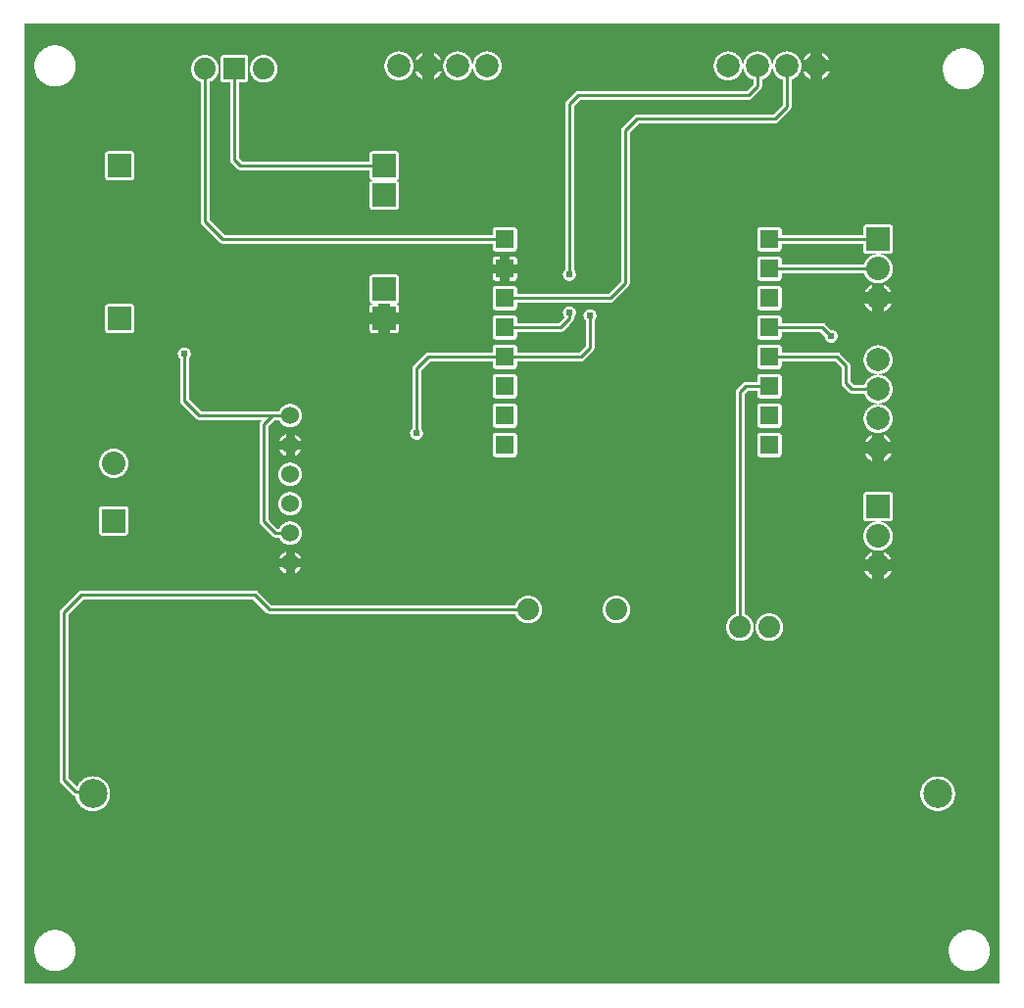
<source format=gbl>
G04 Layer: BottomLayer*
G04 EasyEDA v5.9.42, Fri, 15 Feb 2019 08:44:07 GMT*
G04 63fce91bb22149d2a5f5640f5a0d42c2*
G04 Gerber Generator version 0.2*
G04 Scale: 100 percent, Rotated: No, Reflected: No *
G04 Dimensions in inches *
G04 leading zeros omitted , absolute positions ,2 integer and 4 decimal *
%FSLAX24Y24*%
%MOIN*%
G90*
G70D02*

%ADD10C,0.010000*%
%ADD11C,0.024400*%
%ADD12R,0.078740X0.078740*%
%ADD13R,0.062992X0.062992*%
%ADD14C,0.098425*%
%ADD15C,0.074000*%
%ADD16R,0.074000X0.074000*%
%ADD17R,0.080000X0.080000*%
%ADD18C,0.080000*%
%ADD19C,0.060000*%
%ADD20C,0.078740*%

%LPD*%
G36*
G01X33239Y499D02*
G01X59Y499D01*
G01X59Y59D01*
G01X33239Y59D01*
G01X33239Y499D01*
G37*

%LPD*%
G36*
G01X1087Y1900D02*
G01X59Y1900D01*
G01X59Y499D01*
G01X1087Y499D01*
G01X1075Y500D01*
G01X1063Y500D01*
G01X1050Y501D01*
G01X1026Y503D01*
G01X1014Y505D01*
G01X1002Y506D01*
G01X989Y508D01*
G01X965Y512D01*
G01X953Y515D01*
G01X941Y517D01*
G01X917Y523D01*
G01X905Y527D01*
G01X894Y530D01*
G01X870Y538D01*
G01X859Y542D01*
G01X847Y546D01*
G01X836Y551D01*
G01X824Y556D01*
G01X780Y576D01*
G01X758Y588D01*
G01X748Y594D01*
G01X737Y600D01*
G01X727Y607D01*
G01X716Y613D01*
G01X686Y634D01*
G01X676Y642D01*
G01X666Y649D01*
G01X657Y657D01*
G01X647Y665D01*
G01X620Y689D01*
G01X585Y724D01*
G01X577Y733D01*
G01X569Y743D01*
G01X561Y752D01*
G01X553Y762D01*
G01X546Y771D01*
G01X538Y781D01*
G01X510Y821D01*
G01X504Y832D01*
G01X497Y842D01*
G01X479Y875D01*
G01X474Y885D01*
G01X468Y896D01*
G01X463Y908D01*
G01X453Y930D01*
G01X449Y942D01*
G01X444Y953D01*
G01X440Y965D01*
G01X436Y976D01*
G01X428Y1000D01*
G01X425Y1011D01*
G01X416Y1047D01*
G01X414Y1059D01*
G01X411Y1071D01*
G01X407Y1095D01*
G01X405Y1108D01*
G01X403Y1132D01*
G01X401Y1144D01*
G01X401Y1157D01*
G01X400Y1169D01*
G01X400Y1181D01*
G01X399Y1193D01*
G01X399Y1206D01*
G01X400Y1218D01*
G01X400Y1230D01*
G01X401Y1242D01*
G01X401Y1255D01*
G01X403Y1267D01*
G01X405Y1291D01*
G01X407Y1304D01*
G01X411Y1328D01*
G01X414Y1340D01*
G01X416Y1352D01*
G01X425Y1388D01*
G01X428Y1399D01*
G01X436Y1423D01*
G01X440Y1434D01*
G01X444Y1446D01*
G01X449Y1457D01*
G01X453Y1469D01*
G01X463Y1491D01*
G01X468Y1503D01*
G01X474Y1514D01*
G01X479Y1524D01*
G01X497Y1557D01*
G01X504Y1567D01*
G01X510Y1578D01*
G01X538Y1618D01*
G01X546Y1628D01*
G01X553Y1637D01*
G01X561Y1647D01*
G01X569Y1656D01*
G01X577Y1666D01*
G01X585Y1675D01*
G01X620Y1710D01*
G01X647Y1734D01*
G01X657Y1742D01*
G01X666Y1750D01*
G01X676Y1757D01*
G01X686Y1765D01*
G01X716Y1786D01*
G01X727Y1792D01*
G01X737Y1799D01*
G01X748Y1805D01*
G01X758Y1811D01*
G01X780Y1823D01*
G01X824Y1843D01*
G01X836Y1848D01*
G01X847Y1853D01*
G01X859Y1857D01*
G01X870Y1861D01*
G01X894Y1869D01*
G01X905Y1872D01*
G01X917Y1876D01*
G01X941Y1882D01*
G01X953Y1884D01*
G01X965Y1887D01*
G01X989Y1891D01*
G01X1002Y1893D01*
G01X1014Y1894D01*
G01X1026Y1896D01*
G01X1050Y1898D01*
G01X1063Y1899D01*
G01X1075Y1899D01*
G01X1087Y1900D01*
G37*

%LPD*%
G36*
G01X32187Y1900D02*
G01X1112Y1900D01*
G01X1124Y1899D01*
G01X1136Y1899D01*
G01X1149Y1898D01*
G01X1173Y1896D01*
G01X1185Y1894D01*
G01X1197Y1893D01*
G01X1210Y1891D01*
G01X1234Y1887D01*
G01X1246Y1884D01*
G01X1258Y1882D01*
G01X1282Y1876D01*
G01X1294Y1872D01*
G01X1305Y1869D01*
G01X1329Y1861D01*
G01X1340Y1857D01*
G01X1352Y1853D01*
G01X1363Y1848D01*
G01X1375Y1843D01*
G01X1419Y1823D01*
G01X1441Y1811D01*
G01X1451Y1805D01*
G01X1462Y1799D01*
G01X1472Y1792D01*
G01X1483Y1786D01*
G01X1513Y1765D01*
G01X1523Y1757D01*
G01X1533Y1750D01*
G01X1542Y1742D01*
G01X1552Y1734D01*
G01X1579Y1710D01*
G01X1614Y1675D01*
G01X1622Y1666D01*
G01X1630Y1656D01*
G01X1638Y1647D01*
G01X1646Y1637D01*
G01X1653Y1628D01*
G01X1661Y1618D01*
G01X1689Y1578D01*
G01X1695Y1567D01*
G01X1702Y1557D01*
G01X1720Y1524D01*
G01X1725Y1514D01*
G01X1731Y1503D01*
G01X1736Y1491D01*
G01X1746Y1469D01*
G01X1750Y1457D01*
G01X1755Y1446D01*
G01X1759Y1434D01*
G01X1763Y1423D01*
G01X1771Y1399D01*
G01X1774Y1388D01*
G01X1783Y1352D01*
G01X1785Y1340D01*
G01X1788Y1328D01*
G01X1792Y1304D01*
G01X1794Y1291D01*
G01X1796Y1267D01*
G01X1798Y1255D01*
G01X1798Y1242D01*
G01X1799Y1230D01*
G01X1799Y1218D01*
G01X1800Y1206D01*
G01X1800Y1193D01*
G01X1799Y1181D01*
G01X1799Y1169D01*
G01X1798Y1157D01*
G01X1798Y1144D01*
G01X1796Y1132D01*
G01X1794Y1108D01*
G01X1792Y1095D01*
G01X1788Y1071D01*
G01X1785Y1059D01*
G01X1783Y1047D01*
G01X1774Y1011D01*
G01X1771Y1000D01*
G01X1763Y976D01*
G01X1759Y965D01*
G01X1755Y953D01*
G01X1750Y942D01*
G01X1746Y930D01*
G01X1736Y908D01*
G01X1731Y896D01*
G01X1725Y885D01*
G01X1720Y875D01*
G01X1702Y842D01*
G01X1695Y832D01*
G01X1689Y821D01*
G01X1661Y781D01*
G01X1653Y771D01*
G01X1646Y762D01*
G01X1638Y752D01*
G01X1630Y743D01*
G01X1622Y733D01*
G01X1614Y724D01*
G01X1579Y689D01*
G01X1552Y665D01*
G01X1542Y657D01*
G01X1533Y649D01*
G01X1523Y642D01*
G01X1513Y634D01*
G01X1483Y613D01*
G01X1472Y607D01*
G01X1462Y600D01*
G01X1451Y594D01*
G01X1441Y588D01*
G01X1419Y576D01*
G01X1375Y556D01*
G01X1363Y551D01*
G01X1352Y546D01*
G01X1340Y542D01*
G01X1329Y538D01*
G01X1305Y530D01*
G01X1294Y527D01*
G01X1282Y523D01*
G01X1258Y517D01*
G01X1246Y515D01*
G01X1234Y512D01*
G01X1210Y508D01*
G01X1197Y506D01*
G01X1185Y505D01*
G01X1173Y503D01*
G01X1149Y501D01*
G01X1136Y500D01*
G01X1124Y500D01*
G01X1112Y499D01*
G01X32187Y499D01*
G01X32175Y500D01*
G01X32163Y500D01*
G01X32150Y501D01*
G01X32126Y503D01*
G01X32114Y505D01*
G01X32102Y506D01*
G01X32089Y508D01*
G01X32065Y512D01*
G01X32053Y515D01*
G01X32041Y517D01*
G01X32017Y523D01*
G01X32005Y527D01*
G01X31994Y530D01*
G01X31970Y538D01*
G01X31959Y542D01*
G01X31947Y546D01*
G01X31936Y551D01*
G01X31924Y556D01*
G01X31880Y576D01*
G01X31858Y588D01*
G01X31848Y594D01*
G01X31837Y600D01*
G01X31827Y607D01*
G01X31816Y613D01*
G01X31786Y634D01*
G01X31776Y642D01*
G01X31766Y649D01*
G01X31757Y657D01*
G01X31747Y665D01*
G01X31720Y689D01*
G01X31685Y724D01*
G01X31677Y733D01*
G01X31669Y743D01*
G01X31661Y752D01*
G01X31653Y762D01*
G01X31646Y771D01*
G01X31638Y781D01*
G01X31610Y821D01*
G01X31604Y832D01*
G01X31597Y842D01*
G01X31579Y875D01*
G01X31574Y885D01*
G01X31568Y896D01*
G01X31563Y908D01*
G01X31553Y930D01*
G01X31549Y942D01*
G01X31544Y953D01*
G01X31540Y965D01*
G01X31536Y976D01*
G01X31528Y1000D01*
G01X31525Y1011D01*
G01X31516Y1047D01*
G01X31514Y1059D01*
G01X31511Y1071D01*
G01X31507Y1095D01*
G01X31505Y1108D01*
G01X31503Y1132D01*
G01X31501Y1144D01*
G01X31501Y1157D01*
G01X31500Y1169D01*
G01X31500Y1181D01*
G01X31499Y1193D01*
G01X31499Y1206D01*
G01X31500Y1218D01*
G01X31500Y1230D01*
G01X31501Y1242D01*
G01X31501Y1255D01*
G01X31503Y1267D01*
G01X31505Y1291D01*
G01X31507Y1304D01*
G01X31511Y1328D01*
G01X31514Y1340D01*
G01X31516Y1352D01*
G01X31525Y1388D01*
G01X31528Y1399D01*
G01X31536Y1423D01*
G01X31540Y1434D01*
G01X31544Y1446D01*
G01X31549Y1457D01*
G01X31553Y1469D01*
G01X31563Y1491D01*
G01X31568Y1503D01*
G01X31574Y1514D01*
G01X31579Y1524D01*
G01X31597Y1557D01*
G01X31604Y1567D01*
G01X31610Y1578D01*
G01X31638Y1618D01*
G01X31646Y1628D01*
G01X31653Y1637D01*
G01X31661Y1647D01*
G01X31669Y1656D01*
G01X31677Y1666D01*
G01X31685Y1675D01*
G01X31720Y1710D01*
G01X31747Y1734D01*
G01X31757Y1742D01*
G01X31766Y1750D01*
G01X31776Y1757D01*
G01X31786Y1765D01*
G01X31816Y1786D01*
G01X31827Y1792D01*
G01X31837Y1799D01*
G01X31848Y1805D01*
G01X31858Y1811D01*
G01X31880Y1823D01*
G01X31924Y1843D01*
G01X31936Y1848D01*
G01X31947Y1853D01*
G01X31959Y1857D01*
G01X31970Y1861D01*
G01X31994Y1869D01*
G01X32005Y1872D01*
G01X32017Y1876D01*
G01X32041Y1882D01*
G01X32053Y1884D01*
G01X32065Y1887D01*
G01X32089Y1891D01*
G01X32102Y1893D01*
G01X32114Y1894D01*
G01X32126Y1896D01*
G01X32150Y1898D01*
G01X32163Y1899D01*
G01X32175Y1899D01*
G01X32187Y1900D01*
G37*

%LPD*%
G36*
G01X33239Y1900D02*
G01X32212Y1900D01*
G01X32224Y1899D01*
G01X32236Y1899D01*
G01X32249Y1898D01*
G01X32273Y1896D01*
G01X32285Y1894D01*
G01X32297Y1893D01*
G01X32310Y1891D01*
G01X32334Y1887D01*
G01X32346Y1884D01*
G01X32358Y1882D01*
G01X32382Y1876D01*
G01X32394Y1872D01*
G01X32405Y1869D01*
G01X32429Y1861D01*
G01X32440Y1857D01*
G01X32452Y1853D01*
G01X32463Y1848D01*
G01X32475Y1843D01*
G01X32519Y1823D01*
G01X32541Y1811D01*
G01X32551Y1805D01*
G01X32562Y1799D01*
G01X32572Y1792D01*
G01X32583Y1786D01*
G01X32613Y1765D01*
G01X32623Y1757D01*
G01X32633Y1750D01*
G01X32642Y1742D01*
G01X32652Y1734D01*
G01X32679Y1710D01*
G01X32714Y1675D01*
G01X32722Y1666D01*
G01X32730Y1656D01*
G01X32738Y1647D01*
G01X32746Y1637D01*
G01X32753Y1628D01*
G01X32761Y1618D01*
G01X32789Y1578D01*
G01X32795Y1567D01*
G01X32802Y1557D01*
G01X32820Y1524D01*
G01X32825Y1514D01*
G01X32831Y1503D01*
G01X32836Y1491D01*
G01X32846Y1469D01*
G01X32850Y1457D01*
G01X32855Y1446D01*
G01X32859Y1434D01*
G01X32863Y1423D01*
G01X32871Y1399D01*
G01X32874Y1388D01*
G01X32883Y1352D01*
G01X32885Y1340D01*
G01X32888Y1328D01*
G01X32892Y1304D01*
G01X32894Y1291D01*
G01X32896Y1267D01*
G01X32898Y1255D01*
G01X32898Y1242D01*
G01X32899Y1230D01*
G01X32899Y1218D01*
G01X32900Y1206D01*
G01X32900Y1193D01*
G01X32899Y1181D01*
G01X32899Y1169D01*
G01X32898Y1157D01*
G01X32898Y1144D01*
G01X32896Y1132D01*
G01X32894Y1108D01*
G01X32892Y1095D01*
G01X32888Y1071D01*
G01X32885Y1059D01*
G01X32883Y1047D01*
G01X32874Y1011D01*
G01X32871Y1000D01*
G01X32863Y976D01*
G01X32859Y965D01*
G01X32855Y953D01*
G01X32850Y942D01*
G01X32846Y930D01*
G01X32836Y908D01*
G01X32831Y896D01*
G01X32825Y885D01*
G01X32820Y875D01*
G01X32802Y842D01*
G01X32795Y832D01*
G01X32789Y821D01*
G01X32761Y781D01*
G01X32753Y771D01*
G01X32746Y762D01*
G01X32738Y752D01*
G01X32730Y743D01*
G01X32722Y733D01*
G01X32714Y724D01*
G01X32679Y689D01*
G01X32652Y665D01*
G01X32642Y657D01*
G01X32633Y649D01*
G01X32623Y642D01*
G01X32613Y634D01*
G01X32583Y613D01*
G01X32572Y607D01*
G01X32562Y600D01*
G01X32551Y594D01*
G01X32541Y588D01*
G01X32519Y576D01*
G01X32475Y556D01*
G01X32463Y551D01*
G01X32452Y546D01*
G01X32440Y542D01*
G01X32429Y538D01*
G01X32405Y530D01*
G01X32394Y527D01*
G01X32382Y523D01*
G01X32358Y517D01*
G01X32346Y515D01*
G01X32334Y512D01*
G01X32310Y508D01*
G01X32297Y506D01*
G01X32285Y505D01*
G01X32273Y503D01*
G01X32249Y501D01*
G01X32236Y500D01*
G01X32224Y500D01*
G01X32212Y499D01*
G01X33239Y499D01*
G01X33239Y1900D01*
G37*

%LPD*%
G36*
G01X33239Y2700D02*
G01X59Y2700D01*
G01X59Y1900D01*
G01X33239Y1900D01*
G01X33239Y2700D01*
G37*

%LPD*%
G36*
G01X2400Y5941D02*
G01X59Y5941D01*
G01X59Y2700D01*
G01X2400Y2700D01*
G01X2400Y5941D01*
G37*

%LPD*%
G36*
G01X33239Y5941D02*
G01X2400Y5941D01*
G01X2400Y2700D01*
G01X33239Y2700D01*
G01X33239Y5941D01*
G37*

%LPD*%
G36*
G01X1800Y6449D02*
G01X59Y6449D01*
G01X59Y5941D01*
G01X2376Y5941D01*
G01X2366Y5942D01*
G01X2355Y5942D01*
G01X2345Y5943D01*
G01X2334Y5943D01*
G01X2324Y5944D01*
G01X2314Y5946D01*
G01X2303Y5947D01*
G01X2293Y5949D01*
G01X2283Y5950D01*
G01X2272Y5952D01*
G01X2262Y5954D01*
G01X2252Y5957D01*
G01X2242Y5959D01*
G01X2192Y5974D01*
G01X2182Y5978D01*
G01X2172Y5981D01*
G01X2162Y5985D01*
G01X2153Y5989D01*
G01X2143Y5993D01*
G01X2134Y5998D01*
G01X2124Y6002D01*
G01X2079Y6027D01*
G01X2061Y6039D01*
G01X2052Y6044D01*
G01X2044Y6050D01*
G01X2035Y6057D01*
G01X2019Y6069D01*
G01X2011Y6076D01*
G01X2003Y6082D01*
G01X1979Y6103D01*
G01X1972Y6111D01*
G01X1964Y6118D01*
G01X1957Y6126D01*
G01X1950Y6133D01*
G01X1929Y6157D01*
G01X1923Y6165D01*
G01X1916Y6173D01*
G01X1910Y6182D01*
G01X1904Y6190D01*
G01X1898Y6199D01*
G01X1892Y6207D01*
G01X1886Y6216D01*
G01X1876Y6234D01*
G01X1870Y6243D01*
G01X1860Y6261D01*
G01X1856Y6271D01*
G01X1851Y6280D01*
G01X1847Y6289D01*
G01X1839Y6309D01*
G01X1835Y6318D01*
G01X1827Y6338D01*
G01X1812Y6388D01*
G01X1808Y6408D01*
G01X1805Y6418D01*
G01X1804Y6429D01*
G01X1800Y6449D01*
G37*

%LPD*%

%LPD*%

%LPD*%
G36*
G01X33239Y7126D02*
G01X31138Y7126D01*
G01X31148Y7125D01*
G01X31159Y7125D01*
G01X31169Y7124D01*
G01X31179Y7124D01*
G01X31190Y7123D01*
G01X31200Y7121D01*
G01X31210Y7120D01*
G01X31221Y7118D01*
G01X31231Y7117D01*
G01X31251Y7113D01*
G01X31261Y7110D01*
G01X31272Y7108D01*
G01X31282Y7105D01*
G01X31292Y7103D01*
G01X31312Y7097D01*
G01X31321Y7093D01*
G01X31331Y7090D01*
G01X31351Y7082D01*
G01X31360Y7078D01*
G01X31370Y7074D01*
G01X31379Y7070D01*
G01X31389Y7065D01*
G01X31398Y7061D01*
G01X31425Y7046D01*
G01X31434Y7040D01*
G01X31443Y7035D01*
G01X31452Y7029D01*
G01X31460Y7023D01*
G01X31469Y7018D01*
G01X31477Y7011D01*
G01X31486Y7005D01*
G01X31494Y6999D01*
G01X31502Y6992D01*
G01X31510Y6986D01*
G01X31526Y6972D01*
G01X31533Y6965D01*
G01X31541Y6958D01*
G01X31548Y6950D01*
G01X31570Y6928D01*
G01X31576Y6920D01*
G01X31590Y6904D01*
G01X31602Y6888D01*
G01X31609Y6879D01*
G01X31615Y6871D01*
G01X31620Y6862D01*
G01X31626Y6853D01*
G01X31632Y6845D01*
G01X31647Y6818D01*
G01X31652Y6808D01*
G01X31657Y6799D01*
G01X31661Y6790D01*
G01X31666Y6780D01*
G01X31670Y6771D01*
G01X31674Y6761D01*
G01X31678Y6752D01*
G01X31682Y6742D01*
G01X31685Y6732D01*
G01X31689Y6722D01*
G01X31692Y6713D01*
G01X31701Y6683D01*
G01X31703Y6673D01*
G01X31706Y6662D01*
G01X31712Y6632D01*
G01X31713Y6622D01*
G01X31715Y6611D01*
G01X31717Y6591D01*
G01X31718Y6580D01*
G01X31719Y6570D01*
G01X31719Y6559D01*
G01X31720Y6549D01*
G01X31720Y6518D01*
G01X31719Y6508D01*
G01X31719Y6497D01*
G01X31718Y6487D01*
G01X31717Y6476D01*
G01X31715Y6456D01*
G01X31713Y6445D01*
G01X31712Y6435D01*
G01X31706Y6405D01*
G01X31703Y6394D01*
G01X31701Y6384D01*
G01X31692Y6354D01*
G01X31689Y6345D01*
G01X31685Y6335D01*
G01X31682Y6325D01*
G01X31678Y6315D01*
G01X31674Y6306D01*
G01X31670Y6296D01*
G01X31666Y6287D01*
G01X31661Y6277D01*
G01X31657Y6268D01*
G01X31652Y6259D01*
G01X31647Y6249D01*
G01X31632Y6222D01*
G01X31626Y6214D01*
G01X31620Y6205D01*
G01X31615Y6196D01*
G01X31609Y6188D01*
G01X31602Y6179D01*
G01X31590Y6163D01*
G01X31576Y6147D01*
G01X31570Y6139D01*
G01X31548Y6117D01*
G01X31541Y6109D01*
G01X31533Y6102D01*
G01X31526Y6095D01*
G01X31510Y6081D01*
G01X31502Y6075D01*
G01X31494Y6068D01*
G01X31486Y6062D01*
G01X31477Y6056D01*
G01X31469Y6049D01*
G01X31460Y6044D01*
G01X31452Y6038D01*
G01X31443Y6032D01*
G01X31434Y6027D01*
G01X31425Y6021D01*
G01X31398Y6006D01*
G01X31389Y6002D01*
G01X31379Y5997D01*
G01X31370Y5993D01*
G01X31360Y5989D01*
G01X31351Y5985D01*
G01X31331Y5977D01*
G01X31321Y5974D01*
G01X31312Y5970D01*
G01X31292Y5964D01*
G01X31282Y5962D01*
G01X31272Y5959D01*
G01X31261Y5957D01*
G01X31251Y5954D01*
G01X31231Y5950D01*
G01X31221Y5949D01*
G01X31210Y5947D01*
G01X31200Y5946D01*
G01X31190Y5944D01*
G01X31179Y5943D01*
G01X31169Y5943D01*
G01X31159Y5942D01*
G01X31148Y5942D01*
G01X31138Y5941D01*
G01X33239Y5941D01*
G01X33239Y7126D01*
G37*

%LPD*%
G36*
G01X1693Y6493D02*
G01X59Y6493D01*
G01X59Y6449D01*
G01X1794Y6449D01*
G01X1791Y6450D01*
G01X1781Y6450D01*
G01X1778Y6451D01*
G01X1775Y6451D01*
G01X1773Y6452D01*
G01X1770Y6452D01*
G01X1768Y6453D01*
G01X1765Y6453D01*
G01X1762Y6454D01*
G01X1760Y6455D01*
G01X1757Y6455D01*
G01X1755Y6456D01*
G01X1752Y6457D01*
G01X1750Y6458D01*
G01X1747Y6459D01*
G01X1745Y6460D01*
G01X1742Y6461D01*
G01X1740Y6462D01*
G01X1737Y6463D01*
G01X1735Y6464D01*
G01X1732Y6465D01*
G01X1730Y6466D01*
G01X1728Y6468D01*
G01X1725Y6469D01*
G01X1723Y6470D01*
G01X1721Y6472D01*
G01X1718Y6473D01*
G01X1716Y6475D01*
G01X1714Y6476D01*
G01X1712Y6478D01*
G01X1709Y6479D01*
G01X1705Y6483D01*
G01X1703Y6484D01*
G01X1697Y6490D01*
G01X1695Y6491D01*
G01X1693Y6493D01*
G37*

%LPD*%
G36*
G01X31114Y7126D02*
G01X2400Y7126D01*
G01X2410Y7125D01*
G01X2420Y7125D01*
G01X2431Y7124D01*
G01X2461Y7121D01*
G01X2472Y7120D01*
G01X2502Y7114D01*
G01X2513Y7112D01*
G01X2523Y7110D01*
G01X2533Y7107D01*
G01X2543Y7105D01*
G01X2573Y7096D01*
G01X2582Y7093D01*
G01X2602Y7085D01*
G01X2611Y7081D01*
G01X2621Y7077D01*
G01X2630Y7073D01*
G01X2640Y7069D01*
G01X2649Y7064D01*
G01X2658Y7060D01*
G01X2668Y7055D01*
G01X2686Y7045D01*
G01X2695Y7039D01*
G01X2703Y7034D01*
G01X2712Y7028D01*
G01X2721Y7023D01*
G01X2729Y7017D01*
G01X2738Y7011D01*
G01X2746Y7004D01*
G01X2754Y6998D01*
G01X2762Y6991D01*
G01X2770Y6985D01*
G01X2786Y6971D01*
G01X2793Y6964D01*
G01X2801Y6957D01*
G01X2808Y6950D01*
G01X2815Y6942D01*
G01X2822Y6935D01*
G01X2843Y6911D01*
G01X2849Y6903D01*
G01X2856Y6895D01*
G01X2862Y6887D01*
G01X2868Y6878D01*
G01X2874Y6870D01*
G01X2880Y6861D01*
G01X2886Y6853D01*
G01X2896Y6835D01*
G01X2902Y6826D01*
G01X2912Y6808D01*
G01X2916Y6798D01*
G01X2921Y6789D01*
G01X2925Y6780D01*
G01X2929Y6770D01*
G01X2933Y6761D01*
G01X2941Y6741D01*
G01X2945Y6732D01*
G01X2960Y6682D01*
G01X2962Y6672D01*
G01X2965Y6662D01*
G01X2971Y6632D01*
G01X2972Y6621D01*
G01X2974Y6611D01*
G01X2975Y6601D01*
G01X2976Y6590D01*
G01X2978Y6570D01*
G01X2978Y6559D01*
G01X2979Y6549D01*
G01X2979Y6518D01*
G01X2978Y6508D01*
G01X2978Y6497D01*
G01X2976Y6477D01*
G01X2975Y6466D01*
G01X2974Y6456D01*
G01X2972Y6446D01*
G01X2971Y6435D01*
G01X2965Y6405D01*
G01X2962Y6395D01*
G01X2960Y6385D01*
G01X2945Y6335D01*
G01X2941Y6326D01*
G01X2933Y6306D01*
G01X2929Y6297D01*
G01X2925Y6287D01*
G01X2921Y6278D01*
G01X2916Y6269D01*
G01X2912Y6259D01*
G01X2902Y6241D01*
G01X2896Y6232D01*
G01X2886Y6214D01*
G01X2880Y6206D01*
G01X2874Y6197D01*
G01X2868Y6189D01*
G01X2862Y6180D01*
G01X2856Y6172D01*
G01X2849Y6164D01*
G01X2843Y6156D01*
G01X2822Y6132D01*
G01X2815Y6125D01*
G01X2808Y6117D01*
G01X2801Y6110D01*
G01X2793Y6103D01*
G01X2786Y6096D01*
G01X2770Y6082D01*
G01X2762Y6076D01*
G01X2754Y6069D01*
G01X2746Y6063D01*
G01X2738Y6056D01*
G01X2729Y6050D01*
G01X2721Y6044D01*
G01X2712Y6039D01*
G01X2703Y6033D01*
G01X2695Y6028D01*
G01X2686Y6022D01*
G01X2668Y6012D01*
G01X2658Y6007D01*
G01X2649Y6003D01*
G01X2640Y5998D01*
G01X2630Y5994D01*
G01X2621Y5990D01*
G01X2611Y5986D01*
G01X2602Y5982D01*
G01X2582Y5974D01*
G01X2573Y5971D01*
G01X2543Y5962D01*
G01X2533Y5960D01*
G01X2523Y5957D01*
G01X2513Y5955D01*
G01X2502Y5953D01*
G01X2472Y5947D01*
G01X2461Y5946D01*
G01X2431Y5943D01*
G01X2420Y5942D01*
G01X2410Y5942D01*
G01X2400Y5941D01*
G01X31114Y5941D01*
G01X31104Y5942D01*
G01X31094Y5942D01*
G01X31083Y5943D01*
G01X31053Y5946D01*
G01X31042Y5947D01*
G01X31012Y5953D01*
G01X31001Y5955D01*
G01X30991Y5957D01*
G01X30981Y5960D01*
G01X30971Y5962D01*
G01X30941Y5971D01*
G01X30932Y5974D01*
G01X30912Y5982D01*
G01X30903Y5986D01*
G01X30893Y5990D01*
G01X30884Y5994D01*
G01X30874Y5998D01*
G01X30865Y6003D01*
G01X30856Y6007D01*
G01X30846Y6012D01*
G01X30828Y6022D01*
G01X30819Y6028D01*
G01X30811Y6033D01*
G01X30802Y6039D01*
G01X30793Y6044D01*
G01X30785Y6050D01*
G01X30776Y6056D01*
G01X30768Y6063D01*
G01X30760Y6069D01*
G01X30752Y6076D01*
G01X30744Y6082D01*
G01X30728Y6096D01*
G01X30721Y6103D01*
G01X30713Y6110D01*
G01X30706Y6117D01*
G01X30699Y6125D01*
G01X30692Y6132D01*
G01X30671Y6156D01*
G01X30665Y6164D01*
G01X30658Y6172D01*
G01X30652Y6180D01*
G01X30646Y6189D01*
G01X30640Y6197D01*
G01X30634Y6206D01*
G01X30628Y6214D01*
G01X30618Y6232D01*
G01X30612Y6241D01*
G01X30602Y6259D01*
G01X30598Y6269D01*
G01X30593Y6278D01*
G01X30589Y6287D01*
G01X30585Y6297D01*
G01X30581Y6306D01*
G01X30573Y6326D01*
G01X30569Y6335D01*
G01X30554Y6385D01*
G01X30552Y6395D01*
G01X30549Y6405D01*
G01X30543Y6435D01*
G01X30542Y6446D01*
G01X30540Y6456D01*
G01X30539Y6466D01*
G01X30538Y6477D01*
G01X30536Y6497D01*
G01X30536Y6508D01*
G01X30535Y6518D01*
G01X30535Y6549D01*
G01X30536Y6559D01*
G01X30536Y6570D01*
G01X30538Y6590D01*
G01X30539Y6601D01*
G01X30540Y6611D01*
G01X30542Y6621D01*
G01X30543Y6632D01*
G01X30549Y6662D01*
G01X30552Y6672D01*
G01X30554Y6682D01*
G01X30569Y6732D01*
G01X30573Y6741D01*
G01X30581Y6761D01*
G01X30585Y6770D01*
G01X30589Y6780D01*
G01X30593Y6789D01*
G01X30598Y6798D01*
G01X30602Y6808D01*
G01X30612Y6826D01*
G01X30618Y6835D01*
G01X30628Y6853D01*
G01X30634Y6861D01*
G01X30640Y6870D01*
G01X30646Y6878D01*
G01X30652Y6887D01*
G01X30658Y6895D01*
G01X30665Y6903D01*
G01X30671Y6911D01*
G01X30692Y6935D01*
G01X30699Y6942D01*
G01X30706Y6950D01*
G01X30713Y6957D01*
G01X30721Y6964D01*
G01X30728Y6971D01*
G01X30744Y6985D01*
G01X30752Y6991D01*
G01X30760Y6998D01*
G01X30768Y7004D01*
G01X30776Y7011D01*
G01X30785Y7017D01*
G01X30793Y7023D01*
G01X30802Y7028D01*
G01X30811Y7034D01*
G01X30819Y7039D01*
G01X30828Y7045D01*
G01X30846Y7055D01*
G01X30856Y7060D01*
G01X30865Y7064D01*
G01X30874Y7069D01*
G01X30884Y7073D01*
G01X30893Y7077D01*
G01X30903Y7081D01*
G01X30912Y7085D01*
G01X30932Y7093D01*
G01X30941Y7096D01*
G01X30971Y7105D01*
G01X30981Y7107D01*
G01X30991Y7110D01*
G01X31001Y7112D01*
G01X31012Y7114D01*
G01X31042Y7120D01*
G01X31053Y7121D01*
G01X31083Y7124D01*
G01X31094Y7125D01*
G01X31104Y7125D01*
G01X31114Y7126D01*
G37*

%LPD*%

%LPD*%
G36*
G01X33239Y8100D02*
G01X2400Y8100D01*
G01X2400Y7126D01*
G01X33239Y7126D01*
G01X33239Y8100D01*
G37*

%LPD*%
G36*
G01X1293Y6893D02*
G01X59Y6893D01*
G01X59Y6493D01*
G01X1693Y6493D01*
G01X1293Y6893D01*
G37*

%LPD*%

%LPD*%
G36*
G01X2400Y8100D02*
G01X1550Y8100D01*
G01X1550Y7126D01*
G01X2400Y7126D01*
G01X2400Y8100D01*
G37*

%LPD*%
G36*
G01X13200Y12649D02*
G01X1562Y12649D01*
G01X1550Y12637D01*
G01X1550Y8100D01*
G01X13200Y8100D01*
G01X13200Y12649D01*
G37*

%LPD*%
G36*
G01X33239Y11729D02*
G01X13200Y11729D01*
G01X13200Y8100D01*
G01X33239Y8100D01*
G01X33239Y11729D01*
G37*

%LPD*%
G36*
G01X1293Y12806D02*
G01X59Y12806D01*
G01X59Y6893D01*
G01X1293Y6893D01*
G01X1291Y6895D01*
G01X1290Y6897D01*
G01X1284Y6903D01*
G01X1283Y6905D01*
G01X1279Y6909D01*
G01X1278Y6912D01*
G01X1276Y6914D01*
G01X1275Y6916D01*
G01X1273Y6918D01*
G01X1272Y6921D01*
G01X1270Y6923D01*
G01X1269Y6925D01*
G01X1268Y6928D01*
G01X1266Y6930D01*
G01X1265Y6932D01*
G01X1264Y6935D01*
G01X1263Y6937D01*
G01X1262Y6940D01*
G01X1261Y6942D01*
G01X1260Y6945D01*
G01X1259Y6947D01*
G01X1258Y6950D01*
G01X1257Y6952D01*
G01X1256Y6955D01*
G01X1255Y6957D01*
G01X1255Y6960D01*
G01X1254Y6962D01*
G01X1253Y6965D01*
G01X1253Y6968D01*
G01X1252Y6970D01*
G01X1252Y6973D01*
G01X1251Y6975D01*
G01X1251Y6978D01*
G01X1250Y6981D01*
G01X1250Y6991D01*
G01X1249Y6994D01*
G01X1249Y12705D01*
G01X1250Y12708D01*
G01X1250Y12718D01*
G01X1251Y12721D01*
G01X1251Y12724D01*
G01X1252Y12726D01*
G01X1252Y12729D01*
G01X1253Y12731D01*
G01X1253Y12734D01*
G01X1254Y12737D01*
G01X1255Y12739D01*
G01X1255Y12742D01*
G01X1256Y12744D01*
G01X1257Y12747D01*
G01X1258Y12749D01*
G01X1259Y12752D01*
G01X1260Y12754D01*
G01X1261Y12757D01*
G01X1262Y12759D01*
G01X1263Y12762D01*
G01X1264Y12764D01*
G01X1265Y12767D01*
G01X1266Y12769D01*
G01X1268Y12771D01*
G01X1269Y12774D01*
G01X1270Y12776D01*
G01X1272Y12778D01*
G01X1273Y12781D01*
G01X1275Y12783D01*
G01X1276Y12785D01*
G01X1278Y12787D01*
G01X1279Y12790D01*
G01X1283Y12794D01*
G01X1284Y12796D01*
G01X1290Y12802D01*
G01X1291Y12804D01*
G01X1293Y12806D01*
G37*

%LPD*%
G36*
G01X2376Y7126D02*
G01X1550Y7126D01*
G01X1550Y7062D01*
G01X1843Y6769D01*
G01X1847Y6778D01*
G01X1851Y6788D01*
G01X1861Y6806D01*
G01X1866Y6816D01*
G01X1881Y6843D01*
G01X1887Y6851D01*
G01X1892Y6860D01*
G01X1898Y6869D01*
G01X1904Y6877D01*
G01X1910Y6886D01*
G01X1917Y6894D01*
G01X1923Y6902D01*
G01X1930Y6911D01*
G01X1936Y6919D01*
G01X1943Y6926D01*
G01X1957Y6942D01*
G01X1965Y6949D01*
G01X1972Y6957D01*
G01X1980Y6964D01*
G01X1987Y6971D01*
G01X2003Y6985D01*
G01X2011Y6991D01*
G01X2019Y6998D01*
G01X2027Y7004D01*
G01X2036Y7011D01*
G01X2044Y7017D01*
G01X2053Y7023D01*
G01X2061Y7029D01*
G01X2070Y7034D01*
G01X2079Y7040D01*
G01X2115Y7060D01*
G01X2125Y7065D01*
G01X2134Y7069D01*
G01X2143Y7074D01*
G01X2163Y7082D01*
G01X2172Y7086D01*
G01X2182Y7089D01*
G01X2192Y7093D01*
G01X2242Y7108D01*
G01X2252Y7110D01*
G01X2262Y7113D01*
G01X2272Y7115D01*
G01X2283Y7117D01*
G01X2293Y7118D01*
G01X2303Y7120D01*
G01X2314Y7121D01*
G01X2324Y7123D01*
G01X2334Y7124D01*
G01X2345Y7124D01*
G01X2355Y7125D01*
G01X2366Y7125D01*
G01X2376Y7126D01*
G37*

%LPD*%
G36*
G01X7837Y13149D02*
G01X2062Y13149D01*
G01X1562Y12649D01*
G01X8394Y12649D01*
G01X8391Y12650D01*
G01X8381Y12650D01*
G01X8378Y12651D01*
G01X8375Y12651D01*
G01X8373Y12652D01*
G01X8370Y12652D01*
G01X8368Y12653D01*
G01X8365Y12653D01*
G01X8362Y12654D01*
G01X8360Y12655D01*
G01X8357Y12655D01*
G01X8355Y12656D01*
G01X8352Y12657D01*
G01X8350Y12658D01*
G01X8347Y12659D01*
G01X8345Y12660D01*
G01X8342Y12661D01*
G01X8340Y12662D01*
G01X8337Y12663D01*
G01X8335Y12664D01*
G01X8332Y12665D01*
G01X8330Y12666D01*
G01X8328Y12668D01*
G01X8325Y12669D01*
G01X8323Y12670D01*
G01X8321Y12672D01*
G01X8318Y12673D01*
G01X8316Y12675D01*
G01X8314Y12676D01*
G01X8312Y12678D01*
G01X8309Y12679D01*
G01X8305Y12683D01*
G01X8303Y12684D01*
G01X8297Y12690D01*
G01X8295Y12691D01*
G01X7837Y13149D01*
G37*

%LPD*%
G36*
G01X16754Y12649D02*
G01X13200Y12649D01*
G01X13200Y12329D01*
G01X17191Y12329D01*
G01X17183Y12330D01*
G01X17167Y12330D01*
G01X17158Y12331D01*
G01X17126Y12335D01*
G01X17117Y12337D01*
G01X17109Y12338D01*
G01X17101Y12340D01*
G01X17093Y12341D01*
G01X17077Y12345D01*
G01X17069Y12348D01*
G01X17061Y12350D01*
G01X17053Y12353D01*
G01X17046Y12355D01*
G01X17022Y12364D01*
G01X17015Y12367D01*
G01X17007Y12370D01*
G01X17000Y12374D01*
G01X16992Y12377D01*
G01X16978Y12385D01*
G01X16970Y12389D01*
G01X16949Y12401D01*
G01X16935Y12411D01*
G01X16929Y12415D01*
G01X16915Y12425D01*
G01X16909Y12430D01*
G01X16902Y12435D01*
G01X16896Y12440D01*
G01X16890Y12446D01*
G01X16884Y12451D01*
G01X16877Y12457D01*
G01X16872Y12463D01*
G01X16866Y12468D01*
G01X16854Y12480D01*
G01X16849Y12486D01*
G01X16843Y12493D01*
G01X16833Y12505D01*
G01X16828Y12512D01*
G01X16823Y12518D01*
G01X16808Y12539D01*
G01X16804Y12545D01*
G01X16799Y12552D01*
G01X16795Y12560D01*
G01X16779Y12588D01*
G01X16776Y12596D01*
G01X16772Y12603D01*
G01X16769Y12611D01*
G01X16766Y12618D01*
G01X16762Y12626D01*
G01X16759Y12634D01*
G01X16757Y12642D01*
G01X16754Y12649D01*
G37*

%LPD*%
G36*
G01X23948Y12329D02*
G01X13200Y12329D01*
G01X13200Y11729D01*
G01X24391Y11729D01*
G01X24383Y11730D01*
G01X24367Y11730D01*
G01X24359Y11731D01*
G01X24350Y11732D01*
G01X24318Y11736D01*
G01X24302Y11740D01*
G01X24294Y11741D01*
G01X24278Y11745D01*
G01X24270Y11748D01*
G01X24254Y11752D01*
G01X24246Y11755D01*
G01X24239Y11758D01*
G01X24223Y11764D01*
G01X24216Y11767D01*
G01X24208Y11770D01*
G01X24201Y11773D01*
G01X24193Y11777D01*
G01X24186Y11781D01*
G01X24179Y11784D01*
G01X24171Y11788D01*
G01X24157Y11796D01*
G01X24150Y11801D01*
G01X24143Y11805D01*
G01X24137Y11810D01*
G01X24130Y11814D01*
G01X24116Y11824D01*
G01X24104Y11834D01*
G01X24097Y11839D01*
G01X24091Y11845D01*
G01X24085Y11850D01*
G01X24079Y11856D01*
G01X24073Y11861D01*
G01X24061Y11873D01*
G01X24056Y11879D01*
G01X24050Y11885D01*
G01X24045Y11891D01*
G01X24039Y11897D01*
G01X24034Y11904D01*
G01X24029Y11910D01*
G01X24024Y11917D01*
G01X24019Y11923D01*
G01X24014Y11930D01*
G01X24010Y11937D01*
G01X24005Y11944D01*
G01X24001Y11950D01*
G01X23996Y11957D01*
G01X23992Y11964D01*
G01X23988Y11972D01*
G01X23980Y11986D01*
G01X23977Y11993D01*
G01X23973Y12001D01*
G01X23970Y12008D01*
G01X23967Y12016D01*
G01X23963Y12023D01*
G01X23960Y12031D01*
G01X23958Y12039D01*
G01X23955Y12047D01*
G01X23952Y12054D01*
G01X23950Y12062D01*
G01X23947Y12070D01*
G01X23941Y12094D01*
G01X23940Y12102D01*
G01X23936Y12118D01*
G01X23933Y12142D01*
G01X23932Y12151D01*
G01X23930Y12167D01*
G01X23930Y12183D01*
G01X23929Y12191D01*
G01X23929Y12208D01*
G01X23930Y12216D01*
G01X23930Y12232D01*
G01X23931Y12241D01*
G01X23936Y12281D01*
G01X23940Y12297D01*
G01X23941Y12305D01*
G01X23945Y12321D01*
G01X23948Y12329D01*
G37*

%LPD*%
G36*
G01X25391Y12670D02*
G01X24550Y12670D01*
G01X24550Y12645D01*
G01X24557Y12642D01*
G01X24565Y12640D01*
G01X24573Y12637D01*
G01X24580Y12633D01*
G01X24596Y12627D01*
G01X24603Y12623D01*
G01X24610Y12620D01*
G01X24618Y12616D01*
G01X24646Y12600D01*
G01X24653Y12595D01*
G01X24660Y12591D01*
G01X24674Y12581D01*
G01X24680Y12577D01*
G01X24687Y12572D01*
G01X24693Y12567D01*
G01X24700Y12561D01*
G01X24712Y12551D01*
G01X24718Y12545D01*
G01X24724Y12540D01*
G01X24742Y12522D01*
G01X24747Y12516D01*
G01X24753Y12510D01*
G01X24758Y12504D01*
G01X24763Y12497D01*
G01X24769Y12491D01*
G01X24774Y12484D01*
G01X24778Y12478D01*
G01X24788Y12464D01*
G01X24793Y12458D01*
G01X24801Y12444D01*
G01X24806Y12437D01*
G01X24810Y12429D01*
G01X24814Y12422D01*
G01X24817Y12415D01*
G01X24821Y12408D01*
G01X24825Y12400D01*
G01X24828Y12393D01*
G01X24831Y12385D01*
G01X24835Y12378D01*
G01X24841Y12362D01*
G01X24843Y12355D01*
G01X24849Y12339D01*
G01X24861Y12291D01*
G01X24862Y12283D01*
G01X24864Y12275D01*
G01X24866Y12259D01*
G01X24867Y12250D01*
G01X24868Y12242D01*
G01X24868Y12234D01*
G01X24869Y12226D01*
G01X24869Y12218D01*
G01X24870Y12209D01*
G01X24870Y12193D01*
G01X24869Y12185D01*
G01X24869Y12168D01*
G01X24865Y12136D01*
G01X24864Y12127D01*
G01X24863Y12119D01*
G01X24861Y12111D01*
G01X24860Y12103D01*
G01X24850Y12063D01*
G01X24847Y12055D01*
G01X24845Y12048D01*
G01X24839Y12032D01*
G01X24836Y12025D01*
G01X24830Y12009D01*
G01X24826Y12002D01*
G01X24823Y11994D01*
G01X24811Y11973D01*
G01X24807Y11965D01*
G01X24799Y11951D01*
G01X24794Y11944D01*
G01X24790Y11937D01*
G01X24785Y11931D01*
G01X24780Y11924D01*
G01X24776Y11917D01*
G01X24771Y11911D01*
G01X24766Y11904D01*
G01X24760Y11898D01*
G01X24750Y11886D01*
G01X24744Y11879D01*
G01X24721Y11856D01*
G01X24715Y11851D01*
G01X24709Y11845D01*
G01X24702Y11840D01*
G01X24696Y11835D01*
G01X24690Y11829D01*
G01X24683Y11824D01*
G01X24676Y11820D01*
G01X24670Y11815D01*
G01X24656Y11805D01*
G01X24621Y11785D01*
G01X24613Y11781D01*
G01X24606Y11777D01*
G01X24599Y11774D01*
G01X24591Y11770D01*
G01X24584Y11767D01*
G01X24568Y11761D01*
G01X24561Y11758D01*
G01X24545Y11752D01*
G01X24529Y11748D01*
G01X24521Y11745D01*
G01X24514Y11743D01*
G01X24506Y11741D01*
G01X24497Y11740D01*
G01X24481Y11736D01*
G01X24441Y11731D01*
G01X24432Y11730D01*
G01X24416Y11730D01*
G01X24408Y11729D01*
G01X25391Y11729D01*
G01X25383Y11730D01*
G01X25367Y11730D01*
G01X25359Y11731D01*
G01X25350Y11732D01*
G01X25318Y11736D01*
G01X25302Y11740D01*
G01X25294Y11741D01*
G01X25278Y11745D01*
G01X25270Y11748D01*
G01X25254Y11752D01*
G01X25246Y11755D01*
G01X25239Y11758D01*
G01X25223Y11764D01*
G01X25216Y11767D01*
G01X25208Y11770D01*
G01X25201Y11773D01*
G01X25193Y11777D01*
G01X25186Y11781D01*
G01X25179Y11784D01*
G01X25172Y11788D01*
G01X25164Y11792D01*
G01X25157Y11796D01*
G01X25150Y11801D01*
G01X25143Y11805D01*
G01X25137Y11810D01*
G01X25130Y11814D01*
G01X25123Y11819D01*
G01X25117Y11824D01*
G01X25110Y11829D01*
G01X25104Y11834D01*
G01X25097Y11839D01*
G01X25091Y11845D01*
G01X25085Y11850D01*
G01X25079Y11856D01*
G01X25073Y11861D01*
G01X25061Y11873D01*
G01X25056Y11879D01*
G01X25050Y11885D01*
G01X25045Y11891D01*
G01X25039Y11897D01*
G01X25034Y11904D01*
G01X25029Y11910D01*
G01X25024Y11917D01*
G01X25019Y11923D01*
G01X25014Y11930D01*
G01X25010Y11937D01*
G01X25005Y11943D01*
G01X25001Y11950D01*
G01X24996Y11957D01*
G01X24992Y11964D01*
G01X24988Y11972D01*
G01X24984Y11979D01*
G01X24981Y11986D01*
G01X24977Y11993D01*
G01X24973Y12001D01*
G01X24970Y12008D01*
G01X24967Y12016D01*
G01X24964Y12023D01*
G01X24958Y12039D01*
G01X24955Y12046D01*
G01X24952Y12054D01*
G01X24948Y12070D01*
G01X24945Y12078D01*
G01X24941Y12094D01*
G01X24940Y12102D01*
G01X24936Y12118D01*
G01X24932Y12150D01*
G01X24931Y12159D01*
G01X24930Y12167D01*
G01X24930Y12183D01*
G01X24929Y12191D01*
G01X24929Y12208D01*
G01X24930Y12216D01*
G01X24930Y12232D01*
G01X24931Y12240D01*
G01X24932Y12249D01*
G01X24936Y12281D01*
G01X24940Y12297D01*
G01X24941Y12305D01*
G01X24945Y12321D01*
G01X24948Y12329D01*
G01X24952Y12345D01*
G01X24955Y12353D01*
G01X24958Y12360D01*
G01X24964Y12376D01*
G01X24967Y12383D01*
G01X24970Y12391D01*
G01X24973Y12398D01*
G01X24977Y12406D01*
G01X24981Y12413D01*
G01X24984Y12420D01*
G01X24988Y12427D01*
G01X24992Y12435D01*
G01X24996Y12442D01*
G01X25001Y12449D01*
G01X25005Y12456D01*
G01X25010Y12462D01*
G01X25014Y12469D01*
G01X25019Y12476D01*
G01X25024Y12482D01*
G01X25029Y12489D01*
G01X25034Y12495D01*
G01X25039Y12502D01*
G01X25045Y12508D01*
G01X25050Y12514D01*
G01X25056Y12520D01*
G01X25061Y12526D01*
G01X25073Y12538D01*
G01X25079Y12543D01*
G01X25085Y12549D01*
G01X25091Y12554D01*
G01X25097Y12560D01*
G01X25104Y12565D01*
G01X25110Y12570D01*
G01X25117Y12575D01*
G01X25123Y12580D01*
G01X25130Y12585D01*
G01X25137Y12589D01*
G01X25143Y12594D01*
G01X25150Y12598D01*
G01X25157Y12603D01*
G01X25164Y12607D01*
G01X25172Y12611D01*
G01X25179Y12615D01*
G01X25186Y12618D01*
G01X25193Y12622D01*
G01X25201Y12626D01*
G01X25208Y12629D01*
G01X25216Y12632D01*
G01X25223Y12635D01*
G01X25239Y12641D01*
G01X25246Y12644D01*
G01X25254Y12647D01*
G01X25270Y12651D01*
G01X25278Y12654D01*
G01X25294Y12658D01*
G01X25302Y12659D01*
G01X25318Y12663D01*
G01X25350Y12667D01*
G01X25359Y12668D01*
G01X25367Y12669D01*
G01X25383Y12669D01*
G01X25391Y12670D01*
G37*

%LPD*%
G36*
G01X33239Y12670D02*
G01X25408Y12670D01*
G01X25416Y12669D01*
G01X25432Y12669D01*
G01X25440Y12668D01*
G01X25449Y12667D01*
G01X25481Y12663D01*
G01X25497Y12659D01*
G01X25505Y12658D01*
G01X25521Y12654D01*
G01X25529Y12651D01*
G01X25545Y12647D01*
G01X25553Y12644D01*
G01X25560Y12641D01*
G01X25576Y12635D01*
G01X25583Y12632D01*
G01X25591Y12629D01*
G01X25598Y12626D01*
G01X25606Y12622D01*
G01X25613Y12618D01*
G01X25620Y12615D01*
G01X25627Y12611D01*
G01X25635Y12607D01*
G01X25642Y12603D01*
G01X25649Y12598D01*
G01X25656Y12594D01*
G01X25662Y12589D01*
G01X25669Y12585D01*
G01X25676Y12580D01*
G01X25682Y12575D01*
G01X25689Y12570D01*
G01X25695Y12565D01*
G01X25702Y12560D01*
G01X25708Y12554D01*
G01X25714Y12549D01*
G01X25720Y12543D01*
G01X25726Y12538D01*
G01X25738Y12526D01*
G01X25743Y12520D01*
G01X25749Y12514D01*
G01X25754Y12508D01*
G01X25760Y12502D01*
G01X25765Y12495D01*
G01X25770Y12489D01*
G01X25775Y12482D01*
G01X25780Y12476D01*
G01X25785Y12469D01*
G01X25789Y12462D01*
G01X25794Y12456D01*
G01X25798Y12449D01*
G01X25803Y12442D01*
G01X25807Y12435D01*
G01X25811Y12427D01*
G01X25815Y12420D01*
G01X25818Y12413D01*
G01X25822Y12406D01*
G01X25826Y12398D01*
G01X25829Y12391D01*
G01X25832Y12383D01*
G01X25835Y12376D01*
G01X25841Y12360D01*
G01X25844Y12353D01*
G01X25847Y12345D01*
G01X25851Y12329D01*
G01X25854Y12321D01*
G01X25858Y12305D01*
G01X25859Y12297D01*
G01X25863Y12281D01*
G01X25867Y12249D01*
G01X25868Y12240D01*
G01X25869Y12232D01*
G01X25869Y12216D01*
G01X25870Y12208D01*
G01X25870Y12191D01*
G01X25869Y12183D01*
G01X25869Y12167D01*
G01X25868Y12159D01*
G01X25867Y12150D01*
G01X25863Y12118D01*
G01X25859Y12102D01*
G01X25858Y12094D01*
G01X25854Y12078D01*
G01X25851Y12070D01*
G01X25847Y12054D01*
G01X25844Y12046D01*
G01X25841Y12039D01*
G01X25835Y12023D01*
G01X25832Y12016D01*
G01X25829Y12008D01*
G01X25826Y12001D01*
G01X25822Y11993D01*
G01X25818Y11986D01*
G01X25815Y11979D01*
G01X25811Y11972D01*
G01X25807Y11964D01*
G01X25803Y11957D01*
G01X25798Y11950D01*
G01X25794Y11943D01*
G01X25789Y11937D01*
G01X25785Y11930D01*
G01X25780Y11923D01*
G01X25775Y11917D01*
G01X25770Y11910D01*
G01X25765Y11904D01*
G01X25760Y11897D01*
G01X25754Y11891D01*
G01X25749Y11885D01*
G01X25743Y11879D01*
G01X25738Y11873D01*
G01X25726Y11861D01*
G01X25720Y11856D01*
G01X25714Y11850D01*
G01X25708Y11845D01*
G01X25702Y11839D01*
G01X25695Y11834D01*
G01X25689Y11829D01*
G01X25682Y11824D01*
G01X25676Y11819D01*
G01X25669Y11814D01*
G01X25662Y11810D01*
G01X25656Y11805D01*
G01X25649Y11801D01*
G01X25642Y11796D01*
G01X25635Y11792D01*
G01X25627Y11788D01*
G01X25620Y11784D01*
G01X25613Y11781D01*
G01X25606Y11777D01*
G01X25598Y11773D01*
G01X25591Y11770D01*
G01X25583Y11767D01*
G01X25576Y11764D01*
G01X25560Y11758D01*
G01X25553Y11755D01*
G01X25545Y11752D01*
G01X25529Y11748D01*
G01X25521Y11745D01*
G01X25505Y11741D01*
G01X25497Y11740D01*
G01X25481Y11736D01*
G01X25449Y11732D01*
G01X25440Y11731D01*
G01X25432Y11730D01*
G01X25416Y11730D01*
G01X25408Y11729D01*
G01X33239Y11729D01*
G01X33239Y12670D01*
G37*

%LPD*%
G36*
G01X1893Y13406D02*
G01X59Y13406D01*
G01X59Y12806D01*
G01X1293Y12806D01*
G01X1893Y13406D01*
G37*

%LPD*%
G36*
G01X20191Y13270D02*
G01X17208Y13270D01*
G01X17216Y13269D01*
G01X17232Y13269D01*
G01X17240Y13268D01*
G01X17249Y13267D01*
G01X17281Y13263D01*
G01X17297Y13259D01*
G01X17305Y13258D01*
G01X17321Y13254D01*
G01X17329Y13251D01*
G01X17345Y13247D01*
G01X17353Y13244D01*
G01X17360Y13241D01*
G01X17376Y13235D01*
G01X17383Y13232D01*
G01X17391Y13229D01*
G01X17398Y13226D01*
G01X17406Y13222D01*
G01X17413Y13218D01*
G01X17420Y13215D01*
G01X17427Y13211D01*
G01X17435Y13207D01*
G01X17442Y13203D01*
G01X17449Y13198D01*
G01X17456Y13194D01*
G01X17462Y13189D01*
G01X17469Y13185D01*
G01X17476Y13180D01*
G01X17482Y13175D01*
G01X17489Y13170D01*
G01X17495Y13165D01*
G01X17502Y13160D01*
G01X17508Y13154D01*
G01X17514Y13149D01*
G01X17520Y13143D01*
G01X17526Y13138D01*
G01X17538Y13126D01*
G01X17543Y13120D01*
G01X17549Y13114D01*
G01X17554Y13108D01*
G01X17560Y13102D01*
G01X17565Y13095D01*
G01X17570Y13089D01*
G01X17575Y13082D01*
G01X17580Y13076D01*
G01X17585Y13069D01*
G01X17589Y13062D01*
G01X17594Y13056D01*
G01X17598Y13049D01*
G01X17603Y13042D01*
G01X17607Y13035D01*
G01X17611Y13027D01*
G01X17615Y13020D01*
G01X17618Y13013D01*
G01X17622Y13006D01*
G01X17626Y12998D01*
G01X17629Y12991D01*
G01X17632Y12983D01*
G01X17635Y12976D01*
G01X17641Y12960D01*
G01X17644Y12953D01*
G01X17647Y12945D01*
G01X17651Y12929D01*
G01X17654Y12921D01*
G01X17658Y12905D01*
G01X17659Y12897D01*
G01X17663Y12881D01*
G01X17667Y12849D01*
G01X17668Y12840D01*
G01X17669Y12832D01*
G01X17669Y12816D01*
G01X17670Y12808D01*
G01X17670Y12791D01*
G01X17669Y12783D01*
G01X17669Y12767D01*
G01X17668Y12759D01*
G01X17667Y12750D01*
G01X17663Y12718D01*
G01X17659Y12702D01*
G01X17658Y12694D01*
G01X17654Y12678D01*
G01X17651Y12670D01*
G01X17647Y12654D01*
G01X17644Y12646D01*
G01X17641Y12639D01*
G01X17635Y12623D01*
G01X17632Y12616D01*
G01X17629Y12608D01*
G01X17626Y12601D01*
G01X17622Y12593D01*
G01X17618Y12586D01*
G01X17615Y12579D01*
G01X17611Y12572D01*
G01X17607Y12564D01*
G01X17603Y12557D01*
G01X17598Y12550D01*
G01X17594Y12543D01*
G01X17589Y12537D01*
G01X17585Y12530D01*
G01X17580Y12523D01*
G01X17575Y12517D01*
G01X17570Y12510D01*
G01X17565Y12504D01*
G01X17560Y12497D01*
G01X17554Y12491D01*
G01X17549Y12485D01*
G01X17543Y12479D01*
G01X17538Y12473D01*
G01X17526Y12461D01*
G01X17520Y12456D01*
G01X17514Y12450D01*
G01X17508Y12445D01*
G01X17502Y12439D01*
G01X17495Y12434D01*
G01X17489Y12429D01*
G01X17482Y12424D01*
G01X17476Y12419D01*
G01X17469Y12414D01*
G01X17462Y12410D01*
G01X17456Y12405D01*
G01X17449Y12401D01*
G01X17442Y12396D01*
G01X17435Y12392D01*
G01X17427Y12388D01*
G01X17420Y12384D01*
G01X17413Y12381D01*
G01X17406Y12377D01*
G01X17398Y12373D01*
G01X17391Y12370D01*
G01X17383Y12367D01*
G01X17376Y12364D01*
G01X17360Y12358D01*
G01X17353Y12355D01*
G01X17345Y12352D01*
G01X17329Y12348D01*
G01X17321Y12345D01*
G01X17305Y12341D01*
G01X17297Y12340D01*
G01X17281Y12336D01*
G01X17249Y12332D01*
G01X17240Y12331D01*
G01X17232Y12330D01*
G01X17216Y12330D01*
G01X17208Y12329D01*
G01X20191Y12329D01*
G01X20183Y12330D01*
G01X20167Y12330D01*
G01X20159Y12331D01*
G01X20150Y12332D01*
G01X20118Y12336D01*
G01X20102Y12340D01*
G01X20094Y12341D01*
G01X20078Y12345D01*
G01X20070Y12348D01*
G01X20054Y12352D01*
G01X20046Y12355D01*
G01X20039Y12358D01*
G01X20023Y12364D01*
G01X20016Y12367D01*
G01X20008Y12370D01*
G01X20001Y12373D01*
G01X19993Y12377D01*
G01X19986Y12381D01*
G01X19979Y12384D01*
G01X19972Y12388D01*
G01X19964Y12392D01*
G01X19957Y12396D01*
G01X19950Y12401D01*
G01X19943Y12405D01*
G01X19937Y12410D01*
G01X19930Y12414D01*
G01X19923Y12419D01*
G01X19917Y12424D01*
G01X19910Y12429D01*
G01X19904Y12434D01*
G01X19897Y12439D01*
G01X19891Y12445D01*
G01X19885Y12450D01*
G01X19879Y12456D01*
G01X19873Y12461D01*
G01X19861Y12473D01*
G01X19856Y12479D01*
G01X19850Y12485D01*
G01X19845Y12491D01*
G01X19839Y12497D01*
G01X19834Y12504D01*
G01X19829Y12510D01*
G01X19824Y12517D01*
G01X19819Y12523D01*
G01X19814Y12530D01*
G01X19810Y12537D01*
G01X19805Y12543D01*
G01X19801Y12550D01*
G01X19796Y12557D01*
G01X19792Y12564D01*
G01X19788Y12572D01*
G01X19784Y12579D01*
G01X19781Y12586D01*
G01X19777Y12593D01*
G01X19773Y12601D01*
G01X19770Y12608D01*
G01X19767Y12616D01*
G01X19764Y12623D01*
G01X19758Y12639D01*
G01X19755Y12646D01*
G01X19752Y12654D01*
G01X19748Y12670D01*
G01X19745Y12678D01*
G01X19741Y12694D01*
G01X19740Y12702D01*
G01X19736Y12718D01*
G01X19732Y12750D01*
G01X19731Y12759D01*
G01X19730Y12767D01*
G01X19730Y12783D01*
G01X19729Y12791D01*
G01X19729Y12808D01*
G01X19730Y12816D01*
G01X19730Y12832D01*
G01X19731Y12840D01*
G01X19732Y12849D01*
G01X19736Y12881D01*
G01X19740Y12897D01*
G01X19741Y12905D01*
G01X19745Y12921D01*
G01X19748Y12929D01*
G01X19752Y12945D01*
G01X19755Y12953D01*
G01X19758Y12960D01*
G01X19764Y12976D01*
G01X19767Y12983D01*
G01X19770Y12991D01*
G01X19773Y12998D01*
G01X19777Y13006D01*
G01X19781Y13013D01*
G01X19784Y13020D01*
G01X19788Y13027D01*
G01X19792Y13035D01*
G01X19796Y13042D01*
G01X19801Y13049D01*
G01X19805Y13056D01*
G01X19810Y13062D01*
G01X19814Y13069D01*
G01X19819Y13076D01*
G01X19824Y13082D01*
G01X19829Y13089D01*
G01X19834Y13095D01*
G01X19839Y13102D01*
G01X19845Y13108D01*
G01X19850Y13114D01*
G01X19856Y13120D01*
G01X19861Y13126D01*
G01X19873Y13138D01*
G01X19879Y13143D01*
G01X19885Y13149D01*
G01X19891Y13154D01*
G01X19897Y13160D01*
G01X19904Y13165D01*
G01X19910Y13170D01*
G01X19917Y13175D01*
G01X19923Y13180D01*
G01X19930Y13185D01*
G01X19937Y13189D01*
G01X19943Y13194D01*
G01X19950Y13198D01*
G01X19957Y13203D01*
G01X19964Y13207D01*
G01X19972Y13211D01*
G01X19979Y13215D01*
G01X19986Y13218D01*
G01X19993Y13222D01*
G01X20001Y13226D01*
G01X20008Y13229D01*
G01X20016Y13232D01*
G01X20023Y13235D01*
G01X20039Y13241D01*
G01X20046Y13244D01*
G01X20054Y13247D01*
G01X20070Y13251D01*
G01X20078Y13254D01*
G01X20094Y13258D01*
G01X20102Y13259D01*
G01X20118Y13263D01*
G01X20150Y13267D01*
G01X20159Y13268D01*
G01X20167Y13269D01*
G01X20183Y13269D01*
G01X20191Y13270D01*
G37*

%LPD*%
G36*
G01X24249Y13270D02*
G01X20208Y13270D01*
G01X20216Y13269D01*
G01X20232Y13269D01*
G01X20240Y13268D01*
G01X20249Y13267D01*
G01X20281Y13263D01*
G01X20297Y13259D01*
G01X20305Y13258D01*
G01X20321Y13254D01*
G01X20329Y13251D01*
G01X20345Y13247D01*
G01X20353Y13244D01*
G01X20360Y13241D01*
G01X20376Y13235D01*
G01X20383Y13232D01*
G01X20391Y13229D01*
G01X20398Y13226D01*
G01X20406Y13222D01*
G01X20413Y13218D01*
G01X20420Y13215D01*
G01X20427Y13211D01*
G01X20435Y13207D01*
G01X20442Y13203D01*
G01X20449Y13198D01*
G01X20456Y13194D01*
G01X20462Y13189D01*
G01X20469Y13185D01*
G01X20476Y13180D01*
G01X20482Y13175D01*
G01X20489Y13170D01*
G01X20495Y13165D01*
G01X20502Y13160D01*
G01X20508Y13154D01*
G01X20514Y13149D01*
G01X20520Y13143D01*
G01X20526Y13138D01*
G01X20538Y13126D01*
G01X20543Y13120D01*
G01X20549Y13114D01*
G01X20554Y13108D01*
G01X20560Y13102D01*
G01X20565Y13095D01*
G01X20570Y13089D01*
G01X20575Y13082D01*
G01X20580Y13076D01*
G01X20585Y13069D01*
G01X20589Y13062D01*
G01X20594Y13056D01*
G01X20598Y13049D01*
G01X20603Y13042D01*
G01X20607Y13035D01*
G01X20611Y13027D01*
G01X20615Y13020D01*
G01X20618Y13013D01*
G01X20622Y13006D01*
G01X20626Y12998D01*
G01X20629Y12991D01*
G01X20632Y12983D01*
G01X20635Y12976D01*
G01X20641Y12960D01*
G01X20644Y12953D01*
G01X20647Y12945D01*
G01X20651Y12929D01*
G01X20654Y12921D01*
G01X20658Y12905D01*
G01X20659Y12897D01*
G01X20663Y12881D01*
G01X20667Y12849D01*
G01X20668Y12840D01*
G01X20669Y12832D01*
G01X20669Y12816D01*
G01X20670Y12808D01*
G01X20670Y12791D01*
G01X20669Y12783D01*
G01X20669Y12767D01*
G01X20668Y12759D01*
G01X20667Y12750D01*
G01X20663Y12718D01*
G01X20659Y12702D01*
G01X20658Y12694D01*
G01X20654Y12678D01*
G01X20651Y12670D01*
G01X20647Y12654D01*
G01X20644Y12646D01*
G01X20641Y12639D01*
G01X20635Y12623D01*
G01X20632Y12616D01*
G01X20629Y12608D01*
G01X20626Y12601D01*
G01X20622Y12593D01*
G01X20618Y12586D01*
G01X20615Y12579D01*
G01X20611Y12572D01*
G01X20607Y12564D01*
G01X20603Y12557D01*
G01X20598Y12550D01*
G01X20594Y12543D01*
G01X20589Y12537D01*
G01X20585Y12530D01*
G01X20580Y12523D01*
G01X20575Y12517D01*
G01X20570Y12510D01*
G01X20565Y12504D01*
G01X20560Y12497D01*
G01X20554Y12491D01*
G01X20549Y12485D01*
G01X20543Y12479D01*
G01X20538Y12473D01*
G01X20526Y12461D01*
G01X20520Y12456D01*
G01X20514Y12450D01*
G01X20508Y12445D01*
G01X20502Y12439D01*
G01X20495Y12434D01*
G01X20489Y12429D01*
G01X20482Y12424D01*
G01X20476Y12419D01*
G01X20469Y12414D01*
G01X20462Y12410D01*
G01X20456Y12405D01*
G01X20449Y12401D01*
G01X20442Y12396D01*
G01X20435Y12392D01*
G01X20427Y12388D01*
G01X20420Y12384D01*
G01X20413Y12381D01*
G01X20406Y12377D01*
G01X20398Y12373D01*
G01X20391Y12370D01*
G01X20383Y12367D01*
G01X20376Y12364D01*
G01X20360Y12358D01*
G01X20353Y12355D01*
G01X20345Y12352D01*
G01X20329Y12348D01*
G01X20321Y12345D01*
G01X20305Y12341D01*
G01X20297Y12340D01*
G01X20281Y12336D01*
G01X20249Y12332D01*
G01X20240Y12331D01*
G01X20232Y12330D01*
G01X20216Y12330D01*
G01X20208Y12329D01*
G01X23948Y12329D01*
G01X23952Y12345D01*
G01X23958Y12361D01*
G01X23961Y12368D01*
G01X23967Y12384D01*
G01X23970Y12391D01*
G01X23974Y12399D01*
G01X23977Y12406D01*
G01X23981Y12414D01*
G01X23993Y12435D01*
G01X23997Y12443D01*
G01X24001Y12450D01*
G01X24006Y12456D01*
G01X24010Y12463D01*
G01X24025Y12484D01*
G01X24035Y12496D01*
G01X24040Y12503D01*
G01X24046Y12509D01*
G01X24051Y12515D01*
G01X24057Y12521D01*
G01X24062Y12527D01*
G01X24080Y12545D01*
G01X24086Y12550D01*
G01X24092Y12556D01*
G01X24099Y12561D01*
G01X24105Y12566D01*
G01X24112Y12571D01*
G01X24118Y12576D01*
G01X24132Y12586D01*
G01X24138Y12591D01*
G01X24145Y12595D01*
G01X24152Y12600D01*
G01X24159Y12604D01*
G01X24167Y12608D01*
G01X24188Y12620D01*
G01X24196Y12623D01*
G01X24203Y12627D01*
G01X24211Y12630D01*
G01X24218Y12633D01*
G01X24226Y12637D01*
G01X24234Y12640D01*
G01X24241Y12642D01*
G01X24249Y12645D01*
G01X24249Y13270D01*
G37*

%LPD*%
G36*
G01X33239Y13500D02*
G01X24550Y13500D01*
G01X24550Y12670D01*
G01X33239Y12670D01*
G01X33239Y13500D01*
G37*

%LPD*%
G36*
G01X1994Y13450D02*
G01X59Y13450D01*
G01X59Y13406D01*
G01X1893Y13406D01*
G01X1895Y13408D01*
G01X1897Y13409D01*
G01X1903Y13415D01*
G01X1905Y13416D01*
G01X1909Y13420D01*
G01X1912Y13421D01*
G01X1914Y13423D01*
G01X1916Y13424D01*
G01X1918Y13426D01*
G01X1921Y13427D01*
G01X1923Y13429D01*
G01X1925Y13430D01*
G01X1928Y13431D01*
G01X1930Y13433D01*
G01X1932Y13434D01*
G01X1935Y13435D01*
G01X1937Y13436D01*
G01X1940Y13437D01*
G01X1942Y13438D01*
G01X1945Y13439D01*
G01X1947Y13440D01*
G01X1950Y13441D01*
G01X1952Y13442D01*
G01X1955Y13443D01*
G01X1957Y13444D01*
G01X1960Y13444D01*
G01X1962Y13445D01*
G01X1965Y13446D01*
G01X1968Y13446D01*
G01X1970Y13447D01*
G01X1973Y13447D01*
G01X1975Y13448D01*
G01X1978Y13448D01*
G01X1981Y13449D01*
G01X1991Y13449D01*
G01X1994Y13450D01*
G37*

%LPD*%
G36*
G01X17191Y13270D02*
G01X13200Y13270D01*
G01X13200Y12950D01*
G01X16754Y12950D01*
G01X16757Y12957D01*
G01X16759Y12965D01*
G01X16762Y12973D01*
G01X16766Y12981D01*
G01X16769Y12988D01*
G01X16772Y12996D01*
G01X16776Y13003D01*
G01X16779Y13011D01*
G01X16795Y13039D01*
G01X16799Y13047D01*
G01X16804Y13054D01*
G01X16808Y13060D01*
G01X16823Y13081D01*
G01X16828Y13087D01*
G01X16833Y13094D01*
G01X16843Y13106D01*
G01X16849Y13113D01*
G01X16854Y13119D01*
G01X16866Y13131D01*
G01X16872Y13136D01*
G01X16877Y13142D01*
G01X16884Y13148D01*
G01X16890Y13153D01*
G01X16896Y13159D01*
G01X16902Y13164D01*
G01X16909Y13169D01*
G01X16915Y13174D01*
G01X16929Y13184D01*
G01X16935Y13188D01*
G01X16949Y13198D01*
G01X16970Y13210D01*
G01X16978Y13214D01*
G01X16992Y13222D01*
G01X17000Y13225D01*
G01X17007Y13229D01*
G01X17015Y13232D01*
G01X17022Y13235D01*
G01X17046Y13244D01*
G01X17053Y13246D01*
G01X17061Y13249D01*
G01X17069Y13251D01*
G01X17077Y13254D01*
G01X17093Y13258D01*
G01X17101Y13259D01*
G01X17109Y13261D01*
G01X17117Y13262D01*
G01X17126Y13264D01*
G01X17158Y13268D01*
G01X17167Y13269D01*
G01X17183Y13269D01*
G01X17191Y13270D01*
G37*

%LPD*%
G36*
G01X24249Y13500D02*
G01X13200Y13500D01*
G01X13200Y13270D01*
G01X24249Y13270D01*
G01X24249Y13500D01*
G37*

%LPD*%
G36*
G01X29400Y13841D02*
G01X24550Y13841D01*
G01X24550Y13500D01*
G01X29400Y13500D01*
G01X29400Y13841D01*
G37*

%LPD*%
G36*
G01X33239Y14100D02*
G01X29558Y14100D01*
G01X29554Y14091D01*
G01X29551Y14083D01*
G01X29543Y14067D01*
G01X29538Y14060D01*
G01X29530Y14044D01*
G01X29525Y14036D01*
G01X29520Y14029D01*
G01X29515Y14021D01*
G01X29500Y14000D01*
G01X29494Y13993D01*
G01X29489Y13986D01*
G01X29483Y13979D01*
G01X29478Y13972D01*
G01X29472Y13965D01*
G01X29466Y13959D01*
G01X29460Y13952D01*
G01X29453Y13946D01*
G01X29447Y13940D01*
G01X29440Y13934D01*
G01X29434Y13928D01*
G01X29420Y13916D01*
G01X29414Y13910D01*
G01X29407Y13905D01*
G01X29400Y13899D01*
G01X29400Y13500D01*
G01X33239Y13500D01*
G01X33239Y14100D01*
G37*

%LPD*%
G36*
G01X13200Y13500D02*
G01X59Y13500D01*
G01X59Y13450D01*
G01X13200Y13450D01*
G01X13200Y13500D01*
G37*

%LPD*%
G36*
G01X13200Y13450D02*
G01X7905Y13450D01*
G01X7908Y13449D01*
G01X7918Y13449D01*
G01X7921Y13448D01*
G01X7924Y13448D01*
G01X7926Y13447D01*
G01X7929Y13447D01*
G01X7931Y13446D01*
G01X7934Y13446D01*
G01X7937Y13445D01*
G01X7939Y13444D01*
G01X7942Y13444D01*
G01X7944Y13443D01*
G01X7947Y13442D01*
G01X7949Y13441D01*
G01X7952Y13440D01*
G01X7954Y13439D01*
G01X7957Y13438D01*
G01X7959Y13437D01*
G01X7962Y13436D01*
G01X7964Y13435D01*
G01X7967Y13434D01*
G01X7969Y13433D01*
G01X7971Y13431D01*
G01X7974Y13430D01*
G01X7976Y13429D01*
G01X7978Y13427D01*
G01X7981Y13426D01*
G01X7983Y13424D01*
G01X7985Y13423D01*
G01X7987Y13421D01*
G01X7990Y13420D01*
G01X7994Y13416D01*
G01X7996Y13415D01*
G01X8002Y13409D01*
G01X8004Y13408D01*
G01X8462Y12950D01*
G01X13200Y12950D01*
G01X13200Y13450D01*
G37*

%LPD*%
G36*
G01X13200Y14028D02*
G01X7800Y14028D01*
G01X7800Y13500D01*
G01X13200Y13500D01*
G01X13200Y14028D01*
G37*

%LPD*%
G36*
G01X18600Y17984D02*
G01X13200Y17984D01*
G01X13200Y13500D01*
G01X18600Y13500D01*
G01X18600Y17984D01*
G37*

%LPD*%
G36*
G01X24000Y21249D02*
G01X18600Y21249D01*
G01X18600Y13500D01*
G01X24000Y13500D01*
G01X24000Y21249D01*
G37*

%LPD*%
G36*
G01X24594Y20550D02*
G01X24000Y20550D01*
G01X24000Y13500D01*
G01X24249Y13500D01*
G01X24249Y20205D01*
G01X24250Y20208D01*
G01X24250Y20218D01*
G01X24251Y20221D01*
G01X24251Y20224D01*
G01X24252Y20226D01*
G01X24252Y20229D01*
G01X24253Y20231D01*
G01X24253Y20234D01*
G01X24254Y20237D01*
G01X24255Y20239D01*
G01X24255Y20242D01*
G01X24256Y20244D01*
G01X24257Y20247D01*
G01X24258Y20249D01*
G01X24259Y20252D01*
G01X24260Y20254D01*
G01X24261Y20257D01*
G01X24262Y20259D01*
G01X24263Y20262D01*
G01X24264Y20264D01*
G01X24265Y20267D01*
G01X24266Y20269D01*
G01X24268Y20271D01*
G01X24269Y20274D01*
G01X24270Y20276D01*
G01X24272Y20278D01*
G01X24273Y20281D01*
G01X24275Y20283D01*
G01X24276Y20285D01*
G01X24278Y20287D01*
G01X24279Y20290D01*
G01X24283Y20294D01*
G01X24284Y20296D01*
G01X24290Y20302D01*
G01X24291Y20304D01*
G01X24495Y20508D01*
G01X24497Y20509D01*
G01X24503Y20515D01*
G01X24505Y20516D01*
G01X24509Y20520D01*
G01X24512Y20521D01*
G01X24514Y20523D01*
G01X24516Y20524D01*
G01X24518Y20526D01*
G01X24521Y20527D01*
G01X24523Y20529D01*
G01X24525Y20530D01*
G01X24528Y20531D01*
G01X24530Y20533D01*
G01X24532Y20534D01*
G01X24535Y20535D01*
G01X24537Y20536D01*
G01X24540Y20537D01*
G01X24542Y20538D01*
G01X24545Y20539D01*
G01X24547Y20540D01*
G01X24550Y20541D01*
G01X24552Y20542D01*
G01X24555Y20543D01*
G01X24557Y20544D01*
G01X24560Y20544D01*
G01X24562Y20545D01*
G01X24565Y20546D01*
G01X24568Y20546D01*
G01X24570Y20547D01*
G01X24573Y20547D01*
G01X24575Y20548D01*
G01X24578Y20548D01*
G01X24581Y20549D01*
G01X24591Y20549D01*
G01X24594Y20550D01*
G37*

%LPD*%
G36*
G01X28641Y14100D02*
G01X24550Y14100D01*
G01X24550Y13841D01*
G01X28900Y13841D01*
G01X28891Y13845D01*
G01X28883Y13848D01*
G01X28867Y13856D01*
G01X28860Y13861D01*
G01X28844Y13869D01*
G01X28836Y13874D01*
G01X28829Y13879D01*
G01X28821Y13884D01*
G01X28800Y13899D01*
G01X28793Y13905D01*
G01X28786Y13910D01*
G01X28772Y13922D01*
G01X28765Y13927D01*
G01X28727Y13965D01*
G01X28722Y13972D01*
G01X28710Y13986D01*
G01X28705Y13993D01*
G01X28699Y14000D01*
G01X28684Y14021D01*
G01X28679Y14029D01*
G01X28674Y14036D01*
G01X28669Y14044D01*
G01X28661Y14060D01*
G01X28656Y14067D01*
G01X28648Y14083D01*
G01X28645Y14091D01*
G01X28641Y14100D01*
G37*

%LPD*%
G36*
G01X29300Y14100D02*
G01X28900Y14100D01*
G01X28900Y13841D01*
G01X29300Y13841D01*
G01X29300Y14100D01*
G37*

%LPD*%
G36*
G01X29400Y13841D02*
G01X29400Y13899D01*
G01X29392Y13894D01*
G01X29378Y13884D01*
G01X29370Y13879D01*
G01X29363Y13874D01*
G01X29355Y13869D01*
G01X29347Y13865D01*
G01X29340Y13861D01*
G01X29332Y13856D01*
G01X29316Y13848D01*
G01X29308Y13845D01*
G01X29300Y13841D01*
G01X29400Y13841D01*
G37*

%LPD*%
G36*
G01X33239Y14500D02*
G01X29400Y14500D01*
G01X29400Y14100D01*
G01X33239Y14100D01*
G01X33239Y14500D01*
G37*

%LPD*%
G36*
G01X7800Y15319D02*
G01X59Y15319D01*
G01X59Y13500D01*
G01X7800Y13500D01*
G01X7800Y15319D01*
G37*

%LPD*%
G36*
G01X8728Y14250D02*
G01X7800Y14250D01*
G01X7800Y14028D01*
G01X8950Y14028D01*
G01X8936Y14034D01*
G01X8930Y14037D01*
G01X8923Y14040D01*
G01X8917Y14043D01*
G01X8911Y14047D01*
G01X8904Y14050D01*
G01X8898Y14054D01*
G01X8892Y14057D01*
G01X8862Y14077D01*
G01X8857Y14081D01*
G01X8851Y14086D01*
G01X8846Y14090D01*
G01X8840Y14095D01*
G01X8835Y14099D01*
G01X8829Y14104D01*
G01X8804Y14129D01*
G01X8799Y14135D01*
G01X8795Y14140D01*
G01X8790Y14146D01*
G01X8786Y14151D01*
G01X8781Y14157D01*
G01X8777Y14162D01*
G01X8757Y14192D01*
G01X8754Y14198D01*
G01X8750Y14204D01*
G01X8747Y14211D01*
G01X8743Y14217D01*
G01X8740Y14223D01*
G01X8737Y14230D01*
G01X8734Y14236D01*
G01X8728Y14250D01*
G37*

%LPD*%
G36*
G01X9250Y14250D02*
G01X8950Y14250D01*
G01X8950Y14028D01*
G01X9250Y14028D01*
G01X9250Y14250D01*
G37*

%LPD*%
G36*
G01X13200Y14250D02*
G01X9471Y14250D01*
G01X9465Y14236D01*
G01X9462Y14230D01*
G01X9459Y14223D01*
G01X9456Y14217D01*
G01X9452Y14211D01*
G01X9449Y14204D01*
G01X9445Y14198D01*
G01X9442Y14192D01*
G01X9422Y14162D01*
G01X9418Y14157D01*
G01X9413Y14151D01*
G01X9409Y14146D01*
G01X9404Y14140D01*
G01X9400Y14135D01*
G01X9395Y14129D01*
G01X9370Y14104D01*
G01X9364Y14099D01*
G01X9359Y14095D01*
G01X9353Y14090D01*
G01X9348Y14086D01*
G01X9342Y14081D01*
G01X9337Y14077D01*
G01X9307Y14057D01*
G01X9301Y14054D01*
G01X9295Y14050D01*
G01X9288Y14047D01*
G01X9282Y14043D01*
G01X9276Y14040D01*
G01X9269Y14037D01*
G01X9263Y14034D01*
G01X9256Y14031D01*
G01X9250Y14028D01*
G01X13200Y14028D01*
G01X13200Y14250D01*
G37*

%LPD*%
G36*
G01X13200Y14550D02*
G01X7800Y14550D01*
G01X7800Y14250D01*
G01X13200Y14250D01*
G01X13200Y14550D01*
G37*

%LPD*%
G36*
G01X13200Y14999D02*
G01X7800Y14999D01*
G01X7800Y14771D01*
G01X13200Y14771D01*
G01X13200Y14999D01*
G37*

%LPD*%
G36*
G01X13200Y18028D02*
G01X8350Y18028D01*
G01X8350Y17800D01*
G01X13200Y17800D01*
G01X13200Y18028D01*
G37*

%LPD*%
G36*
G01X13200Y16999D02*
G01X8350Y16999D01*
G01X8350Y16800D01*
G01X13200Y16800D01*
G01X13200Y16999D01*
G37*

%LPD*%
G36*
G01X13200Y15999D02*
G01X8350Y15999D01*
G01X8350Y15862D01*
G01X8412Y15800D01*
G01X13200Y15800D01*
G01X13200Y15999D01*
G37*

%LPD*%
G36*
G01X13200Y17800D02*
G01X9107Y17800D01*
G01X9114Y17799D01*
G01X9128Y17799D01*
G01X9142Y17797D01*
G01X9149Y17797D01*
G01X9156Y17796D01*
G01X9162Y17795D01*
G01X9169Y17794D01*
G01X9176Y17792D01*
G01X9183Y17791D01*
G01X9190Y17789D01*
G01X9197Y17788D01*
G01X9204Y17786D01*
G01X9210Y17784D01*
G01X9224Y17780D01*
G01X9230Y17778D01*
G01X9237Y17775D01*
G01X9244Y17773D01*
G01X9250Y17770D01*
G01X9257Y17768D01*
G01X9263Y17765D01*
G01X9270Y17762D01*
G01X9282Y17756D01*
G01X9288Y17752D01*
G01X9295Y17749D01*
G01X9301Y17745D01*
G01X9307Y17742D01*
G01X9319Y17734D01*
G01X9324Y17731D01*
G01X9330Y17727D01*
G01X9336Y17722D01*
G01X9341Y17718D01*
G01X9353Y17710D01*
G01X9363Y17700D01*
G01X9369Y17696D01*
G01X9389Y17676D01*
G01X9393Y17671D01*
G01X9403Y17661D01*
G01X9407Y17655D01*
G01X9412Y17650D01*
G01X9416Y17644D01*
G01X9420Y17639D01*
G01X9425Y17633D01*
G01X9429Y17627D01*
G01X9432Y17621D01*
G01X9436Y17616D01*
G01X9444Y17604D01*
G01X9447Y17598D01*
G01X9451Y17591D01*
G01X9460Y17573D01*
G01X9463Y17566D01*
G01X9466Y17560D01*
G01X9469Y17553D01*
G01X9472Y17547D01*
G01X9474Y17540D01*
G01X9476Y17534D01*
G01X9479Y17527D01*
G01X9481Y17520D01*
G01X9483Y17514D01*
G01X9489Y17493D01*
G01X9490Y17487D01*
G01X9492Y17480D01*
G01X9498Y17438D01*
G01X9498Y17431D01*
G01X9499Y17424D01*
G01X9499Y17417D01*
G01X9500Y17410D01*
G01X9500Y17389D01*
G01X9499Y17382D01*
G01X9499Y17375D01*
G01X9498Y17368D01*
G01X9498Y17361D01*
G01X9492Y17319D01*
G01X9490Y17312D01*
G01X9489Y17306D01*
G01X9483Y17285D01*
G01X9481Y17279D01*
G01X9479Y17272D01*
G01X9476Y17265D01*
G01X9474Y17259D01*
G01X9472Y17252D01*
G01X9469Y17246D01*
G01X9466Y17239D01*
G01X9463Y17233D01*
G01X9460Y17226D01*
G01X9451Y17208D01*
G01X9447Y17201D01*
G01X9444Y17195D01*
G01X9436Y17183D01*
G01X9432Y17178D01*
G01X9429Y17172D01*
G01X9425Y17166D01*
G01X9420Y17160D01*
G01X9416Y17155D01*
G01X9412Y17149D01*
G01X9407Y17144D01*
G01X9403Y17138D01*
G01X9393Y17128D01*
G01X9389Y17123D01*
G01X9369Y17103D01*
G01X9363Y17099D01*
G01X9353Y17089D01*
G01X9341Y17081D01*
G01X9336Y17077D01*
G01X9330Y17072D01*
G01X9324Y17068D01*
G01X9319Y17065D01*
G01X9307Y17057D01*
G01X9301Y17054D01*
G01X9295Y17050D01*
G01X9288Y17047D01*
G01X9282Y17043D01*
G01X9270Y17037D01*
G01X9263Y17034D01*
G01X9257Y17031D01*
G01X9250Y17029D01*
G01X9244Y17026D01*
G01X9237Y17024D01*
G01X9230Y17021D01*
G01X9224Y17019D01*
G01X9210Y17015D01*
G01X9204Y17013D01*
G01X9197Y17011D01*
G01X9190Y17010D01*
G01X9183Y17008D01*
G01X9176Y17007D01*
G01X9169Y17005D01*
G01X9162Y17004D01*
G01X9156Y17003D01*
G01X9149Y17002D01*
G01X9142Y17002D01*
G01X9128Y17000D01*
G01X9114Y17000D01*
G01X9107Y16999D01*
G01X13200Y16999D01*
G01X13200Y17800D01*
G37*

%LPD*%
G36*
G01X13200Y15800D02*
G01X9107Y15800D01*
G01X9114Y15799D01*
G01X9128Y15799D01*
G01X9142Y15797D01*
G01X9149Y15797D01*
G01X9156Y15796D01*
G01X9162Y15795D01*
G01X9169Y15794D01*
G01X9176Y15792D01*
G01X9183Y15791D01*
G01X9190Y15789D01*
G01X9197Y15788D01*
G01X9204Y15786D01*
G01X9210Y15784D01*
G01X9224Y15780D01*
G01X9230Y15778D01*
G01X9237Y15775D01*
G01X9244Y15773D01*
G01X9250Y15770D01*
G01X9257Y15768D01*
G01X9263Y15765D01*
G01X9270Y15762D01*
G01X9282Y15756D01*
G01X9288Y15752D01*
G01X9295Y15749D01*
G01X9301Y15745D01*
G01X9307Y15742D01*
G01X9319Y15734D01*
G01X9324Y15731D01*
G01X9330Y15727D01*
G01X9336Y15722D01*
G01X9341Y15718D01*
G01X9353Y15710D01*
G01X9363Y15700D01*
G01X9369Y15696D01*
G01X9389Y15676D01*
G01X9393Y15671D01*
G01X9403Y15661D01*
G01X9407Y15655D01*
G01X9412Y15650D01*
G01X9416Y15644D01*
G01X9420Y15639D01*
G01X9425Y15633D01*
G01X9429Y15627D01*
G01X9432Y15621D01*
G01X9436Y15616D01*
G01X9444Y15604D01*
G01X9447Y15598D01*
G01X9451Y15591D01*
G01X9460Y15573D01*
G01X9463Y15566D01*
G01X9466Y15560D01*
G01X9469Y15553D01*
G01X9472Y15547D01*
G01X9474Y15540D01*
G01X9476Y15534D01*
G01X9479Y15527D01*
G01X9481Y15520D01*
G01X9483Y15514D01*
G01X9489Y15493D01*
G01X9490Y15487D01*
G01X9492Y15480D01*
G01X9498Y15438D01*
G01X9498Y15431D01*
G01X9499Y15424D01*
G01X9499Y15417D01*
G01X9500Y15410D01*
G01X9500Y15389D01*
G01X9499Y15382D01*
G01X9499Y15375D01*
G01X9498Y15368D01*
G01X9498Y15361D01*
G01X9492Y15319D01*
G01X9490Y15312D01*
G01X9489Y15306D01*
G01X9483Y15285D01*
G01X9481Y15279D01*
G01X9479Y15272D01*
G01X9476Y15265D01*
G01X9474Y15259D01*
G01X9472Y15252D01*
G01X9469Y15246D01*
G01X9466Y15239D01*
G01X9463Y15233D01*
G01X9460Y15226D01*
G01X9451Y15208D01*
G01X9447Y15201D01*
G01X9444Y15195D01*
G01X9436Y15183D01*
G01X9432Y15178D01*
G01X9429Y15172D01*
G01X9425Y15166D01*
G01X9420Y15160D01*
G01X9416Y15155D01*
G01X9412Y15149D01*
G01X9407Y15144D01*
G01X9403Y15138D01*
G01X9393Y15128D01*
G01X9389Y15123D01*
G01X9369Y15103D01*
G01X9363Y15099D01*
G01X9353Y15089D01*
G01X9341Y15081D01*
G01X9336Y15077D01*
G01X9330Y15072D01*
G01X9324Y15068D01*
G01X9319Y15065D01*
G01X9307Y15057D01*
G01X9301Y15054D01*
G01X9295Y15050D01*
G01X9288Y15047D01*
G01X9282Y15043D01*
G01X9270Y15037D01*
G01X9263Y15034D01*
G01X9257Y15031D01*
G01X9250Y15029D01*
G01X9244Y15026D01*
G01X9237Y15024D01*
G01X9230Y15021D01*
G01X9224Y15019D01*
G01X9210Y15015D01*
G01X9204Y15013D01*
G01X9197Y15011D01*
G01X9190Y15010D01*
G01X9183Y15008D01*
G01X9176Y15007D01*
G01X9169Y15005D01*
G01X9162Y15004D01*
G01X9156Y15003D01*
G01X9149Y15002D01*
G01X9142Y15002D01*
G01X9128Y15000D01*
G01X9114Y15000D01*
G01X9107Y14999D01*
G01X13200Y14999D01*
G01X13200Y15800D01*
G37*

%LPD*%
G36*
G01X13200Y16800D02*
G01X9107Y16800D01*
G01X9114Y16799D01*
G01X9128Y16799D01*
G01X9142Y16797D01*
G01X9149Y16797D01*
G01X9156Y16796D01*
G01X9162Y16795D01*
G01X9169Y16794D01*
G01X9176Y16792D01*
G01X9183Y16791D01*
G01X9190Y16789D01*
G01X9197Y16788D01*
G01X9204Y16786D01*
G01X9210Y16784D01*
G01X9224Y16780D01*
G01X9230Y16778D01*
G01X9237Y16775D01*
G01X9244Y16773D01*
G01X9250Y16770D01*
G01X9257Y16768D01*
G01X9263Y16765D01*
G01X9270Y16762D01*
G01X9282Y16756D01*
G01X9288Y16752D01*
G01X9295Y16749D01*
G01X9301Y16745D01*
G01X9307Y16742D01*
G01X9319Y16734D01*
G01X9324Y16731D01*
G01X9330Y16727D01*
G01X9336Y16722D01*
G01X9341Y16718D01*
G01X9353Y16710D01*
G01X9363Y16700D01*
G01X9369Y16696D01*
G01X9389Y16676D01*
G01X9393Y16671D01*
G01X9403Y16661D01*
G01X9407Y16655D01*
G01X9412Y16650D01*
G01X9416Y16644D01*
G01X9420Y16639D01*
G01X9425Y16633D01*
G01X9429Y16627D01*
G01X9432Y16621D01*
G01X9436Y16616D01*
G01X9444Y16604D01*
G01X9447Y16598D01*
G01X9451Y16591D01*
G01X9460Y16573D01*
G01X9463Y16566D01*
G01X9466Y16560D01*
G01X9469Y16553D01*
G01X9472Y16547D01*
G01X9474Y16540D01*
G01X9476Y16534D01*
G01X9479Y16527D01*
G01X9481Y16520D01*
G01X9483Y16514D01*
G01X9489Y16493D01*
G01X9490Y16487D01*
G01X9492Y16480D01*
G01X9498Y16438D01*
G01X9498Y16431D01*
G01X9499Y16424D01*
G01X9499Y16417D01*
G01X9500Y16410D01*
G01X9500Y16389D01*
G01X9499Y16382D01*
G01X9499Y16375D01*
G01X9498Y16368D01*
G01X9498Y16361D01*
G01X9492Y16319D01*
G01X9490Y16312D01*
G01X9489Y16306D01*
G01X9483Y16285D01*
G01X9481Y16279D01*
G01X9479Y16272D01*
G01X9476Y16265D01*
G01X9474Y16259D01*
G01X9472Y16252D01*
G01X9469Y16246D01*
G01X9466Y16239D01*
G01X9463Y16233D01*
G01X9460Y16226D01*
G01X9451Y16208D01*
G01X9447Y16201D01*
G01X9444Y16195D01*
G01X9436Y16183D01*
G01X9432Y16178D01*
G01X9429Y16172D01*
G01X9425Y16166D01*
G01X9420Y16160D01*
G01X9416Y16155D01*
G01X9412Y16149D01*
G01X9407Y16144D01*
G01X9403Y16138D01*
G01X9393Y16128D01*
G01X9389Y16123D01*
G01X9369Y16103D01*
G01X9363Y16099D01*
G01X9353Y16089D01*
G01X9341Y16081D01*
G01X9336Y16077D01*
G01X9330Y16072D01*
G01X9324Y16068D01*
G01X9319Y16065D01*
G01X9307Y16057D01*
G01X9301Y16054D01*
G01X9295Y16050D01*
G01X9288Y16047D01*
G01X9282Y16043D01*
G01X9270Y16037D01*
G01X9263Y16034D01*
G01X9257Y16031D01*
G01X9250Y16029D01*
G01X9244Y16026D01*
G01X9237Y16024D01*
G01X9230Y16021D01*
G01X9224Y16019D01*
G01X9210Y16015D01*
G01X9204Y16013D01*
G01X9197Y16011D01*
G01X9190Y16010D01*
G01X9183Y16008D01*
G01X9176Y16007D01*
G01X9169Y16005D01*
G01X9162Y16004D01*
G01X9156Y16003D01*
G01X9149Y16002D01*
G01X9142Y16002D01*
G01X9128Y16000D01*
G01X9114Y16000D01*
G01X9107Y15999D01*
G01X13200Y15999D01*
G01X13200Y16800D01*
G37*

%LPD*%
G36*
G01X13200Y14771D02*
G01X9250Y14771D01*
G01X9256Y14768D01*
G01X9263Y14765D01*
G01X9269Y14762D01*
G01X9276Y14759D01*
G01X9282Y14756D01*
G01X9288Y14752D01*
G01X9295Y14749D01*
G01X9301Y14745D01*
G01X9307Y14742D01*
G01X9337Y14722D01*
G01X9342Y14718D01*
G01X9348Y14713D01*
G01X9353Y14709D01*
G01X9359Y14704D01*
G01X9364Y14700D01*
G01X9370Y14695D01*
G01X9395Y14670D01*
G01X9400Y14664D01*
G01X9404Y14659D01*
G01X9409Y14653D01*
G01X9413Y14648D01*
G01X9418Y14642D01*
G01X9422Y14637D01*
G01X9442Y14607D01*
G01X9445Y14601D01*
G01X9449Y14595D01*
G01X9452Y14588D01*
G01X9456Y14582D01*
G01X9459Y14576D01*
G01X9462Y14569D01*
G01X9465Y14563D01*
G01X9468Y14556D01*
G01X9471Y14550D01*
G01X13200Y14550D01*
G01X13200Y14771D01*
G37*

%LPD*%
G36*
G01X15984Y18577D02*
G01X13200Y18577D01*
G01X13200Y17984D01*
G01X16079Y17984D01*
G01X16078Y17985D01*
G01X16071Y17985D01*
G01X16069Y17986D01*
G01X16064Y17986D01*
G01X16062Y17987D01*
G01X16060Y17987D01*
G01X16059Y17988D01*
G01X16057Y17988D01*
G01X16055Y17989D01*
G01X16054Y17989D01*
G01X16052Y17990D01*
G01X16050Y17990D01*
G01X16049Y17991D01*
G01X16047Y17992D01*
G01X16045Y17992D01*
G01X16044Y17993D01*
G01X16042Y17994D01*
G01X16041Y17994D01*
G01X16037Y17996D01*
G01X16036Y17997D01*
G01X16034Y17998D01*
G01X16033Y17999D01*
G01X16031Y18000D01*
G01X16030Y18000D01*
G01X16028Y18001D01*
G01X16026Y18003D01*
G01X16024Y18004D01*
G01X16023Y18006D01*
G01X16021Y18007D01*
G01X16019Y18009D01*
G01X16017Y18010D01*
G01X16015Y18012D01*
G01X16014Y18014D01*
G01X16012Y18015D01*
G01X16010Y18017D01*
G01X16009Y18019D01*
G01X16007Y18021D01*
G01X16006Y18023D01*
G01X16004Y18024D01*
G01X16003Y18026D01*
G01X16001Y18028D01*
G01X16000Y18030D01*
G01X16000Y18031D01*
G01X15999Y18033D01*
G01X15998Y18034D01*
G01X15997Y18036D01*
G01X15996Y18037D01*
G01X15994Y18041D01*
G01X15994Y18042D01*
G01X15993Y18044D01*
G01X15992Y18045D01*
G01X15992Y18047D01*
G01X15991Y18049D01*
G01X15990Y18050D01*
G01X15990Y18052D01*
G01X15989Y18054D01*
G01X15989Y18055D01*
G01X15988Y18057D01*
G01X15988Y18059D01*
G01X15987Y18060D01*
G01X15987Y18062D01*
G01X15986Y18064D01*
G01X15986Y18069D01*
G01X15985Y18071D01*
G01X15985Y18078D01*
G01X15984Y18079D01*
G01X15984Y18577D01*
G37*

%LPD*%
G36*
G01X18600Y18815D02*
G01X16720Y18815D01*
G01X16721Y18814D01*
G01X16728Y18814D01*
G01X16730Y18813D01*
G01X16735Y18813D01*
G01X16737Y18812D01*
G01X16739Y18812D01*
G01X16740Y18811D01*
G01X16742Y18811D01*
G01X16744Y18810D01*
G01X16745Y18810D01*
G01X16747Y18809D01*
G01X16749Y18809D01*
G01X16750Y18808D01*
G01X16752Y18807D01*
G01X16754Y18807D01*
G01X16755Y18806D01*
G01X16757Y18805D01*
G01X16758Y18805D01*
G01X16762Y18803D01*
G01X16763Y18802D01*
G01X16765Y18801D01*
G01X16766Y18800D01*
G01X16768Y18799D01*
G01X16769Y18799D01*
G01X16771Y18798D01*
G01X16773Y18796D01*
G01X16775Y18795D01*
G01X16776Y18793D01*
G01X16778Y18792D01*
G01X16780Y18790D01*
G01X16782Y18789D01*
G01X16784Y18787D01*
G01X16785Y18785D01*
G01X16787Y18784D01*
G01X16789Y18782D01*
G01X16790Y18780D01*
G01X16792Y18778D01*
G01X16793Y18776D01*
G01X16795Y18775D01*
G01X16796Y18773D01*
G01X16798Y18771D01*
G01X16799Y18769D01*
G01X16799Y18768D01*
G01X16800Y18766D01*
G01X16801Y18765D01*
G01X16802Y18763D01*
G01X16803Y18762D01*
G01X16805Y18758D01*
G01X16805Y18757D01*
G01X16806Y18755D01*
G01X16807Y18754D01*
G01X16807Y18752D01*
G01X16808Y18750D01*
G01X16809Y18749D01*
G01X16809Y18747D01*
G01X16810Y18745D01*
G01X16810Y18744D01*
G01X16811Y18742D01*
G01X16811Y18740D01*
G01X16812Y18739D01*
G01X16812Y18737D01*
G01X16813Y18735D01*
G01X16813Y18730D01*
G01X16814Y18728D01*
G01X16814Y18721D01*
G01X16815Y18720D01*
G01X16815Y18079D01*
G01X16814Y18078D01*
G01X16814Y18071D01*
G01X16813Y18069D01*
G01X16813Y18064D01*
G01X16812Y18062D01*
G01X16812Y18060D01*
G01X16811Y18059D01*
G01X16811Y18057D01*
G01X16810Y18055D01*
G01X16810Y18054D01*
G01X16809Y18052D01*
G01X16809Y18050D01*
G01X16808Y18049D01*
G01X16807Y18047D01*
G01X16807Y18045D01*
G01X16806Y18044D01*
G01X16805Y18042D01*
G01X16805Y18041D01*
G01X16803Y18037D01*
G01X16802Y18036D01*
G01X16801Y18034D01*
G01X16800Y18033D01*
G01X16799Y18031D01*
G01X16799Y18030D01*
G01X16798Y18028D01*
G01X16796Y18026D01*
G01X16795Y18024D01*
G01X16793Y18023D01*
G01X16792Y18021D01*
G01X16790Y18019D01*
G01X16789Y18017D01*
G01X16787Y18015D01*
G01X16785Y18014D01*
G01X16784Y18012D01*
G01X16782Y18010D01*
G01X16780Y18009D01*
G01X16778Y18007D01*
G01X16776Y18006D01*
G01X16775Y18004D01*
G01X16773Y18003D01*
G01X16771Y18001D01*
G01X16769Y18000D01*
G01X16768Y18000D01*
G01X16766Y17999D01*
G01X16765Y17998D01*
G01X16763Y17997D01*
G01X16762Y17996D01*
G01X16758Y17994D01*
G01X16757Y17994D01*
G01X16755Y17993D01*
G01X16754Y17992D01*
G01X16752Y17992D01*
G01X16750Y17991D01*
G01X16749Y17990D01*
G01X16747Y17990D01*
G01X16745Y17989D01*
G01X16744Y17989D01*
G01X16742Y17988D01*
G01X16740Y17988D01*
G01X16739Y17987D01*
G01X16737Y17987D01*
G01X16735Y17986D01*
G01X16730Y17986D01*
G01X16728Y17985D01*
G01X16721Y17985D01*
G01X16720Y17984D01*
G01X18600Y17984D01*
G01X18600Y18815D01*
G37*

%LPD*%
G36*
G01X18600Y19984D02*
G01X13550Y19984D01*
G01X13550Y19815D01*
G01X18600Y19815D01*
G01X18600Y19984D01*
G37*

%LPD*%
G36*
G01X18600Y20984D02*
G01X13597Y20984D01*
G01X13550Y20937D01*
G01X13550Y20815D01*
G01X18600Y20815D01*
G01X18600Y20984D01*
G37*

%LPD*%
G36*
G01X18600Y18984D02*
G01X13550Y18984D01*
G01X13550Y18963D01*
G01X13553Y18961D01*
G01X13555Y18958D01*
G01X13564Y18949D01*
G01X13566Y18946D01*
G01X13569Y18943D01*
G01X13571Y18940D01*
G01X13574Y18937D01*
G01X13576Y18934D01*
G01X13579Y18931D01*
G01X13583Y18925D01*
G01X13585Y18921D01*
G01X13589Y18915D01*
G01X13591Y18911D01*
G01X13595Y18905D01*
G01X13597Y18901D01*
G01X13599Y18898D01*
G01X13601Y18894D01*
G01X13602Y18891D01*
G01X13604Y18887D01*
G01X13605Y18883D01*
G01X13607Y18880D01*
G01X13609Y18872D01*
G01X13611Y18869D01*
G01X13615Y18853D01*
G01X13616Y18850D01*
G01X13618Y18842D01*
G01X13618Y18838D01*
G01X13620Y18830D01*
G01X13620Y18826D01*
G01X13621Y18823D01*
G01X13621Y18815D01*
G01X18600Y18815D01*
G01X18600Y18984D01*
G37*

%LPD*%
G36*
G01X18600Y20815D02*
G01X16720Y20815D01*
G01X16721Y20814D01*
G01X16728Y20814D01*
G01X16730Y20813D01*
G01X16735Y20813D01*
G01X16737Y20812D01*
G01X16739Y20812D01*
G01X16740Y20811D01*
G01X16742Y20811D01*
G01X16744Y20810D01*
G01X16745Y20810D01*
G01X16747Y20809D01*
G01X16749Y20809D01*
G01X16750Y20808D01*
G01X16752Y20807D01*
G01X16754Y20807D01*
G01X16755Y20806D01*
G01X16757Y20805D01*
G01X16758Y20805D01*
G01X16762Y20803D01*
G01X16763Y20802D01*
G01X16765Y20801D01*
G01X16766Y20800D01*
G01X16768Y20799D01*
G01X16769Y20799D01*
G01X16771Y20798D01*
G01X16773Y20796D01*
G01X16775Y20795D01*
G01X16776Y20793D01*
G01X16778Y20792D01*
G01X16780Y20790D01*
G01X16782Y20789D01*
G01X16784Y20787D01*
G01X16785Y20785D01*
G01X16787Y20784D01*
G01X16789Y20782D01*
G01X16790Y20780D01*
G01X16792Y20778D01*
G01X16793Y20776D01*
G01X16795Y20775D01*
G01X16796Y20773D01*
G01X16798Y20771D01*
G01X16799Y20769D01*
G01X16799Y20768D01*
G01X16800Y20766D01*
G01X16801Y20765D01*
G01X16802Y20763D01*
G01X16803Y20762D01*
G01X16805Y20758D01*
G01X16805Y20757D01*
G01X16806Y20755D01*
G01X16807Y20754D01*
G01X16807Y20752D01*
G01X16808Y20750D01*
G01X16809Y20749D01*
G01X16809Y20747D01*
G01X16810Y20745D01*
G01X16810Y20744D01*
G01X16811Y20742D01*
G01X16811Y20740D01*
G01X16812Y20739D01*
G01X16812Y20737D01*
G01X16813Y20735D01*
G01X16813Y20730D01*
G01X16814Y20728D01*
G01X16814Y20721D01*
G01X16815Y20720D01*
G01X16815Y20079D01*
G01X16814Y20078D01*
G01X16814Y20071D01*
G01X16813Y20069D01*
G01X16813Y20064D01*
G01X16812Y20062D01*
G01X16812Y20060D01*
G01X16811Y20059D01*
G01X16811Y20057D01*
G01X16810Y20055D01*
G01X16810Y20054D01*
G01X16809Y20052D01*
G01X16809Y20050D01*
G01X16808Y20049D01*
G01X16807Y20047D01*
G01X16807Y20045D01*
G01X16806Y20044D01*
G01X16805Y20042D01*
G01X16805Y20041D01*
G01X16803Y20037D01*
G01X16802Y20036D01*
G01X16801Y20034D01*
G01X16800Y20033D01*
G01X16799Y20031D01*
G01X16799Y20030D01*
G01X16798Y20028D01*
G01X16796Y20026D01*
G01X16795Y20024D01*
G01X16793Y20023D01*
G01X16792Y20021D01*
G01X16790Y20019D01*
G01X16789Y20017D01*
G01X16787Y20015D01*
G01X16785Y20014D01*
G01X16784Y20012D01*
G01X16782Y20010D01*
G01X16780Y20009D01*
G01X16778Y20007D01*
G01X16776Y20006D01*
G01X16775Y20004D01*
G01X16773Y20003D01*
G01X16771Y20001D01*
G01X16769Y20000D01*
G01X16768Y20000D01*
G01X16766Y19999D01*
G01X16765Y19998D01*
G01X16763Y19997D01*
G01X16762Y19996D01*
G01X16758Y19994D01*
G01X16757Y19994D01*
G01X16755Y19993D01*
G01X16754Y19992D01*
G01X16752Y19992D01*
G01X16750Y19991D01*
G01X16749Y19990D01*
G01X16747Y19990D01*
G01X16745Y19989D01*
G01X16744Y19989D01*
G01X16742Y19988D01*
G01X16740Y19988D01*
G01X16739Y19987D01*
G01X16737Y19987D01*
G01X16735Y19986D01*
G01X16730Y19986D01*
G01X16728Y19985D01*
G01X16721Y19985D01*
G01X16720Y19984D01*
G01X18600Y19984D01*
G01X18600Y20815D01*
G37*

%LPD*%
G36*
G01X18600Y21249D02*
G01X16815Y21249D01*
G01X16815Y21079D01*
G01X16814Y21078D01*
G01X16814Y21071D01*
G01X16813Y21069D01*
G01X16813Y21064D01*
G01X16812Y21062D01*
G01X16812Y21060D01*
G01X16811Y21059D01*
G01X16811Y21057D01*
G01X16810Y21055D01*
G01X16810Y21054D01*
G01X16809Y21052D01*
G01X16809Y21050D01*
G01X16808Y21049D01*
G01X16807Y21047D01*
G01X16807Y21045D01*
G01X16806Y21044D01*
G01X16805Y21042D01*
G01X16805Y21041D01*
G01X16803Y21037D01*
G01X16802Y21036D01*
G01X16801Y21034D01*
G01X16800Y21033D01*
G01X16799Y21031D01*
G01X16799Y21030D01*
G01X16798Y21028D01*
G01X16796Y21026D01*
G01X16795Y21024D01*
G01X16793Y21023D01*
G01X16792Y21021D01*
G01X16790Y21019D01*
G01X16789Y21017D01*
G01X16787Y21015D01*
G01X16785Y21014D01*
G01X16784Y21012D01*
G01X16782Y21010D01*
G01X16780Y21009D01*
G01X16778Y21007D01*
G01X16776Y21006D01*
G01X16775Y21004D01*
G01X16773Y21003D01*
G01X16771Y21001D01*
G01X16769Y21000D01*
G01X16768Y21000D01*
G01X16766Y20999D01*
G01X16765Y20998D01*
G01X16763Y20997D01*
G01X16762Y20996D01*
G01X16758Y20994D01*
G01X16757Y20994D01*
G01X16755Y20993D01*
G01X16754Y20992D01*
G01X16752Y20992D01*
G01X16750Y20991D01*
G01X16749Y20990D01*
G01X16747Y20990D01*
G01X16745Y20989D01*
G01X16744Y20989D01*
G01X16742Y20988D01*
G01X16740Y20988D01*
G01X16739Y20987D01*
G01X16737Y20987D01*
G01X16735Y20986D01*
G01X16730Y20986D01*
G01X16728Y20985D01*
G01X16721Y20985D01*
G01X16720Y20984D01*
G01X18600Y20984D01*
G01X18600Y21249D01*
G37*

%LPD*%
G36*
G01X18600Y19815D02*
G01X16720Y19815D01*
G01X16721Y19814D01*
G01X16728Y19814D01*
G01X16730Y19813D01*
G01X16735Y19813D01*
G01X16737Y19812D01*
G01X16739Y19812D01*
G01X16740Y19811D01*
G01X16742Y19811D01*
G01X16744Y19810D01*
G01X16745Y19810D01*
G01X16747Y19809D01*
G01X16749Y19809D01*
G01X16750Y19808D01*
G01X16752Y19807D01*
G01X16754Y19807D01*
G01X16755Y19806D01*
G01X16757Y19805D01*
G01X16758Y19805D01*
G01X16762Y19803D01*
G01X16763Y19802D01*
G01X16765Y19801D01*
G01X16766Y19800D01*
G01X16768Y19799D01*
G01X16769Y19799D01*
G01X16771Y19798D01*
G01X16773Y19796D01*
G01X16775Y19795D01*
G01X16776Y19793D01*
G01X16778Y19792D01*
G01X16780Y19790D01*
G01X16782Y19789D01*
G01X16784Y19787D01*
G01X16785Y19785D01*
G01X16787Y19784D01*
G01X16789Y19782D01*
G01X16790Y19780D01*
G01X16792Y19778D01*
G01X16793Y19776D01*
G01X16795Y19775D01*
G01X16796Y19773D01*
G01X16798Y19771D01*
G01X16799Y19769D01*
G01X16799Y19768D01*
G01X16800Y19766D01*
G01X16801Y19765D01*
G01X16802Y19763D01*
G01X16803Y19762D01*
G01X16805Y19758D01*
G01X16805Y19757D01*
G01X16806Y19755D01*
G01X16807Y19754D01*
G01X16807Y19752D01*
G01X16808Y19750D01*
G01X16809Y19749D01*
G01X16809Y19747D01*
G01X16810Y19745D01*
G01X16810Y19744D01*
G01X16811Y19742D01*
G01X16811Y19740D01*
G01X16812Y19739D01*
G01X16812Y19737D01*
G01X16813Y19735D01*
G01X16813Y19730D01*
G01X16814Y19728D01*
G01X16814Y19721D01*
G01X16815Y19720D01*
G01X16815Y19079D01*
G01X16814Y19078D01*
G01X16814Y19071D01*
G01X16813Y19069D01*
G01X16813Y19064D01*
G01X16812Y19062D01*
G01X16812Y19060D01*
G01X16811Y19059D01*
G01X16811Y19057D01*
G01X16810Y19055D01*
G01X16810Y19054D01*
G01X16809Y19052D01*
G01X16809Y19050D01*
G01X16808Y19049D01*
G01X16807Y19047D01*
G01X16807Y19045D01*
G01X16806Y19044D01*
G01X16805Y19042D01*
G01X16805Y19041D01*
G01X16803Y19037D01*
G01X16802Y19036D01*
G01X16801Y19034D01*
G01X16800Y19033D01*
G01X16799Y19031D01*
G01X16799Y19030D01*
G01X16798Y19028D01*
G01X16796Y19026D01*
G01X16795Y19024D01*
G01X16793Y19023D01*
G01X16792Y19021D01*
G01X16790Y19019D01*
G01X16789Y19017D01*
G01X16787Y19015D01*
G01X16785Y19014D01*
G01X16784Y19012D01*
G01X16782Y19010D01*
G01X16780Y19009D01*
G01X16778Y19007D01*
G01X16776Y19006D01*
G01X16775Y19004D01*
G01X16773Y19003D01*
G01X16771Y19001D01*
G01X16769Y19000D01*
G01X16768Y19000D01*
G01X16766Y18999D01*
G01X16765Y18998D01*
G01X16763Y18997D01*
G01X16762Y18996D01*
G01X16758Y18994D01*
G01X16757Y18994D01*
G01X16755Y18993D01*
G01X16754Y18992D01*
G01X16752Y18992D01*
G01X16750Y18991D01*
G01X16749Y18990D01*
G01X16747Y18990D01*
G01X16745Y18989D01*
G01X16744Y18989D01*
G01X16742Y18988D01*
G01X16740Y18988D01*
G01X16739Y18987D01*
G01X16737Y18987D01*
G01X16735Y18986D01*
G01X16730Y18986D01*
G01X16728Y18985D01*
G01X16721Y18985D01*
G01X16720Y18984D01*
G01X18600Y18984D01*
G01X18600Y19815D01*
G37*

%LPD*%
G36*
G01X24000Y23022D02*
G01X19307Y23022D01*
G01X19311Y23021D01*
G01X19319Y23021D01*
G01X19323Y23020D01*
G01X19331Y23020D01*
G01X19334Y23019D01*
G01X19338Y23018D01*
G01X19342Y23018D01*
G01X19350Y23016D01*
G01X19353Y23015D01*
G01X19365Y23012D01*
G01X19368Y23011D01*
G01X19372Y23010D01*
G01X19376Y23008D01*
G01X19379Y23007D01*
G01X19383Y23005D01*
G01X19387Y23004D01*
G01X19390Y23002D01*
G01X19394Y23001D01*
G01X19397Y22999D01*
G01X19401Y22997D01*
G01X19404Y22996D01*
G01X19408Y22994D01*
G01X19414Y22990D01*
G01X19418Y22988D01*
G01X19421Y22986D01*
G01X19424Y22983D01*
G01X19430Y22979D01*
G01X19434Y22977D01*
G01X19437Y22974D01*
G01X19440Y22972D01*
G01X19443Y22969D01*
G01X19446Y22967D01*
G01X19468Y22945D01*
G01X19470Y22942D01*
G01X19473Y22939D01*
G01X19477Y22933D01*
G01X19480Y22930D01*
G01X19482Y22926D01*
G01X19488Y22917D01*
G01X19490Y22913D01*
G01X19494Y22907D01*
G01X19496Y22903D01*
G01X19498Y22900D01*
G01X19500Y22896D01*
G01X19501Y22893D01*
G01X19503Y22889D01*
G01X19504Y22885D01*
G01X19506Y22882D01*
G01X19507Y22878D01*
G01X19509Y22875D01*
G01X19511Y22867D01*
G01X19512Y22864D01*
G01X19516Y22848D01*
G01X19517Y22845D01*
G01X19519Y22837D01*
G01X19519Y22833D01*
G01X19520Y22829D01*
G01X19520Y22825D01*
G01X19521Y22822D01*
G01X19521Y22810D01*
G01X19522Y22806D01*
G01X19522Y22791D01*
G01X19521Y22787D01*
G01X19521Y22779D01*
G01X19520Y22775D01*
G01X19520Y22771D01*
G01X19519Y22767D01*
G01X19519Y22763D01*
G01X19518Y22760D01*
G01X19517Y22756D01*
G01X19517Y22752D01*
G01X19515Y22744D01*
G01X19514Y22741D01*
G01X19512Y22733D01*
G01X19510Y22729D01*
G01X19509Y22726D01*
G01X19508Y22722D01*
G01X19506Y22718D01*
G01X19505Y22715D01*
G01X19503Y22711D01*
G01X19502Y22708D01*
G01X19500Y22704D01*
G01X19499Y22701D01*
G01X19497Y22697D01*
G01X19495Y22694D01*
G01X19493Y22690D01*
G01X19489Y22684D01*
G01X19487Y22680D01*
G01X19481Y22671D01*
G01X19478Y22668D01*
G01X19476Y22664D01*
G01X19474Y22661D01*
G01X19471Y22658D01*
G01X19469Y22655D01*
G01X19466Y22652D01*
G01X19463Y22650D01*
G01X19461Y22647D01*
G01X19455Y22641D01*
G01X19453Y22638D01*
G01X19450Y22636D01*
G01X19450Y21694D01*
G01X19449Y21691D01*
G01X19449Y21681D01*
G01X19448Y21678D01*
G01X19448Y21675D01*
G01X19447Y21673D01*
G01X19447Y21670D01*
G01X19446Y21668D01*
G01X19446Y21665D01*
G01X19445Y21662D01*
G01X19444Y21660D01*
G01X19444Y21657D01*
G01X19443Y21655D01*
G01X19442Y21652D01*
G01X19441Y21650D01*
G01X19440Y21647D01*
G01X19439Y21645D01*
G01X19438Y21642D01*
G01X19437Y21640D01*
G01X19436Y21637D01*
G01X19435Y21635D01*
G01X19434Y21632D01*
G01X19433Y21630D01*
G01X19431Y21628D01*
G01X19430Y21625D01*
G01X19429Y21623D01*
G01X19427Y21621D01*
G01X19426Y21618D01*
G01X19424Y21616D01*
G01X19423Y21614D01*
G01X19421Y21612D01*
G01X19420Y21609D01*
G01X19416Y21605D01*
G01X19415Y21603D01*
G01X19409Y21597D01*
G01X19408Y21595D01*
G01X19104Y21291D01*
G01X19102Y21290D01*
G01X19096Y21284D01*
G01X19094Y21283D01*
G01X19090Y21279D01*
G01X19087Y21278D01*
G01X19085Y21276D01*
G01X19083Y21275D01*
G01X19081Y21273D01*
G01X19078Y21272D01*
G01X19076Y21270D01*
G01X19074Y21269D01*
G01X19071Y21268D01*
G01X19069Y21266D01*
G01X19067Y21265D01*
G01X19064Y21264D01*
G01X19062Y21263D01*
G01X19059Y21262D01*
G01X19057Y21261D01*
G01X19054Y21260D01*
G01X19052Y21259D01*
G01X19049Y21258D01*
G01X19047Y21257D01*
G01X19044Y21256D01*
G01X19042Y21255D01*
G01X19039Y21255D01*
G01X19037Y21254D01*
G01X19034Y21253D01*
G01X19031Y21253D01*
G01X19029Y21252D01*
G01X19026Y21252D01*
G01X19024Y21251D01*
G01X19021Y21251D01*
G01X19018Y21250D01*
G01X19008Y21250D01*
G01X19005Y21249D01*
G01X24000Y21249D01*
G01X24000Y23022D01*
G37*

%LPD*%
G36*
G01X25079Y21815D02*
G01X24000Y21815D01*
G01X24000Y20984D01*
G01X25079Y20984D01*
G01X25078Y20985D01*
G01X25071Y20985D01*
G01X25069Y20986D01*
G01X25064Y20986D01*
G01X25062Y20987D01*
G01X25060Y20987D01*
G01X25059Y20988D01*
G01X25057Y20988D01*
G01X25055Y20989D01*
G01X25054Y20989D01*
G01X25052Y20990D01*
G01X25050Y20990D01*
G01X25049Y20991D01*
G01X25047Y20992D01*
G01X25045Y20992D01*
G01X25044Y20993D01*
G01X25042Y20994D01*
G01X25041Y20994D01*
G01X25037Y20996D01*
G01X25036Y20997D01*
G01X25034Y20998D01*
G01X25033Y20999D01*
G01X25031Y21000D01*
G01X25030Y21000D01*
G01X25028Y21001D01*
G01X25026Y21003D01*
G01X25024Y21004D01*
G01X25023Y21006D01*
G01X25021Y21007D01*
G01X25019Y21009D01*
G01X25017Y21010D01*
G01X25015Y21012D01*
G01X25014Y21014D01*
G01X25012Y21015D01*
G01X25010Y21017D01*
G01X25009Y21019D01*
G01X25007Y21021D01*
G01X25006Y21023D01*
G01X25004Y21024D01*
G01X25003Y21026D01*
G01X25001Y21028D01*
G01X25000Y21030D01*
G01X25000Y21031D01*
G01X24999Y21033D01*
G01X24998Y21034D01*
G01X24997Y21036D01*
G01X24996Y21037D01*
G01X24994Y21041D01*
G01X24994Y21042D01*
G01X24993Y21044D01*
G01X24992Y21045D01*
G01X24992Y21047D01*
G01X24991Y21049D01*
G01X24990Y21050D01*
G01X24990Y21052D01*
G01X24989Y21054D01*
G01X24989Y21055D01*
G01X24988Y21057D01*
G01X24988Y21059D01*
G01X24987Y21060D01*
G01X24987Y21062D01*
G01X24986Y21064D01*
G01X24986Y21069D01*
G01X24985Y21071D01*
G01X24985Y21078D01*
G01X24984Y21079D01*
G01X24984Y21720D01*
G01X24985Y21721D01*
G01X24985Y21728D01*
G01X24986Y21730D01*
G01X24986Y21735D01*
G01X24987Y21737D01*
G01X24987Y21739D01*
G01X24988Y21740D01*
G01X24988Y21742D01*
G01X24989Y21744D01*
G01X24989Y21745D01*
G01X24990Y21747D01*
G01X24990Y21749D01*
G01X24991Y21750D01*
G01X24992Y21752D01*
G01X24992Y21754D01*
G01X24993Y21755D01*
G01X24994Y21757D01*
G01X24994Y21758D01*
G01X24996Y21762D01*
G01X24997Y21763D01*
G01X24998Y21765D01*
G01X24999Y21766D01*
G01X25000Y21768D01*
G01X25000Y21769D01*
G01X25001Y21771D01*
G01X25003Y21773D01*
G01X25004Y21775D01*
G01X25006Y21776D01*
G01X25007Y21778D01*
G01X25009Y21780D01*
G01X25010Y21782D01*
G01X25012Y21784D01*
G01X25014Y21785D01*
G01X25015Y21787D01*
G01X25017Y21789D01*
G01X25019Y21790D01*
G01X25021Y21792D01*
G01X25023Y21793D01*
G01X25024Y21795D01*
G01X25026Y21796D01*
G01X25028Y21798D01*
G01X25030Y21799D01*
G01X25031Y21799D01*
G01X25033Y21800D01*
G01X25034Y21801D01*
G01X25036Y21802D01*
G01X25037Y21803D01*
G01X25041Y21805D01*
G01X25042Y21805D01*
G01X25044Y21806D01*
G01X25045Y21807D01*
G01X25047Y21807D01*
G01X25049Y21808D01*
G01X25050Y21809D01*
G01X25052Y21809D01*
G01X25054Y21810D01*
G01X25055Y21810D01*
G01X25057Y21811D01*
G01X25059Y21811D01*
G01X25060Y21812D01*
G01X25062Y21812D01*
G01X25064Y21813D01*
G01X25069Y21813D01*
G01X25071Y21814D01*
G01X25078Y21814D01*
G01X25079Y21815D01*
G37*

%LPD*%
G36*
G01X25079Y20815D02*
G01X24000Y20815D01*
G01X24000Y20550D01*
G01X24984Y20550D01*
G01X24984Y20720D01*
G01X24985Y20721D01*
G01X24985Y20728D01*
G01X24986Y20730D01*
G01X24986Y20735D01*
G01X24987Y20737D01*
G01X24987Y20739D01*
G01X24988Y20740D01*
G01X24988Y20742D01*
G01X24989Y20744D01*
G01X24989Y20745D01*
G01X24990Y20747D01*
G01X24990Y20749D01*
G01X24991Y20750D01*
G01X24992Y20752D01*
G01X24992Y20754D01*
G01X24993Y20755D01*
G01X24994Y20757D01*
G01X24994Y20758D01*
G01X24996Y20762D01*
G01X24997Y20763D01*
G01X24998Y20765D01*
G01X24999Y20766D01*
G01X25000Y20768D01*
G01X25000Y20769D01*
G01X25001Y20771D01*
G01X25003Y20773D01*
G01X25004Y20775D01*
G01X25006Y20776D01*
G01X25007Y20778D01*
G01X25009Y20780D01*
G01X25010Y20782D01*
G01X25012Y20784D01*
G01X25014Y20785D01*
G01X25015Y20787D01*
G01X25017Y20789D01*
G01X25019Y20790D01*
G01X25021Y20792D01*
G01X25023Y20793D01*
G01X25024Y20795D01*
G01X25026Y20796D01*
G01X25028Y20798D01*
G01X25030Y20799D01*
G01X25031Y20799D01*
G01X25033Y20800D01*
G01X25034Y20801D01*
G01X25036Y20802D01*
G01X25037Y20803D01*
G01X25041Y20805D01*
G01X25042Y20805D01*
G01X25044Y20806D01*
G01X25045Y20807D01*
G01X25047Y20807D01*
G01X25049Y20808D01*
G01X25050Y20809D01*
G01X25052Y20809D01*
G01X25054Y20810D01*
G01X25055Y20810D01*
G01X25057Y20811D01*
G01X25059Y20811D01*
G01X25060Y20812D01*
G01X25062Y20812D01*
G01X25064Y20813D01*
G01X25069Y20813D01*
G01X25071Y20814D01*
G01X25078Y20814D01*
G01X25079Y20815D01*
G37*

%LPD*%
G36*
G01X27849Y20984D02*
G01X24000Y20984D01*
G01X24000Y20815D01*
G01X27849Y20815D01*
G01X27849Y20984D01*
G37*

%LPD*%
G36*
G01X29400Y14500D02*
G01X24550Y14500D01*
G01X24550Y14100D01*
G01X29400Y14100D01*
G01X29400Y14500D01*
G37*

%LPD*%
G36*
G01X33239Y15799D02*
G01X29400Y15799D01*
G01X29400Y15700D01*
G01X29406Y15694D01*
G01X29413Y15689D01*
G01X29420Y15683D01*
G01X29427Y15678D01*
G01X29433Y15672D01*
G01X29440Y15666D01*
G01X29452Y15654D01*
G01X29459Y15648D01*
G01X29465Y15641D01*
G01X29471Y15635D01*
G01X29476Y15628D01*
G01X29482Y15622D01*
G01X29488Y15615D01*
G01X29498Y15601D01*
G01X29504Y15594D01*
G01X29519Y15573D01*
G01X29523Y15565D01*
G01X29528Y15558D01*
G01X29532Y15550D01*
G01X29537Y15543D01*
G01X29553Y15511D01*
G01X29556Y15503D01*
G01X29560Y15495D01*
G01X29572Y15463D01*
G01X29575Y15454D01*
G01X29578Y15446D01*
G01X29580Y15438D01*
G01X29583Y15429D01*
G01X29585Y15421D01*
G01X29587Y15412D01*
G01X29589Y15404D01*
G01X29590Y15395D01*
G01X29592Y15387D01*
G01X29594Y15378D01*
G01X29595Y15369D01*
G01X29596Y15361D01*
G01X29598Y15343D01*
G01X29598Y15334D01*
G01X29599Y15326D01*
G01X29599Y15317D01*
G01X29600Y15308D01*
G01X29600Y15291D01*
G01X29599Y15282D01*
G01X29599Y15273D01*
G01X29598Y15265D01*
G01X29598Y15256D01*
G01X29596Y15238D01*
G01X29595Y15230D01*
G01X29594Y15221D01*
G01X29592Y15212D01*
G01X29590Y15204D01*
G01X29589Y15195D01*
G01X29587Y15187D01*
G01X29585Y15178D01*
G01X29583Y15170D01*
G01X29580Y15161D01*
G01X29578Y15153D01*
G01X29575Y15145D01*
G01X29572Y15136D01*
G01X29560Y15104D01*
G01X29556Y15096D01*
G01X29553Y15088D01*
G01X29537Y15056D01*
G01X29532Y15049D01*
G01X29528Y15041D01*
G01X29523Y15034D01*
G01X29519Y15026D01*
G01X29504Y15005D01*
G01X29498Y14998D01*
G01X29488Y14984D01*
G01X29482Y14977D01*
G01X29476Y14971D01*
G01X29471Y14964D01*
G01X29465Y14958D01*
G01X29459Y14951D01*
G01X29452Y14945D01*
G01X29440Y14933D01*
G01X29433Y14927D01*
G01X29427Y14921D01*
G01X29420Y14916D01*
G01X29413Y14910D01*
G01X29406Y14905D01*
G01X29400Y14899D01*
G01X29400Y14700D01*
G01X29407Y14694D01*
G01X29414Y14689D01*
G01X29420Y14683D01*
G01X29434Y14671D01*
G01X29440Y14665D01*
G01X29447Y14659D01*
G01X29453Y14653D01*
G01X29460Y14647D01*
G01X29466Y14640D01*
G01X29472Y14634D01*
G01X29478Y14627D01*
G01X29483Y14620D01*
G01X29489Y14613D01*
G01X29494Y14606D01*
G01X29500Y14599D01*
G01X29515Y14578D01*
G01X29520Y14570D01*
G01X29525Y14563D01*
G01X29530Y14555D01*
G01X29538Y14539D01*
G01X29543Y14532D01*
G01X29551Y14516D01*
G01X29554Y14508D01*
G01X29558Y14500D01*
G01X33239Y14500D01*
G01X33239Y15799D01*
G37*

%LPD*%
G36*
G01X2694Y16320D02*
G01X59Y16320D01*
G01X59Y15319D01*
G01X2694Y15319D01*
G01X2692Y15320D01*
G01X2685Y15320D01*
G01X2684Y15321D01*
G01X2680Y15321D01*
G01X2678Y15322D01*
G01X2675Y15322D01*
G01X2673Y15323D01*
G01X2672Y15323D01*
G01X2670Y15324D01*
G01X2668Y15324D01*
G01X2667Y15325D01*
G01X2665Y15325D01*
G01X2663Y15326D01*
G01X2662Y15327D01*
G01X2660Y15327D01*
G01X2658Y15328D01*
G01X2657Y15329D01*
G01X2655Y15330D01*
G01X2654Y15330D01*
G01X2650Y15332D01*
G01X2649Y15333D01*
G01X2647Y15334D01*
G01X2646Y15335D01*
G01X2644Y15336D01*
G01X2643Y15337D01*
G01X2641Y15338D01*
G01X2639Y15340D01*
G01X2637Y15341D01*
G01X2636Y15342D01*
G01X2634Y15343D01*
G01X2633Y15344D01*
G01X2632Y15346D01*
G01X2631Y15347D01*
G01X2629Y15348D01*
G01X2628Y15349D01*
G01X2627Y15351D01*
G01X2626Y15352D01*
G01X2624Y15353D01*
G01X2623Y15354D01*
G01X2622Y15356D01*
G01X2621Y15357D01*
G01X2620Y15359D01*
G01X2618Y15361D01*
G01X2617Y15363D01*
G01X2616Y15364D01*
G01X2615Y15366D01*
G01X2614Y15367D01*
G01X2613Y15369D01*
G01X2612Y15370D01*
G01X2610Y15374D01*
G01X2610Y15375D01*
G01X2609Y15377D01*
G01X2608Y15378D01*
G01X2607Y15380D01*
G01X2607Y15382D01*
G01X2606Y15383D01*
G01X2605Y15385D01*
G01X2605Y15387D01*
G01X2604Y15388D01*
G01X2604Y15390D01*
G01X2603Y15392D01*
G01X2603Y15393D01*
G01X2602Y15395D01*
G01X2602Y15398D01*
G01X2601Y15400D01*
G01X2601Y15404D01*
G01X2600Y15405D01*
G01X2600Y15412D01*
G01X2599Y15414D01*
G01X2599Y16225D01*
G01X2600Y16226D01*
G01X2600Y16233D01*
G01X2601Y16235D01*
G01X2601Y16240D01*
G01X2602Y16242D01*
G01X2602Y16244D01*
G01X2603Y16245D01*
G01X2603Y16247D01*
G01X2604Y16249D01*
G01X2604Y16250D01*
G01X2605Y16252D01*
G01X2605Y16254D01*
G01X2606Y16255D01*
G01X2607Y16257D01*
G01X2607Y16259D01*
G01X2608Y16260D01*
G01X2609Y16262D01*
G01X2609Y16263D01*
G01X2611Y16267D01*
G01X2612Y16268D01*
G01X2613Y16270D01*
G01X2614Y16271D01*
G01X2615Y16273D01*
G01X2615Y16274D01*
G01X2616Y16276D01*
G01X2618Y16278D01*
G01X2619Y16280D01*
G01X2621Y16281D01*
G01X2622Y16283D01*
G01X2624Y16285D01*
G01X2625Y16287D01*
G01X2627Y16289D01*
G01X2629Y16290D01*
G01X2630Y16292D01*
G01X2632Y16294D01*
G01X2634Y16295D01*
G01X2636Y16297D01*
G01X2638Y16298D01*
G01X2639Y16300D01*
G01X2641Y16301D01*
G01X2643Y16303D01*
G01X2645Y16304D01*
G01X2646Y16304D01*
G01X2648Y16305D01*
G01X2649Y16306D01*
G01X2651Y16307D01*
G01X2652Y16308D01*
G01X2656Y16310D01*
G01X2657Y16310D01*
G01X2659Y16311D01*
G01X2660Y16312D01*
G01X2662Y16312D01*
G01X2664Y16313D01*
G01X2665Y16314D01*
G01X2667Y16314D01*
G01X2669Y16315D01*
G01X2670Y16315D01*
G01X2672Y16316D01*
G01X2674Y16316D01*
G01X2675Y16317D01*
G01X2677Y16317D01*
G01X2679Y16318D01*
G01X2684Y16318D01*
G01X2686Y16319D01*
G01X2693Y16319D01*
G01X2694Y16320D01*
G37*

%LPD*%
G36*
G01X7800Y16320D02*
G01X3505Y16320D01*
G01X3506Y16319D01*
G01X3513Y16319D01*
G01X3515Y16318D01*
G01X3520Y16318D01*
G01X3522Y16317D01*
G01X3524Y16317D01*
G01X3525Y16316D01*
G01X3527Y16316D01*
G01X3529Y16315D01*
G01X3530Y16315D01*
G01X3532Y16314D01*
G01X3534Y16314D01*
G01X3535Y16313D01*
G01X3537Y16312D01*
G01X3539Y16312D01*
G01X3540Y16311D01*
G01X3542Y16310D01*
G01X3543Y16310D01*
G01X3547Y16308D01*
G01X3548Y16307D01*
G01X3550Y16306D01*
G01X3551Y16305D01*
G01X3553Y16304D01*
G01X3554Y16304D01*
G01X3556Y16303D01*
G01X3558Y16301D01*
G01X3560Y16300D01*
G01X3561Y16298D01*
G01X3563Y16297D01*
G01X3565Y16295D01*
G01X3567Y16294D01*
G01X3569Y16292D01*
G01X3570Y16290D01*
G01X3572Y16289D01*
G01X3574Y16287D01*
G01X3575Y16285D01*
G01X3577Y16283D01*
G01X3578Y16281D01*
G01X3580Y16280D01*
G01X3581Y16278D01*
G01X3583Y16276D01*
G01X3584Y16274D01*
G01X3584Y16273D01*
G01X3585Y16271D01*
G01X3586Y16270D01*
G01X3587Y16268D01*
G01X3588Y16267D01*
G01X3590Y16263D01*
G01X3590Y16262D01*
G01X3591Y16260D01*
G01X3592Y16259D01*
G01X3592Y16257D01*
G01X3593Y16255D01*
G01X3594Y16254D01*
G01X3594Y16252D01*
G01X3595Y16250D01*
G01X3595Y16249D01*
G01X3596Y16247D01*
G01X3596Y16245D01*
G01X3597Y16244D01*
G01X3597Y16242D01*
G01X3598Y16240D01*
G01X3598Y16235D01*
G01X3599Y16233D01*
G01X3599Y16226D01*
G01X3600Y16225D01*
G01X3600Y15414D01*
G01X3599Y15412D01*
G01X3599Y15405D01*
G01X3598Y15404D01*
G01X3598Y15400D01*
G01X3597Y15398D01*
G01X3597Y15395D01*
G01X3596Y15393D01*
G01X3596Y15392D01*
G01X3595Y15390D01*
G01X3595Y15388D01*
G01X3594Y15387D01*
G01X3594Y15385D01*
G01X3593Y15383D01*
G01X3592Y15382D01*
G01X3592Y15380D01*
G01X3591Y15378D01*
G01X3590Y15377D01*
G01X3589Y15375D01*
G01X3589Y15374D01*
G01X3587Y15370D01*
G01X3586Y15369D01*
G01X3585Y15367D01*
G01X3584Y15366D01*
G01X3583Y15364D01*
G01X3582Y15363D01*
G01X3581Y15361D01*
G01X3579Y15359D01*
G01X3578Y15357D01*
G01X3577Y15356D01*
G01X3576Y15354D01*
G01X3575Y15353D01*
G01X3573Y15352D01*
G01X3572Y15351D01*
G01X3571Y15349D01*
G01X3570Y15348D01*
G01X3568Y15347D01*
G01X3567Y15346D01*
G01X3566Y15344D01*
G01X3565Y15343D01*
G01X3563Y15342D01*
G01X3562Y15341D01*
G01X3560Y15340D01*
G01X3558Y15338D01*
G01X3556Y15337D01*
G01X3555Y15336D01*
G01X3553Y15335D01*
G01X3552Y15334D01*
G01X3550Y15333D01*
G01X3549Y15332D01*
G01X3545Y15330D01*
G01X3544Y15330D01*
G01X3542Y15329D01*
G01X3541Y15328D01*
G01X3539Y15327D01*
G01X3537Y15327D01*
G01X3536Y15326D01*
G01X3534Y15325D01*
G01X3532Y15325D01*
G01X3531Y15324D01*
G01X3529Y15324D01*
G01X3527Y15323D01*
G01X3526Y15323D01*
G01X3524Y15322D01*
G01X3521Y15322D01*
G01X3519Y15321D01*
G01X3515Y15321D01*
G01X3514Y15320D01*
G01X3507Y15320D01*
G01X3505Y15319D01*
G01X7800Y15319D01*
G01X7800Y16320D01*
G37*

%LPD*%
G36*
G01X8093Y19206D02*
G01X7800Y19206D01*
G01X7800Y15249D01*
G01X8594Y15249D01*
G01X8591Y15250D01*
G01X8581Y15250D01*
G01X8578Y15251D01*
G01X8575Y15251D01*
G01X8573Y15252D01*
G01X8570Y15252D01*
G01X8568Y15253D01*
G01X8565Y15253D01*
G01X8562Y15254D01*
G01X8560Y15255D01*
G01X8557Y15255D01*
G01X8555Y15256D01*
G01X8552Y15257D01*
G01X8550Y15258D01*
G01X8547Y15259D01*
G01X8545Y15260D01*
G01X8542Y15261D01*
G01X8540Y15262D01*
G01X8537Y15263D01*
G01X8535Y15264D01*
G01X8532Y15265D01*
G01X8530Y15266D01*
G01X8528Y15268D01*
G01X8525Y15269D01*
G01X8523Y15270D01*
G01X8521Y15272D01*
G01X8518Y15273D01*
G01X8516Y15275D01*
G01X8514Y15276D01*
G01X8512Y15278D01*
G01X8509Y15279D01*
G01X8505Y15283D01*
G01X8503Y15284D01*
G01X8497Y15290D01*
G01X8495Y15291D01*
G01X8091Y15695D01*
G01X8090Y15697D01*
G01X8084Y15703D01*
G01X8083Y15705D01*
G01X8079Y15709D01*
G01X8078Y15712D01*
G01X8076Y15714D01*
G01X8075Y15716D01*
G01X8073Y15718D01*
G01X8072Y15721D01*
G01X8070Y15723D01*
G01X8069Y15725D01*
G01X8068Y15728D01*
G01X8066Y15730D01*
G01X8065Y15732D01*
G01X8064Y15735D01*
G01X8063Y15737D01*
G01X8062Y15740D01*
G01X8061Y15742D01*
G01X8060Y15745D01*
G01X8059Y15747D01*
G01X8058Y15750D01*
G01X8057Y15752D01*
G01X8056Y15755D01*
G01X8055Y15757D01*
G01X8055Y15760D01*
G01X8054Y15762D01*
G01X8053Y15765D01*
G01X8053Y15768D01*
G01X8052Y15770D01*
G01X8052Y15773D01*
G01X8051Y15775D01*
G01X8051Y15778D01*
G01X8050Y15781D01*
G01X8050Y15791D01*
G01X8049Y15794D01*
G01X8049Y19105D01*
G01X8050Y19108D01*
G01X8050Y19118D01*
G01X8051Y19121D01*
G01X8051Y19124D01*
G01X8052Y19126D01*
G01X8052Y19129D01*
G01X8053Y19131D01*
G01X8053Y19134D01*
G01X8054Y19137D01*
G01X8055Y19139D01*
G01X8055Y19142D01*
G01X8056Y19144D01*
G01X8057Y19147D01*
G01X8058Y19149D01*
G01X8059Y19152D01*
G01X8060Y19154D01*
G01X8061Y19157D01*
G01X8062Y19159D01*
G01X8063Y19162D01*
G01X8064Y19164D01*
G01X8065Y19167D01*
G01X8066Y19169D01*
G01X8068Y19171D01*
G01X8069Y19174D01*
G01X8070Y19176D01*
G01X8072Y19178D01*
G01X8073Y19181D01*
G01X8075Y19183D01*
G01X8076Y19185D01*
G01X8078Y19187D01*
G01X8079Y19190D01*
G01X8083Y19194D01*
G01X8084Y19196D01*
G01X8090Y19202D01*
G01X8091Y19204D01*
G01X8093Y19206D01*
G37*

%LPD*%
G36*
G01X8950Y14771D02*
G01X7800Y14771D01*
G01X7800Y14550D01*
G01X8728Y14550D01*
G01X8731Y14556D01*
G01X8734Y14563D01*
G01X8737Y14569D01*
G01X8740Y14576D01*
G01X8743Y14582D01*
G01X8747Y14588D01*
G01X8750Y14595D01*
G01X8754Y14601D01*
G01X8757Y14607D01*
G01X8777Y14637D01*
G01X8781Y14642D01*
G01X8786Y14648D01*
G01X8790Y14653D01*
G01X8795Y14659D01*
G01X8799Y14664D01*
G01X8804Y14670D01*
G01X8829Y14695D01*
G01X8835Y14700D01*
G01X8840Y14704D01*
G01X8846Y14709D01*
G01X8851Y14713D01*
G01X8857Y14718D01*
G01X8862Y14722D01*
G01X8892Y14742D01*
G01X8898Y14745D01*
G01X8904Y14749D01*
G01X8911Y14752D01*
G01X8917Y14756D01*
G01X8923Y14759D01*
G01X8930Y14762D01*
G01X8936Y14765D01*
G01X8950Y14771D01*
G37*

%LPD*%
G36*
G01X8729Y15249D02*
G01X7800Y15249D01*
G01X7800Y14999D01*
G01X9092Y14999D01*
G01X9085Y15000D01*
G01X9071Y15000D01*
G01X9057Y15002D01*
G01X9050Y15002D01*
G01X9036Y15004D01*
G01X9029Y15006D01*
G01X9015Y15008D01*
G01X9001Y15012D01*
G01X8994Y15013D01*
G01X8988Y15015D01*
G01X8974Y15019D01*
G01X8967Y15022D01*
G01X8961Y15024D01*
G01X8954Y15027D01*
G01X8948Y15029D01*
G01X8941Y15032D01*
G01X8935Y15035D01*
G01X8928Y15038D01*
G01X8922Y15041D01*
G01X8915Y15044D01*
G01X8909Y15047D01*
G01X8903Y15051D01*
G01X8897Y15054D01*
G01X8861Y15078D01*
G01X8856Y15082D01*
G01X8850Y15086D01*
G01X8845Y15091D01*
G01X8839Y15096D01*
G01X8834Y15100D01*
G01X8829Y15105D01*
G01X8823Y15110D01*
G01X8808Y15125D01*
G01X8804Y15130D01*
G01X8799Y15135D01*
G01X8794Y15141D01*
G01X8790Y15146D01*
G01X8785Y15152D01*
G01X8781Y15157D01*
G01X8773Y15169D01*
G01X8769Y15174D01*
G01X8753Y15198D01*
G01X8750Y15205D01*
G01X8747Y15211D01*
G01X8743Y15217D01*
G01X8740Y15223D01*
G01X8737Y15230D01*
G01X8734Y15236D01*
G01X8731Y15243D01*
G01X8729Y15249D01*
G37*

%LPD*%
G36*
G01X9250Y14771D02*
G01X8950Y14771D01*
G01X8950Y14550D01*
G01X9250Y14550D01*
G01X9250Y14771D01*
G37*

%LPD*%
G36*
G01X8728Y18250D02*
G01X8350Y18250D01*
G01X8350Y18028D01*
G01X8950Y18028D01*
G01X8936Y18034D01*
G01X8930Y18037D01*
G01X8923Y18040D01*
G01X8917Y18043D01*
G01X8911Y18047D01*
G01X8904Y18050D01*
G01X8898Y18054D01*
G01X8892Y18057D01*
G01X8862Y18077D01*
G01X8857Y18081D01*
G01X8851Y18086D01*
G01X8846Y18090D01*
G01X8840Y18095D01*
G01X8835Y18099D01*
G01X8829Y18104D01*
G01X8804Y18129D01*
G01X8799Y18135D01*
G01X8795Y18140D01*
G01X8790Y18146D01*
G01X8786Y18151D01*
G01X8781Y18157D01*
G01X8777Y18162D01*
G01X8757Y18192D01*
G01X8754Y18198D01*
G01X8750Y18204D01*
G01X8747Y18211D01*
G01X8743Y18217D01*
G01X8740Y18223D01*
G01X8737Y18230D01*
G01X8734Y18236D01*
G01X8728Y18250D01*
G37*

%LPD*%
G36*
G01X9092Y17800D02*
G01X8350Y17800D01*
G01X8350Y16999D01*
G01X9092Y16999D01*
G01X9085Y17000D01*
G01X9071Y17000D01*
G01X9057Y17002D01*
G01X9050Y17002D01*
G01X9043Y17003D01*
G01X9037Y17004D01*
G01X9030Y17005D01*
G01X9023Y17007D01*
G01X9016Y17008D01*
G01X9009Y17010D01*
G01X9002Y17011D01*
G01X8995Y17013D01*
G01X8989Y17015D01*
G01X8975Y17019D01*
G01X8969Y17021D01*
G01X8962Y17024D01*
G01X8955Y17026D01*
G01X8949Y17029D01*
G01X8942Y17031D01*
G01X8936Y17034D01*
G01X8929Y17037D01*
G01X8917Y17043D01*
G01X8911Y17047D01*
G01X8904Y17050D01*
G01X8898Y17054D01*
G01X8892Y17057D01*
G01X8880Y17065D01*
G01X8875Y17068D01*
G01X8869Y17072D01*
G01X8863Y17077D01*
G01X8858Y17081D01*
G01X8846Y17089D01*
G01X8836Y17099D01*
G01X8830Y17103D01*
G01X8810Y17123D01*
G01X8806Y17128D01*
G01X8796Y17138D01*
G01X8792Y17144D01*
G01X8787Y17149D01*
G01X8783Y17155D01*
G01X8779Y17160D01*
G01X8774Y17166D01*
G01X8770Y17172D01*
G01X8767Y17178D01*
G01X8763Y17183D01*
G01X8755Y17195D01*
G01X8752Y17201D01*
G01X8748Y17208D01*
G01X8739Y17226D01*
G01X8736Y17233D01*
G01X8733Y17239D01*
G01X8730Y17246D01*
G01X8727Y17252D01*
G01X8725Y17259D01*
G01X8723Y17265D01*
G01X8720Y17272D01*
G01X8718Y17279D01*
G01X8716Y17285D01*
G01X8710Y17306D01*
G01X8709Y17312D01*
G01X8707Y17319D01*
G01X8701Y17361D01*
G01X8701Y17368D01*
G01X8700Y17375D01*
G01X8700Y17382D01*
G01X8699Y17389D01*
G01X8699Y17410D01*
G01X8700Y17417D01*
G01X8700Y17424D01*
G01X8701Y17431D01*
G01X8701Y17438D01*
G01X8707Y17480D01*
G01X8709Y17487D01*
G01X8710Y17493D01*
G01X8716Y17514D01*
G01X8718Y17520D01*
G01X8720Y17527D01*
G01X8723Y17534D01*
G01X8725Y17540D01*
G01X8727Y17547D01*
G01X8730Y17553D01*
G01X8733Y17560D01*
G01X8736Y17566D01*
G01X8739Y17573D01*
G01X8748Y17591D01*
G01X8752Y17598D01*
G01X8755Y17604D01*
G01X8763Y17616D01*
G01X8767Y17621D01*
G01X8770Y17627D01*
G01X8774Y17633D01*
G01X8779Y17639D01*
G01X8783Y17644D01*
G01X8787Y17650D01*
G01X8792Y17655D01*
G01X8796Y17661D01*
G01X8806Y17671D01*
G01X8810Y17676D01*
G01X8830Y17696D01*
G01X8836Y17700D01*
G01X8846Y17710D01*
G01X8858Y17718D01*
G01X8863Y17722D01*
G01X8869Y17727D01*
G01X8875Y17731D01*
G01X8880Y17734D01*
G01X8892Y17742D01*
G01X8898Y17745D01*
G01X8904Y17749D01*
G01X8911Y17752D01*
G01X8917Y17756D01*
G01X8929Y17762D01*
G01X8936Y17765D01*
G01X8942Y17768D01*
G01X8949Y17770D01*
G01X8955Y17773D01*
G01X8962Y17775D01*
G01X8969Y17778D01*
G01X8975Y17780D01*
G01X8989Y17784D01*
G01X8995Y17786D01*
G01X9002Y17788D01*
G01X9009Y17789D01*
G01X9016Y17791D01*
G01X9023Y17792D01*
G01X9030Y17794D01*
G01X9037Y17795D01*
G01X9043Y17796D01*
G01X9050Y17797D01*
G01X9057Y17797D01*
G01X9071Y17799D01*
G01X9085Y17799D01*
G01X9092Y17800D01*
G37*

%LPD*%
G36*
G01X9250Y18250D02*
G01X8950Y18250D01*
G01X8950Y18028D01*
G01X9250Y18028D01*
G01X9250Y18250D01*
G37*

%LPD*%
G36*
G01X13200Y18250D02*
G01X9471Y18250D01*
G01X9465Y18236D01*
G01X9462Y18230D01*
G01X9459Y18223D01*
G01X9456Y18217D01*
G01X9452Y18211D01*
G01X9449Y18204D01*
G01X9445Y18198D01*
G01X9442Y18192D01*
G01X9422Y18162D01*
G01X9418Y18157D01*
G01X9413Y18151D01*
G01X9409Y18146D01*
G01X9404Y18140D01*
G01X9400Y18135D01*
G01X9395Y18129D01*
G01X9370Y18104D01*
G01X9364Y18099D01*
G01X9359Y18095D01*
G01X9353Y18090D01*
G01X9348Y18086D01*
G01X9342Y18081D01*
G01X9337Y18077D01*
G01X9307Y18057D01*
G01X9301Y18054D01*
G01X9295Y18050D01*
G01X9288Y18047D01*
G01X9282Y18043D01*
G01X9276Y18040D01*
G01X9269Y18037D01*
G01X9263Y18034D01*
G01X9256Y18031D01*
G01X9250Y18028D01*
G01X13200Y18028D01*
G01X13200Y18250D01*
G37*

%LPD*%
G36*
G01X9092Y16800D02*
G01X8350Y16800D01*
G01X8350Y15999D01*
G01X9092Y15999D01*
G01X9085Y16000D01*
G01X9071Y16000D01*
G01X9057Y16002D01*
G01X9050Y16002D01*
G01X9043Y16003D01*
G01X9037Y16004D01*
G01X9030Y16005D01*
G01X9023Y16007D01*
G01X9016Y16008D01*
G01X9009Y16010D01*
G01X9002Y16011D01*
G01X8995Y16013D01*
G01X8989Y16015D01*
G01X8975Y16019D01*
G01X8969Y16021D01*
G01X8962Y16024D01*
G01X8955Y16026D01*
G01X8949Y16029D01*
G01X8942Y16031D01*
G01X8936Y16034D01*
G01X8929Y16037D01*
G01X8917Y16043D01*
G01X8911Y16047D01*
G01X8904Y16050D01*
G01X8898Y16054D01*
G01X8892Y16057D01*
G01X8880Y16065D01*
G01X8875Y16068D01*
G01X8869Y16072D01*
G01X8863Y16077D01*
G01X8858Y16081D01*
G01X8846Y16089D01*
G01X8836Y16099D01*
G01X8830Y16103D01*
G01X8810Y16123D01*
G01X8806Y16128D01*
G01X8796Y16138D01*
G01X8792Y16144D01*
G01X8787Y16149D01*
G01X8783Y16155D01*
G01X8779Y16160D01*
G01X8774Y16166D01*
G01X8770Y16172D01*
G01X8767Y16178D01*
G01X8763Y16183D01*
G01X8755Y16195D01*
G01X8752Y16201D01*
G01X8748Y16208D01*
G01X8739Y16226D01*
G01X8736Y16233D01*
G01X8733Y16239D01*
G01X8730Y16246D01*
G01X8727Y16252D01*
G01X8725Y16259D01*
G01X8723Y16265D01*
G01X8720Y16272D01*
G01X8718Y16279D01*
G01X8716Y16285D01*
G01X8710Y16306D01*
G01X8709Y16312D01*
G01X8707Y16319D01*
G01X8701Y16361D01*
G01X8701Y16368D01*
G01X8700Y16375D01*
G01X8700Y16382D01*
G01X8699Y16389D01*
G01X8699Y16410D01*
G01X8700Y16417D01*
G01X8700Y16424D01*
G01X8701Y16431D01*
G01X8701Y16438D01*
G01X8707Y16480D01*
G01X8709Y16487D01*
G01X8710Y16493D01*
G01X8716Y16514D01*
G01X8718Y16520D01*
G01X8720Y16527D01*
G01X8723Y16534D01*
G01X8725Y16540D01*
G01X8727Y16547D01*
G01X8730Y16553D01*
G01X8733Y16560D01*
G01X8736Y16566D01*
G01X8739Y16573D01*
G01X8748Y16591D01*
G01X8752Y16598D01*
G01X8755Y16604D01*
G01X8763Y16616D01*
G01X8767Y16621D01*
G01X8770Y16627D01*
G01X8774Y16633D01*
G01X8779Y16639D01*
G01X8783Y16644D01*
G01X8787Y16650D01*
G01X8792Y16655D01*
G01X8796Y16661D01*
G01X8806Y16671D01*
G01X8810Y16676D01*
G01X8830Y16696D01*
G01X8836Y16700D01*
G01X8846Y16710D01*
G01X8858Y16718D01*
G01X8863Y16722D01*
G01X8869Y16727D01*
G01X8875Y16731D01*
G01X8880Y16734D01*
G01X8892Y16742D01*
G01X8898Y16745D01*
G01X8904Y16749D01*
G01X8911Y16752D01*
G01X8917Y16756D01*
G01X8929Y16762D01*
G01X8936Y16765D01*
G01X8942Y16768D01*
G01X8949Y16770D01*
G01X8955Y16773D01*
G01X8962Y16775D01*
G01X8969Y16778D01*
G01X8975Y16780D01*
G01X8989Y16784D01*
G01X8995Y16786D01*
G01X9002Y16788D01*
G01X9009Y16789D01*
G01X9016Y16791D01*
G01X9023Y16792D01*
G01X9030Y16794D01*
G01X9037Y16795D01*
G01X9043Y16796D01*
G01X9050Y16797D01*
G01X9057Y16797D01*
G01X9071Y16799D01*
G01X9085Y16799D01*
G01X9092Y16800D01*
G37*

%LPD*%
G36*
G01X9092Y15800D02*
G01X8412Y15800D01*
G01X8662Y15550D01*
G01X8729Y15550D01*
G01X8731Y15556D01*
G01X8734Y15563D01*
G01X8737Y15569D01*
G01X8740Y15576D01*
G01X8743Y15582D01*
G01X8747Y15588D01*
G01X8750Y15594D01*
G01X8753Y15601D01*
G01X8769Y15625D01*
G01X8773Y15630D01*
G01X8781Y15642D01*
G01X8785Y15647D01*
G01X8790Y15653D01*
G01X8794Y15658D01*
G01X8799Y15664D01*
G01X8804Y15669D01*
G01X8808Y15674D01*
G01X8823Y15689D01*
G01X8829Y15694D01*
G01X8834Y15699D01*
G01X8839Y15703D01*
G01X8845Y15708D01*
G01X8850Y15713D01*
G01X8856Y15717D01*
G01X8861Y15721D01*
G01X8897Y15745D01*
G01X8903Y15748D01*
G01X8909Y15752D01*
G01X8915Y15755D01*
G01X8922Y15758D01*
G01X8928Y15761D01*
G01X8935Y15764D01*
G01X8941Y15767D01*
G01X8948Y15770D01*
G01X8954Y15772D01*
G01X8961Y15775D01*
G01X8967Y15777D01*
G01X8974Y15780D01*
G01X8988Y15784D01*
G01X8994Y15786D01*
G01X9001Y15787D01*
G01X9015Y15791D01*
G01X9029Y15793D01*
G01X9036Y15795D01*
G01X9050Y15797D01*
G01X9057Y15797D01*
G01X9071Y15799D01*
G01X9085Y15799D01*
G01X9092Y15800D01*
G37*

%LPD*%
G36*
G01X13200Y18550D02*
G01X8350Y18550D01*
G01X8350Y18250D01*
G01X13200Y18250D01*
G01X13200Y18550D01*
G37*

%LPD*%
G36*
G01X13179Y18771D02*
G01X9250Y18771D01*
G01X9256Y18768D01*
G01X9263Y18765D01*
G01X9269Y18762D01*
G01X9276Y18759D01*
G01X9282Y18756D01*
G01X9288Y18752D01*
G01X9295Y18749D01*
G01X9301Y18745D01*
G01X9307Y18742D01*
G01X9337Y18722D01*
G01X9342Y18718D01*
G01X9348Y18713D01*
G01X9353Y18709D01*
G01X9359Y18704D01*
G01X9364Y18700D01*
G01X9370Y18695D01*
G01X9395Y18670D01*
G01X9400Y18664D01*
G01X9404Y18659D01*
G01X9409Y18653D01*
G01X9413Y18648D01*
G01X9418Y18642D01*
G01X9422Y18637D01*
G01X9442Y18607D01*
G01X9445Y18601D01*
G01X9449Y18595D01*
G01X9452Y18588D01*
G01X9456Y18582D01*
G01X9459Y18576D01*
G01X9462Y18569D01*
G01X9465Y18563D01*
G01X9468Y18556D01*
G01X9471Y18550D01*
G01X13200Y18550D01*
G01X13199Y18703D01*
G01X13198Y18706D01*
G01X13196Y18710D01*
G01X13195Y18713D01*
G01X13193Y18717D01*
G01X13192Y18721D01*
G01X13190Y18725D01*
G01X13189Y18728D01*
G01X13186Y18740D01*
G01X13184Y18743D01*
G01X13184Y18747D01*
G01X13180Y18763D01*
G01X13180Y18767D01*
G01X13179Y18771D01*
G37*

%LPD*%
G36*
G01X13201Y18699D02*
G01X13200Y18703D01*
G01X13200Y18577D01*
G01X13392Y18577D01*
G01X13388Y18578D01*
G01X13380Y18578D01*
G01X13376Y18579D01*
G01X13368Y18579D01*
G01X13365Y18580D01*
G01X13361Y18581D01*
G01X13357Y18581D01*
G01X13349Y18583D01*
G01X13346Y18584D01*
G01X13334Y18587D01*
G01X13331Y18588D01*
G01X13327Y18589D01*
G01X13323Y18591D01*
G01X13320Y18592D01*
G01X13316Y18594D01*
G01X13312Y18595D01*
G01X13309Y18597D01*
G01X13305Y18598D01*
G01X13302Y18600D01*
G01X13298Y18602D01*
G01X13295Y18603D01*
G01X13292Y18605D01*
G01X13288Y18607D01*
G01X13285Y18609D01*
G01X13281Y18611D01*
G01X13275Y18615D01*
G01X13272Y18618D01*
G01X13269Y18620D01*
G01X13265Y18622D01*
G01X13262Y18625D01*
G01X13259Y18627D01*
G01X13256Y18630D01*
G01X13253Y18632D01*
G01X13242Y18643D01*
G01X13239Y18645D01*
G01X13237Y18648D01*
G01X13231Y18654D01*
G01X13229Y18657D01*
G01X13226Y18660D01*
G01X13222Y18666D01*
G01X13219Y18669D01*
G01X13217Y18673D01*
G01X13211Y18682D01*
G01X13209Y18686D01*
G01X13205Y18692D01*
G01X13203Y18696D01*
G01X13201Y18699D01*
G37*

%LPD*%
G36*
G01X16079Y18815D02*
G01X13621Y18815D01*
G01X13621Y18811D01*
G01X13622Y18807D01*
G01X13622Y18791D01*
G01X13621Y18787D01*
G01X13621Y18779D01*
G01X13620Y18776D01*
G01X13620Y18772D01*
G01X13619Y18768D01*
G01X13619Y18764D01*
G01X13617Y18756D01*
G01X13617Y18752D01*
G01X13616Y18749D01*
G01X13612Y18733D01*
G01X13610Y18730D01*
G01X13608Y18722D01*
G01X13606Y18719D01*
G01X13604Y18711D01*
G01X13602Y18708D01*
G01X13600Y18704D01*
G01X13599Y18701D01*
G01X13597Y18697D01*
G01X13595Y18694D01*
G01X13593Y18690D01*
G01X13589Y18684D01*
G01X13587Y18680D01*
G01X13583Y18674D01*
G01X13580Y18671D01*
G01X13578Y18667D01*
G01X13576Y18664D01*
G01X13573Y18661D01*
G01X13571Y18658D01*
G01X13568Y18655D01*
G01X13566Y18652D01*
G01X13563Y18649D01*
G01X13561Y18646D01*
G01X13558Y18644D01*
G01X13549Y18635D01*
G01X13546Y18633D01*
G01X13544Y18630D01*
G01X13540Y18628D01*
G01X13537Y18625D01*
G01X13531Y18621D01*
G01X13528Y18618D01*
G01X13522Y18614D01*
G01X13518Y18612D01*
G01X13512Y18608D01*
G01X13508Y18606D01*
G01X13505Y18604D01*
G01X13501Y18602D01*
G01X13498Y18600D01*
G01X13494Y18599D01*
G01X13491Y18597D01*
G01X13487Y18595D01*
G01X13484Y18594D01*
G01X13480Y18592D01*
G01X13476Y18591D01*
G01X13473Y18590D01*
G01X13469Y18588D01*
G01X13461Y18586D01*
G01X13458Y18585D01*
G01X13442Y18581D01*
G01X13438Y18581D01*
G01X13435Y18580D01*
G01X13431Y18580D01*
G01X13427Y18579D01*
G01X13423Y18579D01*
G01X13419Y18578D01*
G01X13411Y18578D01*
G01X13407Y18577D01*
G01X15984Y18577D01*
G01X15984Y18720D01*
G01X15985Y18721D01*
G01X15985Y18728D01*
G01X15986Y18730D01*
G01X15986Y18735D01*
G01X15987Y18737D01*
G01X15987Y18739D01*
G01X15988Y18740D01*
G01X15988Y18742D01*
G01X15989Y18744D01*
G01X15989Y18745D01*
G01X15990Y18747D01*
G01X15990Y18749D01*
G01X15991Y18750D01*
G01X15992Y18752D01*
G01X15992Y18754D01*
G01X15993Y18755D01*
G01X15994Y18757D01*
G01X15994Y18758D01*
G01X15996Y18762D01*
G01X15997Y18763D01*
G01X15998Y18765D01*
G01X15999Y18766D01*
G01X16000Y18768D01*
G01X16000Y18769D01*
G01X16001Y18771D01*
G01X16003Y18773D01*
G01X16004Y18775D01*
G01X16006Y18776D01*
G01X16007Y18778D01*
G01X16009Y18780D01*
G01X16010Y18782D01*
G01X16012Y18784D01*
G01X16014Y18785D01*
G01X16015Y18787D01*
G01X16017Y18789D01*
G01X16019Y18790D01*
G01X16021Y18792D01*
G01X16023Y18793D01*
G01X16024Y18795D01*
G01X16026Y18796D01*
G01X16028Y18798D01*
G01X16030Y18799D01*
G01X16031Y18799D01*
G01X16033Y18800D01*
G01X16034Y18801D01*
G01X16036Y18802D01*
G01X16037Y18803D01*
G01X16041Y18805D01*
G01X16042Y18805D01*
G01X16044Y18806D01*
G01X16045Y18807D01*
G01X16047Y18807D01*
G01X16049Y18808D01*
G01X16050Y18809D01*
G01X16052Y18809D01*
G01X16054Y18810D01*
G01X16055Y18810D01*
G01X16057Y18811D01*
G01X16059Y18811D01*
G01X16060Y18812D01*
G01X16062Y18812D01*
G01X16064Y18813D01*
G01X16069Y18813D01*
G01X16071Y18814D01*
G01X16078Y18814D01*
G01X16079Y18815D01*
G37*

%LPD*%
G36*
G01X16079Y20815D02*
G01X13550Y20815D01*
G01X13550Y19984D01*
G01X16079Y19984D01*
G01X16078Y19985D01*
G01X16071Y19985D01*
G01X16069Y19986D01*
G01X16064Y19986D01*
G01X16062Y19987D01*
G01X16060Y19987D01*
G01X16059Y19988D01*
G01X16057Y19988D01*
G01X16055Y19989D01*
G01X16054Y19989D01*
G01X16052Y19990D01*
G01X16050Y19990D01*
G01X16049Y19991D01*
G01X16047Y19992D01*
G01X16045Y19992D01*
G01X16044Y19993D01*
G01X16042Y19994D01*
G01X16041Y19994D01*
G01X16037Y19996D01*
G01X16036Y19997D01*
G01X16034Y19998D01*
G01X16033Y19999D01*
G01X16031Y20000D01*
G01X16030Y20000D01*
G01X16028Y20001D01*
G01X16026Y20003D01*
G01X16024Y20004D01*
G01X16023Y20006D01*
G01X16021Y20007D01*
G01X16019Y20009D01*
G01X16017Y20010D01*
G01X16015Y20012D01*
G01X16014Y20014D01*
G01X16012Y20015D01*
G01X16010Y20017D01*
G01X16009Y20019D01*
G01X16007Y20021D01*
G01X16006Y20023D01*
G01X16004Y20024D01*
G01X16003Y20026D01*
G01X16001Y20028D01*
G01X16000Y20030D01*
G01X16000Y20031D01*
G01X15999Y20033D01*
G01X15998Y20034D01*
G01X15997Y20036D01*
G01X15996Y20037D01*
G01X15994Y20041D01*
G01X15994Y20042D01*
G01X15993Y20044D01*
G01X15992Y20045D01*
G01X15992Y20047D01*
G01X15991Y20049D01*
G01X15990Y20050D01*
G01X15990Y20052D01*
G01X15989Y20054D01*
G01X15989Y20055D01*
G01X15988Y20057D01*
G01X15988Y20059D01*
G01X15987Y20060D01*
G01X15987Y20062D01*
G01X15986Y20064D01*
G01X15986Y20069D01*
G01X15985Y20071D01*
G01X15985Y20078D01*
G01X15984Y20079D01*
G01X15984Y20720D01*
G01X15985Y20721D01*
G01X15985Y20728D01*
G01X15986Y20730D01*
G01X15986Y20735D01*
G01X15987Y20737D01*
G01X15987Y20739D01*
G01X15988Y20740D01*
G01X15988Y20742D01*
G01X15989Y20744D01*
G01X15989Y20745D01*
G01X15990Y20747D01*
G01X15990Y20749D01*
G01X15991Y20750D01*
G01X15992Y20752D01*
G01X15992Y20754D01*
G01X15993Y20755D01*
G01X15994Y20757D01*
G01X15994Y20758D01*
G01X15996Y20762D01*
G01X15997Y20763D01*
G01X15998Y20765D01*
G01X15999Y20766D01*
G01X16000Y20768D01*
G01X16000Y20769D01*
G01X16001Y20771D01*
G01X16003Y20773D01*
G01X16004Y20775D01*
G01X16006Y20776D01*
G01X16007Y20778D01*
G01X16009Y20780D01*
G01X16010Y20782D01*
G01X16012Y20784D01*
G01X16014Y20785D01*
G01X16015Y20787D01*
G01X16017Y20789D01*
G01X16019Y20790D01*
G01X16021Y20792D01*
G01X16023Y20793D01*
G01X16024Y20795D01*
G01X16026Y20796D01*
G01X16028Y20798D01*
G01X16030Y20799D01*
G01X16031Y20799D01*
G01X16033Y20800D01*
G01X16034Y20801D01*
G01X16036Y20802D01*
G01X16037Y20803D01*
G01X16041Y20805D01*
G01X16042Y20805D01*
G01X16044Y20806D01*
G01X16045Y20807D01*
G01X16047Y20807D01*
G01X16049Y20808D01*
G01X16050Y20809D01*
G01X16052Y20809D01*
G01X16054Y20810D01*
G01X16055Y20810D01*
G01X16057Y20811D01*
G01X16059Y20811D01*
G01X16060Y20812D01*
G01X16062Y20812D01*
G01X16064Y20813D01*
G01X16069Y20813D01*
G01X16071Y20814D01*
G01X16078Y20814D01*
G01X16079Y20815D01*
G37*

%LPD*%
G36*
G01X16079Y19815D02*
G01X13550Y19815D01*
G01X13550Y18984D01*
G01X16079Y18984D01*
G01X16078Y18985D01*
G01X16071Y18985D01*
G01X16069Y18986D01*
G01X16064Y18986D01*
G01X16062Y18987D01*
G01X16060Y18987D01*
G01X16059Y18988D01*
G01X16057Y18988D01*
G01X16055Y18989D01*
G01X16054Y18989D01*
G01X16052Y18990D01*
G01X16050Y18990D01*
G01X16049Y18991D01*
G01X16047Y18992D01*
G01X16045Y18992D01*
G01X16044Y18993D01*
G01X16042Y18994D01*
G01X16041Y18994D01*
G01X16037Y18996D01*
G01X16036Y18997D01*
G01X16034Y18998D01*
G01X16033Y18999D01*
G01X16031Y19000D01*
G01X16030Y19000D01*
G01X16028Y19001D01*
G01X16026Y19003D01*
G01X16024Y19004D01*
G01X16023Y19006D01*
G01X16021Y19007D01*
G01X16019Y19009D01*
G01X16017Y19010D01*
G01X16015Y19012D01*
G01X16014Y19014D01*
G01X16012Y19015D01*
G01X16010Y19017D01*
G01X16009Y19019D01*
G01X16007Y19021D01*
G01X16006Y19023D01*
G01X16004Y19024D01*
G01X16003Y19026D01*
G01X16001Y19028D01*
G01X16000Y19030D01*
G01X16000Y19031D01*
G01X15999Y19033D01*
G01X15998Y19034D01*
G01X15997Y19036D01*
G01X15996Y19037D01*
G01X15994Y19041D01*
G01X15994Y19042D01*
G01X15993Y19044D01*
G01X15992Y19045D01*
G01X15992Y19047D01*
G01X15991Y19049D01*
G01X15990Y19050D01*
G01X15990Y19052D01*
G01X15989Y19054D01*
G01X15989Y19055D01*
G01X15988Y19057D01*
G01X15988Y19059D01*
G01X15987Y19060D01*
G01X15987Y19062D01*
G01X15986Y19064D01*
G01X15986Y19069D01*
G01X15985Y19071D01*
G01X15985Y19078D01*
G01X15984Y19079D01*
G01X15984Y19720D01*
G01X15985Y19721D01*
G01X15985Y19728D01*
G01X15986Y19730D01*
G01X15986Y19735D01*
G01X15987Y19737D01*
G01X15987Y19739D01*
G01X15988Y19740D01*
G01X15988Y19742D01*
G01X15989Y19744D01*
G01X15989Y19745D01*
G01X15990Y19747D01*
G01X15990Y19749D01*
G01X15991Y19750D01*
G01X15992Y19752D01*
G01X15992Y19754D01*
G01X15993Y19755D01*
G01X15994Y19757D01*
G01X15994Y19758D01*
G01X15996Y19762D01*
G01X15997Y19763D01*
G01X15998Y19765D01*
G01X15999Y19766D01*
G01X16000Y19768D01*
G01X16000Y19769D01*
G01X16001Y19771D01*
G01X16003Y19773D01*
G01X16004Y19775D01*
G01X16006Y19776D01*
G01X16007Y19778D01*
G01X16009Y19780D01*
G01X16010Y19782D01*
G01X16012Y19784D01*
G01X16014Y19785D01*
G01X16015Y19787D01*
G01X16017Y19789D01*
G01X16019Y19790D01*
G01X16021Y19792D01*
G01X16023Y19793D01*
G01X16024Y19795D01*
G01X16026Y19796D01*
G01X16028Y19798D01*
G01X16030Y19799D01*
G01X16031Y19799D01*
G01X16033Y19800D01*
G01X16034Y19801D01*
G01X16036Y19802D01*
G01X16037Y19803D01*
G01X16041Y19805D01*
G01X16042Y19805D01*
G01X16044Y19806D01*
G01X16045Y19807D01*
G01X16047Y19807D01*
G01X16049Y19808D01*
G01X16050Y19809D01*
G01X16052Y19809D01*
G01X16054Y19810D01*
G01X16055Y19810D01*
G01X16057Y19811D01*
G01X16059Y19811D01*
G01X16060Y19812D01*
G01X16062Y19812D01*
G01X16064Y19813D01*
G01X16069Y19813D01*
G01X16071Y19814D01*
G01X16078Y19814D01*
G01X16079Y19815D01*
G37*

%LPD*%
G36*
G01X15984Y21249D02*
G01X13862Y21249D01*
G01X13597Y20984D01*
G01X16079Y20984D01*
G01X16078Y20985D01*
G01X16071Y20985D01*
G01X16069Y20986D01*
G01X16064Y20986D01*
G01X16062Y20987D01*
G01X16060Y20987D01*
G01X16059Y20988D01*
G01X16057Y20988D01*
G01X16055Y20989D01*
G01X16054Y20989D01*
G01X16052Y20990D01*
G01X16050Y20990D01*
G01X16049Y20991D01*
G01X16047Y20992D01*
G01X16045Y20992D01*
G01X16044Y20993D01*
G01X16042Y20994D01*
G01X16041Y20994D01*
G01X16037Y20996D01*
G01X16036Y20997D01*
G01X16034Y20998D01*
G01X16033Y20999D01*
G01X16031Y21000D01*
G01X16030Y21000D01*
G01X16028Y21001D01*
G01X16026Y21003D01*
G01X16024Y21004D01*
G01X16023Y21006D01*
G01X16021Y21007D01*
G01X16019Y21009D01*
G01X16017Y21010D01*
G01X16015Y21012D01*
G01X16014Y21014D01*
G01X16012Y21015D01*
G01X16010Y21017D01*
G01X16009Y21019D01*
G01X16007Y21021D01*
G01X16006Y21023D01*
G01X16004Y21024D01*
G01X16003Y21026D01*
G01X16001Y21028D01*
G01X16000Y21030D01*
G01X16000Y21031D01*
G01X15999Y21033D01*
G01X15998Y21034D01*
G01X15997Y21036D01*
G01X15996Y21037D01*
G01X15994Y21041D01*
G01X15994Y21042D01*
G01X15993Y21044D01*
G01X15992Y21045D01*
G01X15992Y21047D01*
G01X15991Y21049D01*
G01X15990Y21050D01*
G01X15990Y21052D01*
G01X15989Y21054D01*
G01X15989Y21055D01*
G01X15988Y21057D01*
G01X15988Y21059D01*
G01X15987Y21060D01*
G01X15987Y21062D01*
G01X15986Y21064D01*
G01X15986Y21069D01*
G01X15985Y21071D01*
G01X15985Y21078D01*
G01X15984Y21079D01*
G01X15984Y21249D01*
G37*

%LPD*%
G36*
G01X19292Y23022D02*
G01X18785Y23022D01*
G01X18787Y23018D01*
G01X18791Y23012D01*
G01X18793Y23008D01*
G01X18795Y23005D01*
G01X18797Y23001D01*
G01X18799Y22998D01*
G01X18800Y22994D01*
G01X18802Y22991D01*
G01X18804Y22987D01*
G01X18805Y22984D01*
G01X18807Y22980D01*
G01X18808Y22976D01*
G01X18809Y22973D01*
G01X18811Y22969D01*
G01X18813Y22961D01*
G01X18814Y22958D01*
G01X18818Y22942D01*
G01X18818Y22939D01*
G01X18819Y22935D01*
G01X18819Y22931D01*
G01X18820Y22927D01*
G01X18820Y22923D01*
G01X18821Y22919D01*
G01X18821Y22911D01*
G01X18822Y22907D01*
G01X18822Y22892D01*
G01X18821Y22888D01*
G01X18821Y22880D01*
G01X18820Y22876D01*
G01X18820Y22868D01*
G01X18819Y22864D01*
G01X18818Y22861D01*
G01X18818Y22857D01*
G01X18814Y22841D01*
G01X18813Y22838D01*
G01X18811Y22830D01*
G01X18809Y22827D01*
G01X18807Y22819D01*
G01X18805Y22816D01*
G01X18804Y22812D01*
G01X18802Y22808D01*
G01X18800Y22805D01*
G01X18799Y22801D01*
G01X18797Y22798D01*
G01X18795Y22794D01*
G01X18793Y22791D01*
G01X18791Y22787D01*
G01X18787Y22781D01*
G01X18785Y22777D01*
G01X18781Y22771D01*
G01X18778Y22768D01*
G01X18774Y22762D01*
G01X18771Y22759D01*
G01X18769Y22755D01*
G01X18766Y22753D01*
G01X18764Y22750D01*
G01X18755Y22741D01*
G01X18753Y22738D01*
G01X18750Y22736D01*
G01X18750Y22694D01*
G01X18749Y22691D01*
G01X18749Y22681D01*
G01X18748Y22678D01*
G01X18748Y22675D01*
G01X18747Y22673D01*
G01X18747Y22670D01*
G01X18746Y22668D01*
G01X18746Y22665D01*
G01X18745Y22662D01*
G01X18744Y22660D01*
G01X18744Y22657D01*
G01X18743Y22655D01*
G01X18742Y22652D01*
G01X18741Y22650D01*
G01X18740Y22647D01*
G01X18739Y22645D01*
G01X18738Y22642D01*
G01X18737Y22640D01*
G01X18736Y22637D01*
G01X18735Y22635D01*
G01X18734Y22632D01*
G01X18733Y22630D01*
G01X18731Y22628D01*
G01X18730Y22625D01*
G01X18729Y22623D01*
G01X18727Y22621D01*
G01X18726Y22618D01*
G01X18724Y22616D01*
G01X18723Y22614D01*
G01X18721Y22612D01*
G01X18720Y22609D01*
G01X18716Y22605D01*
G01X18715Y22603D01*
G01X18709Y22597D01*
G01X18708Y22595D01*
G01X18600Y22487D01*
G01X18600Y21550D01*
G01X18937Y21550D01*
G01X19149Y21762D01*
G01X19149Y22636D01*
G01X19146Y22638D01*
G01X19144Y22641D01*
G01X19138Y22647D01*
G01X19136Y22650D01*
G01X19133Y22652D01*
G01X19130Y22655D01*
G01X19128Y22658D01*
G01X19125Y22661D01*
G01X19123Y22664D01*
G01X19121Y22668D01*
G01X19118Y22671D01*
G01X19112Y22680D01*
G01X19110Y22684D01*
G01X19106Y22690D01*
G01X19104Y22694D01*
G01X19102Y22697D01*
G01X19100Y22701D01*
G01X19099Y22704D01*
G01X19097Y22708D01*
G01X19096Y22711D01*
G01X19094Y22715D01*
G01X19093Y22718D01*
G01X19091Y22722D01*
G01X19090Y22726D01*
G01X19089Y22729D01*
G01X19087Y22733D01*
G01X19085Y22741D01*
G01X19084Y22744D01*
G01X19082Y22752D01*
G01X19082Y22756D01*
G01X19081Y22760D01*
G01X19080Y22763D01*
G01X19080Y22767D01*
G01X19079Y22771D01*
G01X19079Y22775D01*
G01X19078Y22779D01*
G01X19078Y22787D01*
G01X19077Y22791D01*
G01X19077Y22806D01*
G01X19078Y22810D01*
G01X19078Y22822D01*
G01X19079Y22825D01*
G01X19079Y22829D01*
G01X19080Y22833D01*
G01X19080Y22837D01*
G01X19082Y22845D01*
G01X19083Y22848D01*
G01X19087Y22864D01*
G01X19088Y22867D01*
G01X19090Y22875D01*
G01X19092Y22878D01*
G01X19093Y22882D01*
G01X19095Y22885D01*
G01X19096Y22889D01*
G01X19098Y22893D01*
G01X19099Y22896D01*
G01X19101Y22900D01*
G01X19103Y22903D01*
G01X19105Y22907D01*
G01X19109Y22913D01*
G01X19111Y22917D01*
G01X19117Y22926D01*
G01X19119Y22930D01*
G01X19122Y22933D01*
G01X19126Y22939D01*
G01X19129Y22942D01*
G01X19131Y22945D01*
G01X19153Y22967D01*
G01X19156Y22969D01*
G01X19159Y22972D01*
G01X19162Y22974D01*
G01X19165Y22977D01*
G01X19169Y22979D01*
G01X19175Y22983D01*
G01X19178Y22986D01*
G01X19181Y22988D01*
G01X19185Y22990D01*
G01X19191Y22994D01*
G01X19195Y22996D01*
G01X19198Y22997D01*
G01X19202Y22999D01*
G01X19205Y23001D01*
G01X19209Y23002D01*
G01X19212Y23004D01*
G01X19216Y23005D01*
G01X19220Y23007D01*
G01X19223Y23008D01*
G01X19227Y23010D01*
G01X19231Y23011D01*
G01X19234Y23012D01*
G01X19246Y23015D01*
G01X19249Y23016D01*
G01X19257Y23018D01*
G01X19261Y23018D01*
G01X19265Y23019D01*
G01X19268Y23020D01*
G01X19276Y23020D01*
G01X19280Y23021D01*
G01X19288Y23021D01*
G01X19292Y23022D01*
G37*

%LPD*%
G36*
G01X24000Y23249D02*
G01X18600Y23249D01*
G01X18600Y23122D01*
G01X18607Y23122D01*
G01X18611Y23121D01*
G01X18619Y23121D01*
G01X18623Y23120D01*
G01X18627Y23120D01*
G01X18631Y23119D01*
G01X18635Y23119D01*
G01X18639Y23118D01*
G01X18642Y23118D01*
G01X18658Y23114D01*
G01X18661Y23113D01*
G01X18669Y23111D01*
G01X18673Y23109D01*
G01X18676Y23108D01*
G01X18680Y23107D01*
G01X18684Y23105D01*
G01X18687Y23104D01*
G01X18691Y23102D01*
G01X18694Y23100D01*
G01X18698Y23099D01*
G01X18701Y23097D01*
G01X18705Y23095D01*
G01X18708Y23093D01*
G01X18712Y23091D01*
G01X18718Y23087D01*
G01X18722Y23085D01*
G01X18728Y23081D01*
G01X18731Y23078D01*
G01X18735Y23076D01*
G01X18738Y23074D01*
G01X18741Y23071D01*
G01X18744Y23069D01*
G01X18769Y23044D01*
G01X18771Y23041D01*
G01X18774Y23038D01*
G01X18776Y23034D01*
G01X18778Y23031D01*
G01X18781Y23028D01*
G01X18785Y23022D01*
G01X24000Y23022D01*
G01X24000Y23249D01*
G37*

%LPD*%
G36*
G01X25079Y23815D02*
G01X24000Y23815D01*
G01X24000Y22984D01*
G01X25079Y22984D01*
G01X25078Y22985D01*
G01X25071Y22985D01*
G01X25069Y22986D01*
G01X25064Y22986D01*
G01X25062Y22987D01*
G01X25060Y22987D01*
G01X25059Y22988D01*
G01X25057Y22988D01*
G01X25055Y22989D01*
G01X25054Y22989D01*
G01X25052Y22990D01*
G01X25050Y22990D01*
G01X25049Y22991D01*
G01X25047Y22992D01*
G01X25045Y22992D01*
G01X25044Y22993D01*
G01X25042Y22994D01*
G01X25041Y22994D01*
G01X25037Y22996D01*
G01X25036Y22997D01*
G01X25034Y22998D01*
G01X25033Y22999D01*
G01X25031Y23000D01*
G01X25030Y23000D01*
G01X25028Y23001D01*
G01X25026Y23003D01*
G01X25024Y23004D01*
G01X25023Y23006D01*
G01X25021Y23007D01*
G01X25019Y23009D01*
G01X25017Y23010D01*
G01X25015Y23012D01*
G01X25014Y23014D01*
G01X25012Y23015D01*
G01X25010Y23017D01*
G01X25009Y23019D01*
G01X25007Y23021D01*
G01X25006Y23023D01*
G01X25004Y23024D01*
G01X25003Y23026D01*
G01X25001Y23028D01*
G01X25000Y23030D01*
G01X25000Y23031D01*
G01X24999Y23033D01*
G01X24998Y23034D01*
G01X24997Y23036D01*
G01X24996Y23037D01*
G01X24994Y23041D01*
G01X24994Y23042D01*
G01X24993Y23044D01*
G01X24992Y23045D01*
G01X24992Y23047D01*
G01X24991Y23049D01*
G01X24990Y23050D01*
G01X24990Y23052D01*
G01X24989Y23054D01*
G01X24989Y23055D01*
G01X24988Y23057D01*
G01X24988Y23059D01*
G01X24987Y23060D01*
G01X24987Y23062D01*
G01X24986Y23064D01*
G01X24986Y23069D01*
G01X24985Y23071D01*
G01X24985Y23078D01*
G01X24984Y23079D01*
G01X24984Y23720D01*
G01X24985Y23721D01*
G01X24985Y23728D01*
G01X24986Y23730D01*
G01X24986Y23735D01*
G01X24987Y23737D01*
G01X24987Y23739D01*
G01X24988Y23740D01*
G01X24988Y23742D01*
G01X24989Y23744D01*
G01X24989Y23745D01*
G01X24990Y23747D01*
G01X24990Y23749D01*
G01X24991Y23750D01*
G01X24992Y23752D01*
G01X24992Y23754D01*
G01X24993Y23755D01*
G01X24994Y23757D01*
G01X24994Y23758D01*
G01X24996Y23762D01*
G01X24997Y23763D01*
G01X24998Y23765D01*
G01X24999Y23766D01*
G01X25000Y23768D01*
G01X25000Y23769D01*
G01X25001Y23771D01*
G01X25003Y23773D01*
G01X25004Y23775D01*
G01X25006Y23776D01*
G01X25007Y23778D01*
G01X25009Y23780D01*
G01X25010Y23782D01*
G01X25012Y23784D01*
G01X25014Y23785D01*
G01X25015Y23787D01*
G01X25017Y23789D01*
G01X25019Y23790D01*
G01X25021Y23792D01*
G01X25023Y23793D01*
G01X25024Y23795D01*
G01X25026Y23796D01*
G01X25028Y23798D01*
G01X25030Y23799D01*
G01X25031Y23799D01*
G01X25033Y23800D01*
G01X25034Y23801D01*
G01X25036Y23802D01*
G01X25037Y23803D01*
G01X25041Y23805D01*
G01X25042Y23805D01*
G01X25044Y23806D01*
G01X25045Y23807D01*
G01X25047Y23807D01*
G01X25049Y23808D01*
G01X25050Y23809D01*
G01X25052Y23809D01*
G01X25054Y23810D01*
G01X25055Y23810D01*
G01X25057Y23811D01*
G01X25059Y23811D01*
G01X25060Y23812D01*
G01X25062Y23812D01*
G01X25064Y23813D01*
G01X25069Y23813D01*
G01X25071Y23814D01*
G01X25078Y23814D01*
G01X25079Y23815D01*
G37*

%LPD*%
G36*
G01X25079Y22815D02*
G01X24000Y22815D01*
G01X24000Y21984D01*
G01X25079Y21984D01*
G01X25078Y21985D01*
G01X25071Y21985D01*
G01X25069Y21986D01*
G01X25064Y21986D01*
G01X25062Y21987D01*
G01X25060Y21987D01*
G01X25059Y21988D01*
G01X25057Y21988D01*
G01X25055Y21989D01*
G01X25054Y21989D01*
G01X25052Y21990D01*
G01X25050Y21990D01*
G01X25049Y21991D01*
G01X25047Y21992D01*
G01X25045Y21992D01*
G01X25044Y21993D01*
G01X25042Y21994D01*
G01X25041Y21994D01*
G01X25037Y21996D01*
G01X25036Y21997D01*
G01X25034Y21998D01*
G01X25033Y21999D01*
G01X25031Y22000D01*
G01X25030Y22000D01*
G01X25028Y22001D01*
G01X25026Y22003D01*
G01X25024Y22004D01*
G01X25023Y22006D01*
G01X25021Y22007D01*
G01X25019Y22009D01*
G01X25017Y22010D01*
G01X25015Y22012D01*
G01X25014Y22014D01*
G01X25012Y22015D01*
G01X25010Y22017D01*
G01X25009Y22019D01*
G01X25007Y22021D01*
G01X25006Y22023D01*
G01X25004Y22024D01*
G01X25003Y22026D01*
G01X25001Y22028D01*
G01X25000Y22030D01*
G01X25000Y22031D01*
G01X24999Y22033D01*
G01X24998Y22034D01*
G01X24997Y22036D01*
G01X24996Y22037D01*
G01X24994Y22041D01*
G01X24994Y22042D01*
G01X24993Y22044D01*
G01X24992Y22045D01*
G01X24992Y22047D01*
G01X24991Y22049D01*
G01X24990Y22050D01*
G01X24990Y22052D01*
G01X24989Y22054D01*
G01X24989Y22055D01*
G01X24988Y22057D01*
G01X24988Y22059D01*
G01X24987Y22060D01*
G01X24987Y22062D01*
G01X24986Y22064D01*
G01X24986Y22069D01*
G01X24985Y22071D01*
G01X24985Y22078D01*
G01X24984Y22079D01*
G01X24984Y22720D01*
G01X24985Y22721D01*
G01X24985Y22728D01*
G01X24986Y22730D01*
G01X24986Y22735D01*
G01X24987Y22737D01*
G01X24987Y22739D01*
G01X24988Y22740D01*
G01X24988Y22742D01*
G01X24989Y22744D01*
G01X24989Y22745D01*
G01X24990Y22747D01*
G01X24990Y22749D01*
G01X24991Y22750D01*
G01X24992Y22752D01*
G01X24992Y22754D01*
G01X24993Y22755D01*
G01X24994Y22757D01*
G01X24994Y22758D01*
G01X24996Y22762D01*
G01X24997Y22763D01*
G01X24998Y22765D01*
G01X24999Y22766D01*
G01X25000Y22768D01*
G01X25000Y22769D01*
G01X25001Y22771D01*
G01X25003Y22773D01*
G01X25004Y22775D01*
G01X25006Y22776D01*
G01X25007Y22778D01*
G01X25009Y22780D01*
G01X25010Y22782D01*
G01X25012Y22784D01*
G01X25014Y22785D01*
G01X25015Y22787D01*
G01X25017Y22789D01*
G01X25019Y22790D01*
G01X25021Y22792D01*
G01X25023Y22793D01*
G01X25024Y22795D01*
G01X25026Y22796D01*
G01X25028Y22798D01*
G01X25030Y22799D01*
G01X25031Y22799D01*
G01X25033Y22800D01*
G01X25034Y22801D01*
G01X25036Y22802D01*
G01X25037Y22803D01*
G01X25041Y22805D01*
G01X25042Y22805D01*
G01X25044Y22806D01*
G01X25045Y22807D01*
G01X25047Y22807D01*
G01X25049Y22808D01*
G01X25050Y22809D01*
G01X25052Y22809D01*
G01X25054Y22810D01*
G01X25055Y22810D01*
G01X25057Y22811D01*
G01X25059Y22811D01*
G01X25060Y22812D01*
G01X25062Y22812D01*
G01X25064Y22813D01*
G01X25069Y22813D01*
G01X25071Y22814D01*
G01X25078Y22814D01*
G01X25079Y22815D01*
G37*

%LPD*%
G36*
G01X27309Y21984D02*
G01X24000Y21984D01*
G01X24000Y21877D01*
G01X27492Y21877D01*
G01X27488Y21878D01*
G01X27480Y21878D01*
G01X27476Y21879D01*
G01X27472Y21879D01*
G01X27468Y21880D01*
G01X27464Y21880D01*
G01X27460Y21881D01*
G01X27457Y21881D01*
G01X27437Y21886D01*
G01X27434Y21887D01*
G01X27430Y21888D01*
G01X27426Y21890D01*
G01X27423Y21891D01*
G01X27419Y21892D01*
G01X27415Y21894D01*
G01X27412Y21895D01*
G01X27404Y21899D01*
G01X27401Y21900D01*
G01X27397Y21902D01*
G01X27394Y21904D01*
G01X27390Y21906D01*
G01X27384Y21910D01*
G01X27380Y21912D01*
G01X27374Y21916D01*
G01X27371Y21919D01*
G01X27367Y21921D01*
G01X27364Y21923D01*
G01X27361Y21926D01*
G01X27358Y21928D01*
G01X27355Y21931D01*
G01X27352Y21933D01*
G01X27335Y21950D01*
G01X27333Y21953D01*
G01X27330Y21956D01*
G01X27328Y21959D01*
G01X27325Y21962D01*
G01X27323Y21965D01*
G01X27320Y21968D01*
G01X27316Y21974D01*
G01X27314Y21978D01*
G01X27312Y21981D01*
G01X27309Y21984D01*
G37*

%LPD*%
G36*
G01X28821Y22984D02*
G01X24000Y22984D01*
G01X24000Y22941D01*
G01X28899Y22941D01*
G01X28851Y22965D01*
G01X28843Y22970D01*
G01X28836Y22975D01*
G01X28828Y22979D01*
G01X28821Y22984D01*
G37*

%LPD*%
G36*
G01X29400Y22941D02*
G01X24000Y22941D01*
G01X24000Y22815D01*
G01X29400Y22815D01*
G01X29400Y22941D01*
G37*

%LPD*%
G36*
G01X29400Y21877D02*
G01X24000Y21877D01*
G01X24000Y21815D01*
G01X29400Y21815D01*
G01X29400Y21877D01*
G37*

%LPD*%
G36*
G01X27637Y21249D02*
G01X25815Y21249D01*
G01X25815Y21079D01*
G01X25814Y21078D01*
G01X25814Y21071D01*
G01X25813Y21069D01*
G01X25813Y21064D01*
G01X25812Y21062D01*
G01X25812Y21060D01*
G01X25811Y21059D01*
G01X25811Y21057D01*
G01X25810Y21055D01*
G01X25810Y21054D01*
G01X25809Y21052D01*
G01X25809Y21050D01*
G01X25808Y21049D01*
G01X25807Y21047D01*
G01X25807Y21045D01*
G01X25806Y21044D01*
G01X25805Y21042D01*
G01X25805Y21041D01*
G01X25803Y21037D01*
G01X25802Y21036D01*
G01X25801Y21034D01*
G01X25800Y21033D01*
G01X25799Y21031D01*
G01X25799Y21030D01*
G01X25798Y21028D01*
G01X25796Y21026D01*
G01X25795Y21024D01*
G01X25793Y21023D01*
G01X25792Y21021D01*
G01X25790Y21019D01*
G01X25789Y21017D01*
G01X25787Y21015D01*
G01X25785Y21014D01*
G01X25784Y21012D01*
G01X25782Y21010D01*
G01X25780Y21009D01*
G01X25778Y21007D01*
G01X25776Y21006D01*
G01X25775Y21004D01*
G01X25773Y21003D01*
G01X25771Y21001D01*
G01X25769Y21000D01*
G01X25768Y21000D01*
G01X25766Y20999D01*
G01X25765Y20998D01*
G01X25763Y20997D01*
G01X25762Y20996D01*
G01X25758Y20994D01*
G01X25757Y20994D01*
G01X25755Y20993D01*
G01X25754Y20992D01*
G01X25752Y20992D01*
G01X25750Y20991D01*
G01X25749Y20990D01*
G01X25747Y20990D01*
G01X25745Y20989D01*
G01X25744Y20989D01*
G01X25742Y20988D01*
G01X25740Y20988D01*
G01X25739Y20987D01*
G01X25737Y20987D01*
G01X25735Y20986D01*
G01X25730Y20986D01*
G01X25728Y20985D01*
G01X25721Y20985D01*
G01X25720Y20984D01*
G01X27849Y20984D01*
G01X27849Y21037D01*
G01X27637Y21249D01*
G37*

%LPD*%
G36*
G01X27849Y20815D02*
G01X25720Y20815D01*
G01X25721Y20814D01*
G01X25728Y20814D01*
G01X25730Y20813D01*
G01X25735Y20813D01*
G01X25737Y20812D01*
G01X25739Y20812D01*
G01X25740Y20811D01*
G01X25742Y20811D01*
G01X25744Y20810D01*
G01X25745Y20810D01*
G01X25747Y20809D01*
G01X25749Y20809D01*
G01X25750Y20808D01*
G01X25752Y20807D01*
G01X25754Y20807D01*
G01X25755Y20806D01*
G01X25757Y20805D01*
G01X25758Y20805D01*
G01X25762Y20803D01*
G01X25763Y20802D01*
G01X25765Y20801D01*
G01X25766Y20800D01*
G01X25768Y20799D01*
G01X25769Y20799D01*
G01X25771Y20798D01*
G01X25773Y20796D01*
G01X25775Y20795D01*
G01X25776Y20793D01*
G01X25778Y20792D01*
G01X25780Y20790D01*
G01X25782Y20789D01*
G01X25784Y20787D01*
G01X25785Y20785D01*
G01X25787Y20784D01*
G01X25789Y20782D01*
G01X25790Y20780D01*
G01X25792Y20778D01*
G01X25793Y20776D01*
G01X25795Y20775D01*
G01X25796Y20773D01*
G01X25798Y20771D01*
G01X25799Y20769D01*
G01X25799Y20768D01*
G01X25800Y20766D01*
G01X25801Y20765D01*
G01X25802Y20763D01*
G01X25803Y20762D01*
G01X25805Y20758D01*
G01X25805Y20757D01*
G01X25806Y20755D01*
G01X25807Y20754D01*
G01X25807Y20752D01*
G01X25808Y20750D01*
G01X25809Y20749D01*
G01X25809Y20747D01*
G01X25810Y20745D01*
G01X25810Y20744D01*
G01X25811Y20742D01*
G01X25811Y20740D01*
G01X25812Y20739D01*
G01X25812Y20737D01*
G01X25813Y20735D01*
G01X25813Y20730D01*
G01X25814Y20728D01*
G01X25814Y20721D01*
G01X25815Y20720D01*
G01X25815Y20149D01*
G01X28194Y20149D01*
G01X28191Y20150D01*
G01X28181Y20150D01*
G01X28178Y20151D01*
G01X28175Y20151D01*
G01X28173Y20152D01*
G01X28170Y20152D01*
G01X28168Y20153D01*
G01X28165Y20153D01*
G01X28162Y20154D01*
G01X28160Y20155D01*
G01X28157Y20155D01*
G01X28155Y20156D01*
G01X28152Y20157D01*
G01X28150Y20158D01*
G01X28147Y20159D01*
G01X28145Y20160D01*
G01X28142Y20161D01*
G01X28140Y20162D01*
G01X28137Y20163D01*
G01X28135Y20164D01*
G01X28132Y20165D01*
G01X28130Y20166D01*
G01X28128Y20168D01*
G01X28125Y20169D01*
G01X28123Y20170D01*
G01X28121Y20172D01*
G01X28118Y20173D01*
G01X28116Y20175D01*
G01X28114Y20176D01*
G01X28112Y20178D01*
G01X28109Y20179D01*
G01X28105Y20183D01*
G01X28103Y20184D01*
G01X28097Y20190D01*
G01X28095Y20191D01*
G01X27891Y20395D01*
G01X27890Y20397D01*
G01X27884Y20403D01*
G01X27883Y20405D01*
G01X27879Y20409D01*
G01X27878Y20412D01*
G01X27876Y20414D01*
G01X27875Y20416D01*
G01X27873Y20418D01*
G01X27872Y20421D01*
G01X27870Y20423D01*
G01X27869Y20425D01*
G01X27868Y20428D01*
G01X27866Y20430D01*
G01X27865Y20432D01*
G01X27864Y20435D01*
G01X27863Y20437D01*
G01X27862Y20440D01*
G01X27861Y20442D01*
G01X27860Y20445D01*
G01X27859Y20447D01*
G01X27858Y20450D01*
G01X27857Y20452D01*
G01X27856Y20455D01*
G01X27855Y20457D01*
G01X27855Y20460D01*
G01X27854Y20462D01*
G01X27853Y20465D01*
G01X27853Y20468D01*
G01X27852Y20470D01*
G01X27852Y20473D01*
G01X27851Y20475D01*
G01X27851Y20478D01*
G01X27850Y20481D01*
G01X27850Y20491D01*
G01X27849Y20494D01*
G01X27849Y20815D01*
G37*

%LPD*%
G36*
G01X28900Y14758D02*
G01X24550Y14758D01*
G01X24550Y14500D01*
G01X28641Y14499D01*
G01X28645Y14508D01*
G01X28648Y14516D01*
G01X28656Y14532D01*
G01X28661Y14539D01*
G01X28669Y14555D01*
G01X28674Y14563D01*
G01X28679Y14570D01*
G01X28684Y14578D01*
G01X28699Y14599D01*
G01X28705Y14606D01*
G01X28710Y14613D01*
G01X28722Y14627D01*
G01X28727Y14634D01*
G01X28765Y14672D01*
G01X28772Y14677D01*
G01X28786Y14689D01*
G01X28793Y14694D01*
G01X28800Y14700D01*
G01X28821Y14715D01*
G01X28829Y14720D01*
G01X28836Y14725D01*
G01X28844Y14730D01*
G01X28860Y14738D01*
G01X28867Y14743D01*
G01X28883Y14751D01*
G01X28891Y14754D01*
G01X28900Y14758D01*
G37*

%LPD*%
G36*
G01X29300Y14758D02*
G01X28900Y14758D01*
G01X28900Y14500D01*
G01X29300Y14500D01*
G01X29300Y14758D01*
G37*

%LPD*%
G36*
G01X29400Y14799D02*
G01X24550Y14799D01*
G01X24550Y14758D01*
G01X29400Y14758D01*
G01X29400Y14799D01*
G37*

%LPD*%
G36*
G01X29400Y14799D02*
G01X29400Y14899D01*
G01X29392Y14894D01*
G01X29378Y14884D01*
G01X29370Y14879D01*
G01X29363Y14874D01*
G01X29355Y14869D01*
G01X29339Y14861D01*
G01X29332Y14856D01*
G01X29316Y14848D01*
G01X29307Y14845D01*
G01X29291Y14837D01*
G01X29283Y14834D01*
G01X29274Y14831D01*
G01X29258Y14825D01*
G01X29249Y14822D01*
G01X29241Y14820D01*
G01X29232Y14817D01*
G01X29223Y14815D01*
G01X29215Y14813D01*
G01X29188Y14807D01*
G01X29180Y14806D01*
G01X29171Y14804D01*
G01X29144Y14801D01*
G01X29135Y14801D01*
G01X29126Y14800D01*
G01X29117Y14800D01*
G01X29108Y14799D01*
G01X29400Y14799D01*
G37*

%LPD*%
G36*
G01X29400Y15799D02*
G01X29128Y15799D01*
G01X29137Y15798D01*
G01X29146Y15798D01*
G01X29164Y15796D01*
G01X29172Y15794D01*
G01X29181Y15793D01*
G01X29190Y15791D01*
G01X29199Y15790D01*
G01X29207Y15788D01*
G01X29225Y15784D01*
G01X29233Y15781D01*
G01X29242Y15779D01*
G01X29250Y15776D01*
G01X29259Y15774D01*
G01X29275Y15768D01*
G01X29284Y15765D01*
G01X29292Y15761D01*
G01X29300Y15758D01*
G01X29348Y15734D01*
G01X29355Y15729D01*
G01X29363Y15725D01*
G01X29370Y15720D01*
G01X29378Y15715D01*
G01X29392Y15705D01*
G01X29400Y15700D01*
G01X29400Y15799D01*
G37*

%LPD*%
G36*
G01X29400Y14758D02*
G01X29300Y14758D01*
G01X29308Y14754D01*
G01X29316Y14751D01*
G01X29332Y14743D01*
G01X29340Y14738D01*
G01X29347Y14734D01*
G01X29355Y14730D01*
G01X29363Y14725D01*
G01X29370Y14720D01*
G01X29378Y14715D01*
G01X29392Y14705D01*
G01X29400Y14700D01*
G01X29400Y14758D01*
G37*

%LPD*%
G36*
G01X33239Y16800D02*
G01X29505Y16800D01*
G01X29506Y16799D01*
G01X29513Y16799D01*
G01X29515Y16798D01*
G01X29520Y16798D01*
G01X29522Y16797D01*
G01X29524Y16797D01*
G01X29525Y16796D01*
G01X29527Y16796D01*
G01X29529Y16795D01*
G01X29530Y16795D01*
G01X29532Y16794D01*
G01X29534Y16794D01*
G01X29535Y16793D01*
G01X29537Y16792D01*
G01X29539Y16792D01*
G01X29540Y16791D01*
G01X29542Y16790D01*
G01X29543Y16790D01*
G01X29547Y16788D01*
G01X29548Y16787D01*
G01X29550Y16786D01*
G01X29551Y16785D01*
G01X29553Y16784D01*
G01X29554Y16784D01*
G01X29556Y16783D01*
G01X29558Y16781D01*
G01X29560Y16780D01*
G01X29561Y16778D01*
G01X29563Y16777D01*
G01X29565Y16775D01*
G01X29567Y16774D01*
G01X29569Y16772D01*
G01X29570Y16770D01*
G01X29572Y16769D01*
G01X29574Y16767D01*
G01X29575Y16765D01*
G01X29577Y16763D01*
G01X29578Y16761D01*
G01X29580Y16760D01*
G01X29581Y16758D01*
G01X29583Y16756D01*
G01X29584Y16754D01*
G01X29584Y16753D01*
G01X29585Y16751D01*
G01X29586Y16750D01*
G01X29587Y16748D01*
G01X29588Y16747D01*
G01X29590Y16743D01*
G01X29590Y16742D01*
G01X29591Y16740D01*
G01X29592Y16739D01*
G01X29592Y16737D01*
G01X29593Y16735D01*
G01X29594Y16734D01*
G01X29594Y16732D01*
G01X29595Y16730D01*
G01X29595Y16729D01*
G01X29596Y16727D01*
G01X29596Y16725D01*
G01X29597Y16724D01*
G01X29597Y16722D01*
G01X29598Y16720D01*
G01X29598Y16715D01*
G01X29599Y16713D01*
G01X29599Y16706D01*
G01X29600Y16705D01*
G01X29600Y15894D01*
G01X29599Y15893D01*
G01X29599Y15886D01*
G01X29598Y15884D01*
G01X29598Y15879D01*
G01X29597Y15877D01*
G01X29597Y15875D01*
G01X29596Y15874D01*
G01X29596Y15872D01*
G01X29595Y15870D01*
G01X29595Y15869D01*
G01X29594Y15867D01*
G01X29594Y15865D01*
G01X29593Y15864D01*
G01X29592Y15862D01*
G01X29592Y15860D01*
G01X29591Y15859D01*
G01X29590Y15857D01*
G01X29590Y15856D01*
G01X29588Y15852D01*
G01X29587Y15851D01*
G01X29586Y15849D01*
G01X29585Y15848D01*
G01X29584Y15846D01*
G01X29584Y15845D01*
G01X29583Y15843D01*
G01X29581Y15841D01*
G01X29580Y15839D01*
G01X29578Y15838D01*
G01X29577Y15836D01*
G01X29575Y15834D01*
G01X29574Y15832D01*
G01X29572Y15830D01*
G01X29570Y15829D01*
G01X29569Y15827D01*
G01X29567Y15825D01*
G01X29565Y15824D01*
G01X29563Y15822D01*
G01X29561Y15821D01*
G01X29560Y15819D01*
G01X29558Y15818D01*
G01X29556Y15816D01*
G01X29554Y15815D01*
G01X29553Y15815D01*
G01X29551Y15814D01*
G01X29550Y15813D01*
G01X29548Y15812D01*
G01X29547Y15811D01*
G01X29543Y15809D01*
G01X29542Y15809D01*
G01X29540Y15808D01*
G01X29539Y15807D01*
G01X29537Y15807D01*
G01X29535Y15806D01*
G01X29534Y15805D01*
G01X29532Y15805D01*
G01X29530Y15804D01*
G01X29529Y15804D01*
G01X29527Y15803D01*
G01X29525Y15803D01*
G01X29524Y15802D01*
G01X29522Y15802D01*
G01X29520Y15801D01*
G01X29515Y15801D01*
G01X29513Y15800D01*
G01X29506Y15800D01*
G01X29505Y15799D01*
G01X33239Y15799D01*
G01X33239Y16800D01*
G37*

%LPD*%
G36*
G01X7800Y17279D02*
G01X59Y17279D01*
G01X59Y16320D01*
G01X7800Y16320D01*
G01X7800Y17279D01*
G37*

%LPD*%
G36*
G01X7800Y18900D02*
G01X59Y18900D01*
G01X59Y18280D01*
G01X7800Y18280D01*
G01X7800Y18900D01*
G37*

%LPD*%
G36*
G01X7800Y19249D02*
G01X2400Y19249D01*
G01X2400Y18900D01*
G01X7800Y18900D01*
G01X7800Y19249D01*
G37*

%LPD*%
G36*
G01X7800Y18280D02*
G01X3108Y18280D01*
G01X3117Y18279D01*
G01X3126Y18279D01*
G01X3134Y18278D01*
G01X3143Y18278D01*
G01X3152Y18277D01*
G01X3160Y18276D01*
G01X3178Y18274D01*
G01X3186Y18272D01*
G01X3195Y18271D01*
G01X3203Y18269D01*
G01X3221Y18265D01*
G01X3229Y18263D01*
G01X3237Y18260D01*
G01X3246Y18258D01*
G01X3262Y18252D01*
G01X3271Y18250D01*
G01X3279Y18246D01*
G01X3295Y18240D01*
G01X3303Y18236D01*
G01X3311Y18233D01*
G01X3327Y18225D01*
G01X3334Y18221D01*
G01X3350Y18213D01*
G01X3357Y18208D01*
G01X3365Y18204D01*
G01X3386Y18189D01*
G01X3394Y18184D01*
G01X3401Y18179D01*
G01X3407Y18174D01*
G01X3414Y18168D01*
G01X3421Y18163D01*
G01X3428Y18157D01*
G01X3434Y18151D01*
G01X3441Y18145D01*
G01X3465Y18121D01*
G01X3471Y18114D01*
G01X3477Y18108D01*
G01X3483Y18101D01*
G01X3488Y18094D01*
G01X3494Y18087D01*
G01X3499Y18081D01*
G01X3504Y18074D01*
G01X3509Y18066D01*
G01X3524Y18045D01*
G01X3528Y18037D01*
G01X3533Y18030D01*
G01X3541Y18014D01*
G01X3545Y18007D01*
G01X3553Y17991D01*
G01X3556Y17983D01*
G01X3560Y17975D01*
G01X3566Y17959D01*
G01X3570Y17951D01*
G01X3572Y17942D01*
G01X3578Y17926D01*
G01X3580Y17917D01*
G01X3583Y17909D01*
G01X3585Y17901D01*
G01X3589Y17883D01*
G01X3591Y17875D01*
G01X3592Y17866D01*
G01X3594Y17858D01*
G01X3596Y17840D01*
G01X3597Y17832D01*
G01X3598Y17823D01*
G01X3598Y17814D01*
G01X3599Y17806D01*
G01X3599Y17797D01*
G01X3600Y17788D01*
G01X3600Y17771D01*
G01X3599Y17762D01*
G01X3599Y17753D01*
G01X3598Y17745D01*
G01X3598Y17736D01*
G01X3597Y17727D01*
G01X3596Y17719D01*
G01X3594Y17701D01*
G01X3592Y17693D01*
G01X3591Y17684D01*
G01X3589Y17676D01*
G01X3585Y17658D01*
G01X3583Y17650D01*
G01X3580Y17642D01*
G01X3578Y17633D01*
G01X3572Y17617D01*
G01X3570Y17608D01*
G01X3566Y17600D01*
G01X3560Y17584D01*
G01X3556Y17576D01*
G01X3553Y17568D01*
G01X3545Y17552D01*
G01X3541Y17545D01*
G01X3533Y17529D01*
G01X3528Y17522D01*
G01X3524Y17514D01*
G01X3509Y17493D01*
G01X3504Y17485D01*
G01X3499Y17478D01*
G01X3494Y17472D01*
G01X3488Y17465D01*
G01X3483Y17458D01*
G01X3477Y17451D01*
G01X3471Y17445D01*
G01X3465Y17438D01*
G01X3441Y17414D01*
G01X3434Y17408D01*
G01X3428Y17402D01*
G01X3421Y17396D01*
G01X3414Y17391D01*
G01X3407Y17385D01*
G01X3401Y17380D01*
G01X3394Y17375D01*
G01X3386Y17370D01*
G01X3365Y17355D01*
G01X3357Y17351D01*
G01X3350Y17346D01*
G01X3334Y17338D01*
G01X3327Y17334D01*
G01X3311Y17326D01*
G01X3303Y17323D01*
G01X3295Y17319D01*
G01X3279Y17313D01*
G01X3271Y17309D01*
G01X3262Y17307D01*
G01X3246Y17301D01*
G01X3237Y17299D01*
G01X3229Y17296D01*
G01X3221Y17294D01*
G01X3203Y17290D01*
G01X3195Y17288D01*
G01X3186Y17287D01*
G01X3178Y17285D01*
G01X3160Y17283D01*
G01X3152Y17282D01*
G01X3143Y17281D01*
G01X3134Y17281D01*
G01X3126Y17280D01*
G01X3117Y17280D01*
G01X3108Y17279D01*
G01X7800Y17279D01*
G01X7800Y18280D01*
G37*

%LPD*%
G36*
G01X8137Y19249D02*
G01X7800Y19249D01*
G01X7800Y19206D01*
G01X8093Y19206D01*
G01X8137Y19249D01*
G37*

%LPD*%
G36*
G01X8950Y18771D02*
G01X8350Y18771D01*
G01X8350Y18550D01*
G01X8728Y18550D01*
G01X8731Y18556D01*
G01X8734Y18563D01*
G01X8737Y18569D01*
G01X8740Y18576D01*
G01X8743Y18582D01*
G01X8747Y18588D01*
G01X8750Y18595D01*
G01X8754Y18601D01*
G01X8757Y18607D01*
G01X8777Y18637D01*
G01X8781Y18642D01*
G01X8786Y18648D01*
G01X8790Y18653D01*
G01X8795Y18659D01*
G01X8799Y18664D01*
G01X8804Y18670D01*
G01X8829Y18695D01*
G01X8835Y18700D01*
G01X8840Y18704D01*
G01X8846Y18709D01*
G01X8851Y18713D01*
G01X8857Y18718D01*
G01X8862Y18722D01*
G01X8892Y18742D01*
G01X8898Y18745D01*
G01X8904Y18749D01*
G01X8911Y18752D01*
G01X8917Y18756D01*
G01X8923Y18759D01*
G01X8930Y18762D01*
G01X8936Y18765D01*
G01X8950Y18771D01*
G37*

%LPD*%
G36*
G01X9250Y18771D02*
G01X8950Y18771D01*
G01X8950Y18550D01*
G01X9250Y18550D01*
G01X9250Y18771D01*
G37*

%LPD*%
G36*
G01X13200Y18999D02*
G01X8350Y18999D01*
G01X8350Y18771D01*
G01X13179Y18771D01*
G01X13179Y18774D01*
G01X13178Y18778D01*
G01X13178Y18790D01*
G01X13177Y18794D01*
G01X13177Y18806D01*
G01X13178Y18810D01*
G01X13178Y18821D01*
G01X13179Y18825D01*
G01X13179Y18829D01*
G01X13180Y18833D01*
G01X13180Y18837D01*
G01X13182Y18845D01*
G01X13183Y18848D01*
G01X13187Y18864D01*
G01X13188Y18867D01*
G01X13190Y18875D01*
G01X13192Y18878D01*
G01X13193Y18882D01*
G01X13195Y18886D01*
G01X13196Y18889D01*
G01X13198Y18893D01*
G01X13200Y18896D01*
G01X13200Y18999D01*
G37*

%LPD*%
G36*
G01X18600Y21984D02*
G01X13200Y21984D01*
G01X13200Y21815D01*
G01X18600Y21815D01*
G01X18600Y21984D01*
G37*

%LPD*%
G36*
G01X18600Y21815D02*
G01X16720Y21815D01*
G01X16721Y21814D01*
G01X16728Y21814D01*
G01X16730Y21813D01*
G01X16735Y21813D01*
G01X16737Y21812D01*
G01X16739Y21812D01*
G01X16740Y21811D01*
G01X16742Y21811D01*
G01X16744Y21810D01*
G01X16745Y21810D01*
G01X16747Y21809D01*
G01X16749Y21809D01*
G01X16750Y21808D01*
G01X16752Y21807D01*
G01X16754Y21807D01*
G01X16755Y21806D01*
G01X16757Y21805D01*
G01X16758Y21805D01*
G01X16762Y21803D01*
G01X16763Y21802D01*
G01X16765Y21801D01*
G01X16766Y21800D01*
G01X16768Y21799D01*
G01X16769Y21799D01*
G01X16771Y21798D01*
G01X16773Y21796D01*
G01X16775Y21795D01*
G01X16776Y21793D01*
G01X16778Y21792D01*
G01X16780Y21790D01*
G01X16782Y21789D01*
G01X16784Y21787D01*
G01X16785Y21785D01*
G01X16787Y21784D01*
G01X16789Y21782D01*
G01X16790Y21780D01*
G01X16792Y21778D01*
G01X16793Y21776D01*
G01X16795Y21775D01*
G01X16796Y21773D01*
G01X16798Y21771D01*
G01X16799Y21769D01*
G01X16799Y21768D01*
G01X16800Y21766D01*
G01X16801Y21765D01*
G01X16802Y21763D01*
G01X16803Y21762D01*
G01X16805Y21758D01*
G01X16805Y21757D01*
G01X16806Y21755D01*
G01X16807Y21754D01*
G01X16807Y21752D01*
G01X16808Y21750D01*
G01X16809Y21749D01*
G01X16809Y21747D01*
G01X16810Y21745D01*
G01X16810Y21744D01*
G01X16811Y21742D01*
G01X16811Y21740D01*
G01X16812Y21739D01*
G01X16812Y21737D01*
G01X16813Y21735D01*
G01X16813Y21730D01*
G01X16814Y21728D01*
G01X16814Y21721D01*
G01X16815Y21720D01*
G01X16815Y21550D01*
G01X18600Y21550D01*
G01X18600Y21815D01*
G37*

%LPD*%
G36*
G01X18600Y22249D02*
G01X16815Y22249D01*
G01X16815Y22079D01*
G01X16814Y22078D01*
G01X16814Y22071D01*
G01X16813Y22069D01*
G01X16813Y22064D01*
G01X16812Y22062D01*
G01X16812Y22060D01*
G01X16811Y22059D01*
G01X16811Y22057D01*
G01X16810Y22055D01*
G01X16810Y22054D01*
G01X16809Y22052D01*
G01X16809Y22050D01*
G01X16808Y22049D01*
G01X16807Y22047D01*
G01X16807Y22045D01*
G01X16806Y22044D01*
G01X16805Y22042D01*
G01X16805Y22041D01*
G01X16803Y22037D01*
G01X16802Y22036D01*
G01X16801Y22034D01*
G01X16800Y22033D01*
G01X16799Y22031D01*
G01X16799Y22030D01*
G01X16798Y22028D01*
G01X16796Y22026D01*
G01X16795Y22024D01*
G01X16793Y22023D01*
G01X16792Y22021D01*
G01X16790Y22019D01*
G01X16789Y22017D01*
G01X16787Y22015D01*
G01X16785Y22014D01*
G01X16784Y22012D01*
G01X16782Y22010D01*
G01X16780Y22009D01*
G01X16778Y22007D01*
G01X16776Y22006D01*
G01X16775Y22004D01*
G01X16773Y22003D01*
G01X16771Y22001D01*
G01X16769Y22000D01*
G01X16768Y22000D01*
G01X16766Y21999D01*
G01X16765Y21998D01*
G01X16763Y21997D01*
G01X16762Y21996D01*
G01X16758Y21994D01*
G01X16757Y21994D01*
G01X16755Y21993D01*
G01X16754Y21992D01*
G01X16752Y21992D01*
G01X16750Y21991D01*
G01X16749Y21990D01*
G01X16747Y21990D01*
G01X16745Y21989D01*
G01X16744Y21989D01*
G01X16742Y21988D01*
G01X16740Y21988D01*
G01X16739Y21987D01*
G01X16737Y21987D01*
G01X16735Y21986D01*
G01X16730Y21986D01*
G01X16728Y21985D01*
G01X16721Y21985D01*
G01X16720Y21984D01*
G01X18600Y21984D01*
G01X18600Y22249D01*
G37*

%LPD*%
G36*
G01X18600Y22249D02*
G01X18600Y22487D01*
G01X18404Y22291D01*
G01X18402Y22290D01*
G01X18396Y22284D01*
G01X18394Y22283D01*
G01X18390Y22279D01*
G01X18387Y22278D01*
G01X18385Y22276D01*
G01X18383Y22275D01*
G01X18381Y22273D01*
G01X18378Y22272D01*
G01X18376Y22270D01*
G01X18374Y22269D01*
G01X18371Y22268D01*
G01X18369Y22266D01*
G01X18367Y22265D01*
G01X18364Y22264D01*
G01X18362Y22263D01*
G01X18359Y22262D01*
G01X18357Y22261D01*
G01X18354Y22260D01*
G01X18352Y22259D01*
G01X18349Y22258D01*
G01X18347Y22257D01*
G01X18344Y22256D01*
G01X18342Y22255D01*
G01X18339Y22255D01*
G01X18337Y22254D01*
G01X18334Y22253D01*
G01X18331Y22253D01*
G01X18329Y22252D01*
G01X18326Y22252D01*
G01X18324Y22251D01*
G01X18321Y22251D01*
G01X18318Y22250D01*
G01X18308Y22250D01*
G01X18305Y22249D01*
G01X18600Y22249D01*
G37*

%LPD*%
G36*
G01X18600Y23249D02*
G01X16815Y23249D01*
G01X16815Y23079D01*
G01X16814Y23078D01*
G01X16814Y23071D01*
G01X16813Y23069D01*
G01X16813Y23064D01*
G01X16812Y23062D01*
G01X16812Y23060D01*
G01X16811Y23059D01*
G01X16811Y23057D01*
G01X16810Y23055D01*
G01X16810Y23054D01*
G01X16809Y23052D01*
G01X16809Y23050D01*
G01X16808Y23049D01*
G01X16807Y23047D01*
G01X16807Y23045D01*
G01X16806Y23044D01*
G01X16805Y23042D01*
G01X16805Y23041D01*
G01X16803Y23037D01*
G01X16802Y23036D01*
G01X16801Y23034D01*
G01X16800Y23033D01*
G01X16799Y23031D01*
G01X16799Y23030D01*
G01X16798Y23028D01*
G01X16796Y23026D01*
G01X16795Y23024D01*
G01X16793Y23023D01*
G01X16792Y23021D01*
G01X16790Y23019D01*
G01X16789Y23017D01*
G01X16787Y23015D01*
G01X16785Y23014D01*
G01X16784Y23012D01*
G01X16782Y23010D01*
G01X16780Y23009D01*
G01X16778Y23007D01*
G01X16776Y23006D01*
G01X16775Y23004D01*
G01X16773Y23003D01*
G01X16771Y23001D01*
G01X16769Y23000D01*
G01X16768Y23000D01*
G01X16766Y22999D01*
G01X16765Y22998D01*
G01X16763Y22997D01*
G01X16762Y22996D01*
G01X16758Y22994D01*
G01X16757Y22994D01*
G01X16755Y22993D01*
G01X16754Y22992D01*
G01X16752Y22992D01*
G01X16750Y22991D01*
G01X16749Y22990D01*
G01X16747Y22990D01*
G01X16745Y22989D01*
G01X16744Y22989D01*
G01X16742Y22988D01*
G01X16740Y22988D01*
G01X16739Y22987D01*
G01X16737Y22987D01*
G01X16735Y22986D01*
G01X16730Y22986D01*
G01X16728Y22985D01*
G01X16721Y22985D01*
G01X16720Y22984D01*
G01X18394Y22984D01*
G01X18396Y22988D01*
G01X18397Y22991D01*
G01X18401Y22999D01*
G01X18402Y23002D01*
G01X18404Y23005D01*
G01X18406Y23009D01*
G01X18408Y23012D01*
G01X18410Y23016D01*
G01X18416Y23025D01*
G01X18419Y23029D01*
G01X18423Y23035D01*
G01X18426Y23038D01*
G01X18428Y23041D01*
G01X18431Y23044D01*
G01X18433Y23047D01*
G01X18439Y23053D01*
G01X18441Y23056D01*
G01X18444Y23058D01*
G01X18450Y23064D01*
G01X18453Y23066D01*
G01X18456Y23069D01*
G01X18459Y23071D01*
G01X18462Y23074D01*
G01X18465Y23076D01*
G01X18468Y23079D01*
G01X18474Y23083D01*
G01X18478Y23085D01*
G01X18484Y23089D01*
G01X18488Y23091D01*
G01X18494Y23095D01*
G01X18498Y23097D01*
G01X18501Y23099D01*
G01X18505Y23101D01*
G01X18508Y23102D01*
G01X18512Y23104D01*
G01X18516Y23105D01*
G01X18519Y23107D01*
G01X18527Y23109D01*
G01X18530Y23111D01*
G01X18542Y23114D01*
G01X18545Y23115D01*
G01X18557Y23118D01*
G01X18561Y23118D01*
G01X18564Y23119D01*
G01X18568Y23120D01*
G01X18576Y23120D01*
G01X18580Y23121D01*
G01X18588Y23121D01*
G01X18592Y23122D01*
G01X18600Y23122D01*
G01X18600Y23249D01*
G37*

%LPD*%
G36*
G01X24000Y23793D02*
G01X20606Y23793D01*
G01X20104Y23291D01*
G01X20102Y23290D01*
G01X20096Y23284D01*
G01X20094Y23283D01*
G01X20090Y23279D01*
G01X20087Y23278D01*
G01X20085Y23276D01*
G01X20083Y23275D01*
G01X20081Y23273D01*
G01X20078Y23272D01*
G01X20076Y23270D01*
G01X20074Y23269D01*
G01X20071Y23268D01*
G01X20069Y23266D01*
G01X20067Y23265D01*
G01X20064Y23264D01*
G01X20062Y23263D01*
G01X20059Y23262D01*
G01X20057Y23261D01*
G01X20054Y23260D01*
G01X20052Y23259D01*
G01X20049Y23258D01*
G01X20047Y23257D01*
G01X20044Y23256D01*
G01X20042Y23255D01*
G01X20039Y23255D01*
G01X20037Y23254D01*
G01X20034Y23253D01*
G01X20031Y23253D01*
G01X20029Y23252D01*
G01X20026Y23252D01*
G01X20024Y23251D01*
G01X20021Y23251D01*
G01X20018Y23250D01*
G01X20008Y23250D01*
G01X20005Y23249D01*
G01X24000Y23249D01*
G01X24000Y23793D01*
G37*

%LPD*%
G36*
G01X24000Y29349D02*
G01X20962Y29349D01*
G01X20650Y29037D01*
G01X20650Y23894D01*
G01X20649Y23891D01*
G01X20649Y23881D01*
G01X20648Y23878D01*
G01X20648Y23875D01*
G01X20647Y23873D01*
G01X20647Y23870D01*
G01X20646Y23868D01*
G01X20646Y23865D01*
G01X20645Y23862D01*
G01X20644Y23860D01*
G01X20644Y23857D01*
G01X20643Y23855D01*
G01X20642Y23852D01*
G01X20641Y23850D01*
G01X20640Y23847D01*
G01X20639Y23845D01*
G01X20638Y23842D01*
G01X20637Y23840D01*
G01X20636Y23837D01*
G01X20635Y23835D01*
G01X20634Y23832D01*
G01X20633Y23830D01*
G01X20631Y23828D01*
G01X20630Y23825D01*
G01X20629Y23823D01*
G01X20627Y23821D01*
G01X20626Y23818D01*
G01X20624Y23816D01*
G01X20623Y23814D01*
G01X20621Y23812D01*
G01X20620Y23809D01*
G01X20616Y23805D01*
G01X20615Y23803D01*
G01X20609Y23797D01*
G01X20608Y23795D01*
G01X20606Y23793D01*
G01X24000Y23793D01*
G01X24000Y29349D01*
G37*

%LPD*%
G36*
G01X28899Y23858D02*
G01X24000Y23858D01*
G01X24000Y23815D01*
G01X28821Y23815D01*
G01X28828Y23820D01*
G01X28836Y23824D01*
G01X28843Y23829D01*
G01X28851Y23834D01*
G01X28899Y23858D01*
G37*

%LPD*%
G36*
G01X27137Y22249D02*
G01X25815Y22249D01*
G01X25815Y22079D01*
G01X25814Y22078D01*
G01X25814Y22071D01*
G01X25813Y22069D01*
G01X25813Y22064D01*
G01X25812Y22062D01*
G01X25812Y22060D01*
G01X25811Y22059D01*
G01X25811Y22057D01*
G01X25810Y22055D01*
G01X25810Y22054D01*
G01X25809Y22052D01*
G01X25809Y22050D01*
G01X25808Y22049D01*
G01X25807Y22047D01*
G01X25807Y22045D01*
G01X25806Y22044D01*
G01X25805Y22042D01*
G01X25805Y22041D01*
G01X25803Y22037D01*
G01X25802Y22036D01*
G01X25801Y22034D01*
G01X25800Y22033D01*
G01X25799Y22031D01*
G01X25799Y22030D01*
G01X25798Y22028D01*
G01X25796Y22026D01*
G01X25795Y22024D01*
G01X25793Y22023D01*
G01X25792Y22021D01*
G01X25790Y22019D01*
G01X25789Y22017D01*
G01X25787Y22015D01*
G01X25785Y22014D01*
G01X25784Y22012D01*
G01X25782Y22010D01*
G01X25780Y22009D01*
G01X25778Y22007D01*
G01X25776Y22006D01*
G01X25775Y22004D01*
G01X25773Y22003D01*
G01X25771Y22001D01*
G01X25769Y22000D01*
G01X25768Y22000D01*
G01X25766Y21999D01*
G01X25765Y21998D01*
G01X25763Y21997D01*
G01X25762Y21996D01*
G01X25758Y21994D01*
G01X25757Y21994D01*
G01X25755Y21993D01*
G01X25754Y21992D01*
G01X25752Y21992D01*
G01X25750Y21991D01*
G01X25749Y21990D01*
G01X25747Y21990D01*
G01X25745Y21989D01*
G01X25744Y21989D01*
G01X25742Y21988D01*
G01X25740Y21988D01*
G01X25739Y21987D01*
G01X25737Y21987D01*
G01X25735Y21986D01*
G01X25730Y21986D01*
G01X25728Y21985D01*
G01X25721Y21985D01*
G01X25720Y21984D01*
G01X27309Y21984D01*
G01X27307Y21988D01*
G01X27306Y21991D01*
G01X27304Y21995D01*
G01X27302Y21998D01*
G01X27300Y22002D01*
G01X27298Y22005D01*
G01X27297Y22009D01*
G01X27295Y22012D01*
G01X27294Y22016D01*
G01X27292Y22020D01*
G01X27291Y22024D01*
G01X27289Y22027D01*
G01X27286Y22039D01*
G01X27285Y22042D01*
G01X27281Y22058D01*
G01X27281Y22062D01*
G01X27279Y22070D01*
G01X27279Y22073D01*
G01X27278Y22077D01*
G01X27278Y22089D01*
G01X27277Y22093D01*
G01X27277Y22105D01*
G01X27278Y22109D01*
G01X27137Y22249D01*
G37*

%LPD*%
G36*
G01X29400Y22322D02*
G01X27507Y22322D01*
G01X27511Y22321D01*
G01X27519Y22321D01*
G01X27523Y22320D01*
G01X27530Y22320D01*
G01X27538Y22318D01*
G01X27542Y22318D01*
G01X27546Y22317D01*
G01X27549Y22316D01*
G01X27561Y22313D01*
G01X27564Y22312D01*
G01X27572Y22310D01*
G01X27575Y22308D01*
G01X27583Y22306D01*
G01X27586Y22304D01*
G01X27590Y22302D01*
G01X27593Y22301D01*
G01X27597Y22299D01*
G01X27600Y22297D01*
G01X27604Y22296D01*
G01X27607Y22294D01*
G01X27611Y22292D01*
G01X27617Y22288D01*
G01X27621Y22286D01*
G01X27627Y22282D01*
G01X27630Y22279D01*
G01X27636Y22275D01*
G01X27639Y22272D01*
G01X27642Y22270D01*
G01X27645Y22267D01*
G01X27648Y22265D01*
G01X27654Y22259D01*
G01X27657Y22257D01*
G01X27659Y22254D01*
G01X27665Y22248D01*
G01X27667Y22245D01*
G01X27670Y22242D01*
G01X27672Y22239D01*
G01X27675Y22236D01*
G01X27679Y22230D01*
G01X27682Y22227D01*
G01X27686Y22221D01*
G01X27688Y22217D01*
G01X27692Y22211D01*
G01X27694Y22207D01*
G01X27696Y22204D01*
G01X27697Y22200D01*
G01X27699Y22197D01*
G01X27701Y22193D01*
G01X27702Y22190D01*
G01X27704Y22186D01*
G01X27706Y22183D01*
G01X27708Y22175D01*
G01X27710Y22172D01*
G01X27712Y22164D01*
G01X27713Y22161D01*
G01X27716Y22149D01*
G01X27717Y22146D01*
G01X27718Y22142D01*
G01X27718Y22138D01*
G01X27720Y22130D01*
G01X27720Y22123D01*
G01X27721Y22119D01*
G01X27721Y22111D01*
G01X27722Y22107D01*
G01X27722Y22092D01*
G01X27721Y22088D01*
G01X27721Y22080D01*
G01X27720Y22076D01*
G01X27720Y22069D01*
G01X27718Y22061D01*
G01X27718Y22057D01*
G01X27717Y22053D01*
G01X27716Y22050D01*
G01X27713Y22038D01*
G01X27712Y22035D01*
G01X27710Y22027D01*
G01X27708Y22024D01*
G01X27706Y22016D01*
G01X27704Y22013D01*
G01X27702Y22009D01*
G01X27701Y22006D01*
G01X27699Y22002D01*
G01X27697Y21999D01*
G01X27696Y21995D01*
G01X27694Y21992D01*
G01X27692Y21988D01*
G01X27688Y21982D01*
G01X27686Y21978D01*
G01X27682Y21972D01*
G01X27679Y21969D01*
G01X27675Y21963D01*
G01X27672Y21960D01*
G01X27670Y21957D01*
G01X27667Y21954D01*
G01X27665Y21951D01*
G01X27659Y21945D01*
G01X27657Y21942D01*
G01X27654Y21940D01*
G01X27648Y21934D01*
G01X27645Y21932D01*
G01X27642Y21929D01*
G01X27639Y21927D01*
G01X27636Y21924D01*
G01X27630Y21920D01*
G01X27627Y21917D01*
G01X27621Y21913D01*
G01X27617Y21911D01*
G01X27611Y21907D01*
G01X27607Y21905D01*
G01X27604Y21903D01*
G01X27600Y21902D01*
G01X27597Y21900D01*
G01X27593Y21898D01*
G01X27590Y21897D01*
G01X27586Y21895D01*
G01X27583Y21893D01*
G01X27575Y21891D01*
G01X27572Y21889D01*
G01X27564Y21887D01*
G01X27561Y21886D01*
G01X27549Y21883D01*
G01X27546Y21882D01*
G01X27542Y21881D01*
G01X27538Y21881D01*
G01X27530Y21879D01*
G01X27523Y21879D01*
G01X27519Y21878D01*
G01X27511Y21878D01*
G01X27507Y21877D01*
G01X29400Y21877D01*
G01X29400Y22322D01*
G37*

%LPD*%
G36*
G01X28641Y23200D02*
G01X25815Y23200D01*
G01X25815Y23079D01*
G01X25814Y23078D01*
G01X25814Y23071D01*
G01X25813Y23069D01*
G01X25813Y23064D01*
G01X25812Y23062D01*
G01X25812Y23060D01*
G01X25811Y23059D01*
G01X25811Y23057D01*
G01X25810Y23055D01*
G01X25810Y23054D01*
G01X25809Y23052D01*
G01X25809Y23050D01*
G01X25808Y23049D01*
G01X25807Y23047D01*
G01X25807Y23045D01*
G01X25806Y23044D01*
G01X25805Y23042D01*
G01X25805Y23041D01*
G01X25803Y23037D01*
G01X25802Y23036D01*
G01X25801Y23034D01*
G01X25800Y23033D01*
G01X25799Y23031D01*
G01X25799Y23030D01*
G01X25798Y23028D01*
G01X25796Y23026D01*
G01X25795Y23024D01*
G01X25793Y23023D01*
G01X25792Y23021D01*
G01X25790Y23019D01*
G01X25789Y23017D01*
G01X25787Y23015D01*
G01X25785Y23014D01*
G01X25784Y23012D01*
G01X25782Y23010D01*
G01X25780Y23009D01*
G01X25778Y23007D01*
G01X25776Y23006D01*
G01X25775Y23004D01*
G01X25773Y23003D01*
G01X25771Y23001D01*
G01X25769Y23000D01*
G01X25768Y23000D01*
G01X25766Y22999D01*
G01X25765Y22998D01*
G01X25763Y22997D01*
G01X25762Y22996D01*
G01X25758Y22994D01*
G01X25757Y22994D01*
G01X25755Y22993D01*
G01X25754Y22992D01*
G01X25752Y22992D01*
G01X25750Y22991D01*
G01X25749Y22990D01*
G01X25747Y22990D01*
G01X25745Y22989D01*
G01X25744Y22989D01*
G01X25742Y22988D01*
G01X25740Y22988D01*
G01X25739Y22987D01*
G01X25737Y22987D01*
G01X25735Y22986D01*
G01X25730Y22986D01*
G01X25728Y22985D01*
G01X25721Y22985D01*
G01X25720Y22984D01*
G01X28821Y22984D01*
G01X28813Y22989D01*
G01X28806Y22994D01*
G01X28799Y23000D01*
G01X28792Y23005D01*
G01X28785Y23011D01*
G01X28778Y23016D01*
G01X28771Y23022D01*
G01X28765Y23028D01*
G01X28758Y23034D01*
G01X28752Y23040D01*
G01X28745Y23046D01*
G01X28739Y23053D01*
G01X28733Y23059D01*
G01X28727Y23066D01*
G01X28721Y23072D01*
G01X28715Y23079D01*
G01X28710Y23086D01*
G01X28704Y23093D01*
G01X28689Y23114D01*
G01X28684Y23122D01*
G01X28679Y23129D01*
G01X28674Y23137D01*
G01X28669Y23144D01*
G01X28661Y23160D01*
G01X28656Y23167D01*
G01X28648Y23183D01*
G01X28645Y23191D01*
G01X28641Y23200D01*
G37*

%LPD*%
G36*
G01X29300Y23200D02*
G01X28900Y23200D01*
G01X28900Y22941D01*
G01X29300Y22941D01*
G01X29300Y23200D01*
G37*

%LPD*%
G36*
G01X29400Y22815D02*
G01X25720Y22815D01*
G01X25721Y22814D01*
G01X25728Y22814D01*
G01X25730Y22813D01*
G01X25735Y22813D01*
G01X25737Y22812D01*
G01X25739Y22812D01*
G01X25740Y22811D01*
G01X25742Y22811D01*
G01X25744Y22810D01*
G01X25745Y22810D01*
G01X25747Y22809D01*
G01X25749Y22809D01*
G01X25750Y22808D01*
G01X25752Y22807D01*
G01X25754Y22807D01*
G01X25755Y22806D01*
G01X25757Y22805D01*
G01X25758Y22805D01*
G01X25762Y22803D01*
G01X25763Y22802D01*
G01X25765Y22801D01*
G01X25766Y22800D01*
G01X25768Y22799D01*
G01X25769Y22799D01*
G01X25771Y22798D01*
G01X25773Y22796D01*
G01X25775Y22795D01*
G01X25776Y22793D01*
G01X25778Y22792D01*
G01X25780Y22790D01*
G01X25782Y22789D01*
G01X25784Y22787D01*
G01X25785Y22785D01*
G01X25787Y22784D01*
G01X25789Y22782D01*
G01X25790Y22780D01*
G01X25792Y22778D01*
G01X25793Y22776D01*
G01X25795Y22775D01*
G01X25796Y22773D01*
G01X25798Y22771D01*
G01X25799Y22769D01*
G01X25799Y22768D01*
G01X25800Y22766D01*
G01X25801Y22765D01*
G01X25802Y22763D01*
G01X25803Y22762D01*
G01X25805Y22758D01*
G01X25805Y22757D01*
G01X25806Y22755D01*
G01X25807Y22754D01*
G01X25807Y22752D01*
G01X25808Y22750D01*
G01X25809Y22749D01*
G01X25809Y22747D01*
G01X25810Y22745D01*
G01X25810Y22744D01*
G01X25811Y22742D01*
G01X25811Y22740D01*
G01X25812Y22739D01*
G01X25812Y22737D01*
G01X25813Y22735D01*
G01X25813Y22730D01*
G01X25814Y22728D01*
G01X25814Y22721D01*
G01X25815Y22720D01*
G01X25815Y22550D01*
G01X29400Y22550D01*
G01X29400Y22815D01*
G37*

%LPD*%
G36*
G01X29400Y22941D02*
G01X29400Y22999D01*
G01X29392Y22994D01*
G01X29378Y22984D01*
G01X29370Y22979D01*
G01X29363Y22974D01*
G01X29355Y22969D01*
G01X29347Y22965D01*
G01X29340Y22961D01*
G01X29332Y22956D01*
G01X29316Y22948D01*
G01X29308Y22945D01*
G01X29300Y22941D01*
G01X29400Y22941D01*
G37*

%LPD*%
G36*
G01X33239Y23200D02*
G01X29558Y23200D01*
G01X29554Y23191D01*
G01X29551Y23183D01*
G01X29543Y23167D01*
G01X29538Y23160D01*
G01X29530Y23144D01*
G01X29525Y23136D01*
G01X29520Y23129D01*
G01X29515Y23121D01*
G01X29500Y23100D01*
G01X29494Y23093D01*
G01X29489Y23086D01*
G01X29483Y23079D01*
G01X29478Y23072D01*
G01X29472Y23065D01*
G01X29466Y23059D01*
G01X29460Y23052D01*
G01X29453Y23046D01*
G01X29447Y23040D01*
G01X29440Y23034D01*
G01X29434Y23028D01*
G01X29420Y23016D01*
G01X29414Y23010D01*
G01X29407Y23005D01*
G01X29400Y22999D01*
G01X29400Y21692D01*
G01X29406Y21687D01*
G01X29413Y21681D01*
G01X29420Y21676D01*
G01X29426Y21670D01*
G01X29433Y21664D01*
G01X29463Y21634D01*
G01X29469Y21627D01*
G01X29475Y21621D01*
G01X29480Y21614D01*
G01X29486Y21607D01*
G01X29491Y21601D01*
G01X29511Y21573D01*
G01X29516Y21565D01*
G01X29520Y21558D01*
G01X29525Y21551D01*
G01X29529Y21543D01*
G01X29533Y21536D01*
G01X29545Y21512D01*
G01X29549Y21505D01*
G01X29552Y21497D01*
G01X29556Y21489D01*
G01X29565Y21465D01*
G01X29568Y21456D01*
G01X29570Y21448D01*
G01X29573Y21440D01*
G01X29575Y21432D01*
G01X29578Y21423D01*
G01X29582Y21407D01*
G01X29583Y21398D01*
G01X29585Y21390D01*
G01X29587Y21381D01*
G01X29588Y21373D01*
G01X29589Y21364D01*
G01X29590Y21356D01*
G01X29592Y21338D01*
G01X29592Y21330D01*
G01X29593Y21321D01*
G01X29593Y21278D01*
G01X29592Y21269D01*
G01X29592Y21261D01*
G01X29590Y21243D01*
G01X29589Y21235D01*
G01X29588Y21226D01*
G01X29587Y21218D01*
G01X29585Y21209D01*
G01X29583Y21201D01*
G01X29582Y21192D01*
G01X29578Y21176D01*
G01X29575Y21167D01*
G01X29573Y21159D01*
G01X29570Y21151D01*
G01X29568Y21143D01*
G01X29565Y21134D01*
G01X29556Y21110D01*
G01X29552Y21102D01*
G01X29549Y21094D01*
G01X29545Y21087D01*
G01X29533Y21063D01*
G01X29529Y21056D01*
G01X29525Y21048D01*
G01X29520Y21041D01*
G01X29516Y21034D01*
G01X29511Y21026D01*
G01X29491Y20998D01*
G01X29486Y20992D01*
G01X29480Y20985D01*
G01X29475Y20978D01*
G01X29469Y20972D01*
G01X29463Y20965D01*
G01X29433Y20935D01*
G01X29426Y20929D01*
G01X29420Y20923D01*
G01X29413Y20918D01*
G01X29406Y20912D01*
G01X29400Y20907D01*
G01X29400Y20692D01*
G01X29406Y20687D01*
G01X29413Y20681D01*
G01X29420Y20676D01*
G01X29426Y20670D01*
G01X29433Y20664D01*
G01X29463Y20634D01*
G01X29469Y20627D01*
G01X29475Y20621D01*
G01X29480Y20614D01*
G01X29486Y20607D01*
G01X29491Y20601D01*
G01X29511Y20573D01*
G01X29516Y20565D01*
G01X29520Y20558D01*
G01X29525Y20551D01*
G01X29529Y20543D01*
G01X29533Y20536D01*
G01X29545Y20512D01*
G01X29549Y20505D01*
G01X29552Y20497D01*
G01X29556Y20489D01*
G01X29565Y20465D01*
G01X29568Y20456D01*
G01X29570Y20448D01*
G01X29573Y20440D01*
G01X29575Y20432D01*
G01X29578Y20423D01*
G01X29582Y20407D01*
G01X29583Y20398D01*
G01X29585Y20390D01*
G01X29587Y20381D01*
G01X29588Y20373D01*
G01X29589Y20364D01*
G01X29590Y20356D01*
G01X29592Y20338D01*
G01X29592Y20330D01*
G01X29593Y20321D01*
G01X29593Y20278D01*
G01X29592Y20269D01*
G01X29592Y20261D01*
G01X29590Y20243D01*
G01X29589Y20235D01*
G01X29588Y20226D01*
G01X29587Y20218D01*
G01X29585Y20209D01*
G01X29583Y20201D01*
G01X29582Y20192D01*
G01X29578Y20176D01*
G01X29575Y20167D01*
G01X29573Y20159D01*
G01X29570Y20151D01*
G01X29568Y20143D01*
G01X29565Y20134D01*
G01X29556Y20110D01*
G01X29552Y20102D01*
G01X29549Y20094D01*
G01X29545Y20087D01*
G01X29533Y20063D01*
G01X29529Y20056D01*
G01X29525Y20048D01*
G01X29520Y20041D01*
G01X29516Y20034D01*
G01X29511Y20026D01*
G01X29491Y19998D01*
G01X29486Y19992D01*
G01X29480Y19985D01*
G01X29475Y19978D01*
G01X29469Y19972D01*
G01X29463Y19965D01*
G01X29433Y19935D01*
G01X29426Y19929D01*
G01X29420Y19923D01*
G01X29413Y19918D01*
G01X29406Y19912D01*
G01X29400Y19907D01*
G01X29400Y19692D01*
G01X29406Y19687D01*
G01X29413Y19681D01*
G01X29420Y19676D01*
G01X29426Y19670D01*
G01X29433Y19664D01*
G01X29463Y19634D01*
G01X29469Y19627D01*
G01X29475Y19621D01*
G01X29480Y19614D01*
G01X29486Y19607D01*
G01X29491Y19601D01*
G01X29511Y19573D01*
G01X29516Y19565D01*
G01X29520Y19558D01*
G01X29525Y19551D01*
G01X29529Y19543D01*
G01X29533Y19536D01*
G01X29545Y19512D01*
G01X29549Y19505D01*
G01X29552Y19497D01*
G01X29556Y19489D01*
G01X29565Y19465D01*
G01X29568Y19456D01*
G01X29570Y19448D01*
G01X29573Y19440D01*
G01X29575Y19432D01*
G01X29578Y19423D01*
G01X29582Y19407D01*
G01X29583Y19398D01*
G01X29585Y19390D01*
G01X29587Y19381D01*
G01X29588Y19373D01*
G01X29589Y19364D01*
G01X29590Y19356D01*
G01X29592Y19338D01*
G01X29592Y19330D01*
G01X29593Y19321D01*
G01X29593Y19278D01*
G01X29592Y19269D01*
G01X29592Y19261D01*
G01X29590Y19243D01*
G01X29589Y19235D01*
G01X29588Y19226D01*
G01X29587Y19218D01*
G01X29585Y19209D01*
G01X29583Y19201D01*
G01X29582Y19192D01*
G01X29578Y19176D01*
G01X29575Y19167D01*
G01X29573Y19159D01*
G01X29570Y19151D01*
G01X29568Y19143D01*
G01X29565Y19134D01*
G01X29556Y19110D01*
G01X29552Y19102D01*
G01X29549Y19094D01*
G01X29545Y19087D01*
G01X29533Y19063D01*
G01X29529Y19056D01*
G01X29525Y19048D01*
G01X29520Y19041D01*
G01X29516Y19034D01*
G01X29511Y19026D01*
G01X29491Y18998D01*
G01X29486Y18992D01*
G01X29480Y18985D01*
G01X29475Y18978D01*
G01X29469Y18972D01*
G01X29463Y18965D01*
G01X29433Y18935D01*
G01X29426Y18929D01*
G01X29420Y18923D01*
G01X29413Y18918D01*
G01X29406Y18912D01*
G01X29400Y18907D01*
G01X29400Y18692D01*
G01X29406Y18687D01*
G01X29413Y18681D01*
G01X29420Y18676D01*
G01X29426Y18670D01*
G01X29433Y18664D01*
G01X29463Y18634D01*
G01X29469Y18627D01*
G01X29475Y18621D01*
G01X29480Y18614D01*
G01X29486Y18607D01*
G01X29491Y18600D01*
G01X29496Y18594D01*
G01X29501Y18587D01*
G01X29506Y18579D01*
G01X29521Y18558D01*
G01X29525Y18550D01*
G01X29529Y18543D01*
G01X29534Y18535D01*
G01X29538Y18528D01*
G01X29542Y18520D01*
G01X29545Y18512D01*
G01X29549Y18504D01*
G01X29552Y18496D01*
G01X33239Y18496D01*
G01X33239Y23200D01*
G37*

%LPD*%
G36*
G01X29400Y21815D02*
G01X25720Y21815D01*
G01X25721Y21814D01*
G01X25728Y21814D01*
G01X25730Y21813D01*
G01X25735Y21813D01*
G01X25737Y21812D01*
G01X25739Y21812D01*
G01X25740Y21811D01*
G01X25742Y21811D01*
G01X25744Y21810D01*
G01X25746Y21810D01*
G01X25747Y21809D01*
G01X25749Y21809D01*
G01X25750Y21808D01*
G01X25752Y21807D01*
G01X25754Y21807D01*
G01X25755Y21806D01*
G01X25757Y21805D01*
G01X25758Y21805D01*
G01X25762Y21803D01*
G01X25763Y21802D01*
G01X25765Y21801D01*
G01X25766Y21800D01*
G01X25768Y21799D01*
G01X25769Y21798D01*
G01X25771Y21798D01*
G01X25776Y21793D01*
G01X29400Y21793D01*
G01X29400Y21815D01*
G37*

%LPD*%
G36*
G01X28629Y20149D02*
G01X25815Y20149D01*
G01X25815Y20079D01*
G01X25814Y20078D01*
G01X25814Y20071D01*
G01X25813Y20069D01*
G01X25813Y20064D01*
G01X25812Y20062D01*
G01X25812Y20060D01*
G01X25811Y20059D01*
G01X25811Y20057D01*
G01X25810Y20055D01*
G01X25810Y20054D01*
G01X25809Y20052D01*
G01X25809Y20050D01*
G01X25808Y20049D01*
G01X25807Y20047D01*
G01X25807Y20045D01*
G01X25806Y20044D01*
G01X25805Y20042D01*
G01X25805Y20041D01*
G01X25803Y20037D01*
G01X25802Y20036D01*
G01X25801Y20034D01*
G01X25800Y20033D01*
G01X25799Y20031D01*
G01X25799Y20030D01*
G01X25798Y20028D01*
G01X25796Y20026D01*
G01X25795Y20024D01*
G01X25793Y20023D01*
G01X25792Y20021D01*
G01X25790Y20019D01*
G01X25789Y20017D01*
G01X25787Y20015D01*
G01X25785Y20014D01*
G01X25784Y20012D01*
G01X25782Y20010D01*
G01X25780Y20009D01*
G01X25778Y20007D01*
G01X25776Y20006D01*
G01X25775Y20004D01*
G01X25773Y20003D01*
G01X25771Y20001D01*
G01X25769Y20000D01*
G01X25768Y20000D01*
G01X25766Y19999D01*
G01X25765Y19998D01*
G01X25763Y19997D01*
G01X25762Y19996D01*
G01X25758Y19994D01*
G01X25757Y19994D01*
G01X25755Y19993D01*
G01X25754Y19992D01*
G01X25752Y19992D01*
G01X25750Y19991D01*
G01X25749Y19990D01*
G01X25747Y19990D01*
G01X25745Y19989D01*
G01X25744Y19989D01*
G01X25742Y19988D01*
G01X25740Y19988D01*
G01X25739Y19987D01*
G01X25737Y19987D01*
G01X25735Y19986D01*
G01X25730Y19986D01*
G01X25728Y19985D01*
G01X25721Y19985D01*
G01X25720Y19984D01*
G01X28719Y19984D01*
G01X28714Y19991D01*
G01X28708Y19998D01*
G01X28703Y20006D01*
G01X28697Y20013D01*
G01X28692Y20020D01*
G01X28687Y20028D01*
G01X28682Y20035D01*
G01X28677Y20043D01*
G01X28673Y20051D01*
G01X28668Y20059D01*
G01X28664Y20066D01*
G01X28656Y20082D01*
G01X28652Y20091D01*
G01X28648Y20099D01*
G01X28645Y20107D01*
G01X28641Y20115D01*
G01X28638Y20124D01*
G01X28635Y20132D01*
G01X28632Y20141D01*
G01X28629Y20149D01*
G37*

%LPD*%
G36*
G01X29071Y15799D02*
G01X24550Y15799D01*
G01X24550Y14799D01*
G01X29091Y14799D01*
G01X29082Y14800D01*
G01X29073Y14800D01*
G01X29064Y14801D01*
G01X29056Y14801D01*
G01X29038Y14803D01*
G01X29030Y14804D01*
G01X29021Y14806D01*
G01X29012Y14807D01*
G01X29004Y14809D01*
G01X28995Y14810D01*
G01X28987Y14812D01*
G01X28978Y14814D01*
G01X28970Y14816D01*
G01X28961Y14819D01*
G01X28953Y14821D01*
G01X28944Y14824D01*
G01X28920Y14833D01*
G01X28911Y14836D01*
G01X28903Y14839D01*
G01X28887Y14847D01*
G01X28879Y14850D01*
G01X28872Y14854D01*
G01X28864Y14858D01*
G01X28856Y14863D01*
G01X28848Y14867D01*
G01X28841Y14871D01*
G01X28833Y14876D01*
G01X28826Y14881D01*
G01X28819Y14885D01*
G01X28812Y14890D01*
G01X28804Y14896D01*
G01X28797Y14901D01*
G01X28791Y14906D01*
G01X28784Y14912D01*
G01X28777Y14917D01*
G01X28770Y14923D01*
G01X28764Y14929D01*
G01X28757Y14935D01*
G01X28739Y14953D01*
G01X28733Y14960D01*
G01X28727Y14966D01*
G01X28721Y14973D01*
G01X28715Y14979D01*
G01X28710Y14986D01*
G01X28704Y14993D01*
G01X28684Y15021D01*
G01X28679Y15029D01*
G01X28674Y15036D01*
G01X28670Y15044D01*
G01X28665Y15051D01*
G01X28657Y15067D01*
G01X28653Y15074D01*
G01X28645Y15090D01*
G01X28642Y15098D01*
G01X28638Y15106D01*
G01X28632Y15122D01*
G01X28629Y15131D01*
G01X28623Y15147D01*
G01X28620Y15156D01*
G01X28618Y15164D01*
G01X28616Y15173D01*
G01X28614Y15181D01*
G01X28612Y15190D01*
G01X28610Y15198D01*
G01X28608Y15207D01*
G01X28606Y15215D01*
G01X28604Y15233D01*
G01X28603Y15241D01*
G01X28600Y15268D01*
G01X28600Y15285D01*
G01X28599Y15294D01*
G01X28599Y15311D01*
G01X28600Y15320D01*
G01X28600Y15329D01*
G01X28601Y15338D01*
G01X28602Y15346D01*
G01X28602Y15355D01*
G01X28603Y15364D01*
G01X28605Y15373D01*
G01X28606Y15381D01*
G01X28608Y15390D01*
G01X28609Y15398D01*
G01X28613Y15416D01*
G01X28615Y15424D01*
G01X28617Y15433D01*
G01X28620Y15441D01*
G01X28622Y15449D01*
G01X28625Y15458D01*
G01X28634Y15482D01*
G01X28637Y15491D01*
G01X28641Y15499D01*
G01X28644Y15507D01*
G01X28648Y15515D01*
G01X28652Y15522D01*
G01X28664Y15546D01*
G01X28668Y15553D01*
G01X28673Y15561D01*
G01X28678Y15568D01*
G01X28682Y15576D01*
G01X28697Y15597D01*
G01X28703Y15604D01*
G01X28708Y15611D01*
G01X28714Y15618D01*
G01X28719Y15624D01*
G01X28731Y15638D01*
G01X28743Y15650D01*
G01X28749Y15657D01*
G01X28755Y15663D01*
G01X28762Y15669D01*
G01X28768Y15674D01*
G01X28782Y15686D01*
G01X28789Y15691D01*
G01X28795Y15697D01*
G01X28802Y15702D01*
G01X28810Y15707D01*
G01X28831Y15722D01*
G01X28839Y15726D01*
G01X28846Y15731D01*
G01X28854Y15735D01*
G01X28862Y15740D01*
G01X28869Y15744D01*
G01X28877Y15748D01*
G01X28885Y15751D01*
G01X28901Y15759D01*
G01X28925Y15768D01*
G01X28934Y15771D01*
G01X28950Y15777D01*
G01X28959Y15779D01*
G01X28967Y15782D01*
G01X28976Y15784D01*
G01X28984Y15786D01*
G01X28993Y15788D01*
G01X29001Y15790D01*
G01X29010Y15792D01*
G01X29018Y15793D01*
G01X29027Y15794D01*
G01X29036Y15796D01*
G01X29045Y15797D01*
G01X29053Y15798D01*
G01X29062Y15798D01*
G01X29071Y15799D01*
G37*

%LPD*%
G36*
G01X33239Y18103D02*
G01X29552Y18103D01*
G01X29549Y18095D01*
G01X29545Y18087D01*
G01X29542Y18079D01*
G01X29538Y18071D01*
G01X29534Y18064D01*
G01X29529Y18056D01*
G01X29525Y18049D01*
G01X29521Y18041D01*
G01X29506Y18020D01*
G01X29501Y18012D01*
G01X29496Y18005D01*
G01X29491Y17999D01*
G01X29486Y17992D01*
G01X29480Y17985D01*
G01X29475Y17978D01*
G01X29469Y17972D01*
G01X29463Y17965D01*
G01X29433Y17935D01*
G01X29426Y17929D01*
G01X29420Y17923D01*
G01X29413Y17918D01*
G01X29406Y17912D01*
G01X29400Y17907D01*
G01X29400Y16800D01*
G01X33239Y16800D01*
G01X33239Y18103D01*
G37*

%LPD*%
G36*
G01X3091Y18280D02*
G01X59Y18280D01*
G01X59Y17279D01*
G01X3091Y17279D01*
G01X3082Y17280D01*
G01X3073Y17280D01*
G01X3065Y17281D01*
G01X3056Y17281D01*
G01X3047Y17282D01*
G01X3039Y17283D01*
G01X3021Y17285D01*
G01X3013Y17287D01*
G01X3004Y17288D01*
G01X2996Y17290D01*
G01X2978Y17294D01*
G01X2970Y17296D01*
G01X2962Y17299D01*
G01X2953Y17301D01*
G01X2937Y17307D01*
G01X2928Y17309D01*
G01X2920Y17313D01*
G01X2904Y17319D01*
G01X2896Y17323D01*
G01X2888Y17326D01*
G01X2872Y17334D01*
G01X2865Y17338D01*
G01X2849Y17346D01*
G01X2842Y17351D01*
G01X2834Y17355D01*
G01X2813Y17370D01*
G01X2805Y17375D01*
G01X2798Y17380D01*
G01X2792Y17385D01*
G01X2785Y17391D01*
G01X2778Y17396D01*
G01X2771Y17402D01*
G01X2765Y17408D01*
G01X2758Y17414D01*
G01X2734Y17438D01*
G01X2728Y17445D01*
G01X2722Y17451D01*
G01X2716Y17458D01*
G01X2711Y17465D01*
G01X2705Y17472D01*
G01X2700Y17478D01*
G01X2695Y17485D01*
G01X2690Y17493D01*
G01X2675Y17514D01*
G01X2671Y17522D01*
G01X2666Y17529D01*
G01X2658Y17545D01*
G01X2654Y17552D01*
G01X2646Y17568D01*
G01X2643Y17576D01*
G01X2639Y17584D01*
G01X2633Y17600D01*
G01X2629Y17608D01*
G01X2627Y17617D01*
G01X2621Y17633D01*
G01X2619Y17642D01*
G01X2616Y17650D01*
G01X2614Y17658D01*
G01X2610Y17676D01*
G01X2608Y17684D01*
G01X2607Y17693D01*
G01X2605Y17701D01*
G01X2603Y17719D01*
G01X2602Y17727D01*
G01X2601Y17736D01*
G01X2601Y17745D01*
G01X2600Y17753D01*
G01X2600Y17762D01*
G01X2599Y17771D01*
G01X2599Y17788D01*
G01X2600Y17797D01*
G01X2600Y17806D01*
G01X2601Y17814D01*
G01X2601Y17823D01*
G01X2602Y17832D01*
G01X2603Y17840D01*
G01X2605Y17858D01*
G01X2607Y17866D01*
G01X2608Y17875D01*
G01X2610Y17883D01*
G01X2614Y17901D01*
G01X2616Y17909D01*
G01X2619Y17917D01*
G01X2621Y17926D01*
G01X2627Y17942D01*
G01X2629Y17951D01*
G01X2633Y17959D01*
G01X2639Y17975D01*
G01X2643Y17983D01*
G01X2646Y17991D01*
G01X2654Y18007D01*
G01X2658Y18014D01*
G01X2666Y18030D01*
G01X2671Y18037D01*
G01X2675Y18045D01*
G01X2690Y18066D01*
G01X2695Y18074D01*
G01X2700Y18081D01*
G01X2705Y18087D01*
G01X2711Y18094D01*
G01X2716Y18101D01*
G01X2722Y18108D01*
G01X2728Y18114D01*
G01X2734Y18121D01*
G01X2758Y18145D01*
G01X2765Y18151D01*
G01X2771Y18157D01*
G01X2778Y18163D01*
G01X2785Y18168D01*
G01X2792Y18174D01*
G01X2798Y18179D01*
G01X2805Y18184D01*
G01X2813Y18189D01*
G01X2834Y18204D01*
G01X2842Y18208D01*
G01X2849Y18213D01*
G01X2865Y18221D01*
G01X2872Y18225D01*
G01X2888Y18233D01*
G01X2896Y18236D01*
G01X2904Y18240D01*
G01X2920Y18246D01*
G01X2928Y18250D01*
G01X2937Y18252D01*
G01X2953Y18258D01*
G01X2962Y18260D01*
G01X2970Y18263D01*
G01X2978Y18265D01*
G01X2996Y18269D01*
G01X3004Y18271D01*
G01X3013Y18272D01*
G01X3021Y18274D01*
G01X3039Y18276D01*
G01X3047Y18277D01*
G01X3056Y18278D01*
G01X3065Y18278D01*
G01X3073Y18279D01*
G01X3082Y18279D01*
G01X3091Y18280D01*
G37*

%LPD*%
G36*
G01X2400Y29700D02*
G01X59Y29700D01*
G01X59Y18900D01*
G01X2400Y18900D01*
G01X2400Y29700D01*
G37*

%LPD*%
G36*
G01X5492Y21722D02*
G01X2400Y21722D01*
G01X2400Y19249D01*
G01X5994Y19249D01*
G01X5991Y19250D01*
G01X5981Y19250D01*
G01X5978Y19251D01*
G01X5975Y19251D01*
G01X5973Y19252D01*
G01X5970Y19252D01*
G01X5968Y19253D01*
G01X5965Y19253D01*
G01X5962Y19254D01*
G01X5960Y19255D01*
G01X5957Y19255D01*
G01X5955Y19256D01*
G01X5952Y19257D01*
G01X5950Y19258D01*
G01X5947Y19259D01*
G01X5945Y19260D01*
G01X5942Y19261D01*
G01X5940Y19262D01*
G01X5937Y19263D01*
G01X5935Y19264D01*
G01X5932Y19265D01*
G01X5930Y19266D01*
G01X5928Y19268D01*
G01X5925Y19269D01*
G01X5923Y19270D01*
G01X5921Y19272D01*
G01X5918Y19273D01*
G01X5916Y19275D01*
G01X5914Y19276D01*
G01X5912Y19278D01*
G01X5909Y19279D01*
G01X5905Y19283D01*
G01X5903Y19284D01*
G01X5897Y19290D01*
G01X5895Y19291D01*
G01X5391Y19795D01*
G01X5390Y19797D01*
G01X5384Y19803D01*
G01X5383Y19805D01*
G01X5379Y19809D01*
G01X5378Y19812D01*
G01X5376Y19814D01*
G01X5375Y19816D01*
G01X5373Y19818D01*
G01X5372Y19821D01*
G01X5370Y19823D01*
G01X5369Y19825D01*
G01X5368Y19828D01*
G01X5366Y19830D01*
G01X5365Y19832D01*
G01X5364Y19835D01*
G01X5363Y19837D01*
G01X5362Y19840D01*
G01X5361Y19842D01*
G01X5360Y19845D01*
G01X5359Y19847D01*
G01X5358Y19850D01*
G01X5357Y19852D01*
G01X5356Y19855D01*
G01X5355Y19857D01*
G01X5355Y19860D01*
G01X5354Y19862D01*
G01X5353Y19865D01*
G01X5353Y19868D01*
G01X5352Y19870D01*
G01X5352Y19873D01*
G01X5351Y19875D01*
G01X5351Y19878D01*
G01X5350Y19881D01*
G01X5350Y19891D01*
G01X5349Y19894D01*
G01X5349Y21336D01*
G01X5346Y21338D01*
G01X5344Y21341D01*
G01X5338Y21347D01*
G01X5336Y21350D01*
G01X5333Y21352D01*
G01X5330Y21355D01*
G01X5328Y21358D01*
G01X5325Y21361D01*
G01X5323Y21364D01*
G01X5321Y21368D01*
G01X5318Y21371D01*
G01X5312Y21380D01*
G01X5310Y21384D01*
G01X5306Y21390D01*
G01X5304Y21394D01*
G01X5302Y21397D01*
G01X5300Y21401D01*
G01X5299Y21404D01*
G01X5297Y21408D01*
G01X5296Y21411D01*
G01X5294Y21415D01*
G01X5293Y21418D01*
G01X5291Y21422D01*
G01X5290Y21426D01*
G01X5289Y21429D01*
G01X5287Y21433D01*
G01X5285Y21441D01*
G01X5284Y21444D01*
G01X5282Y21452D01*
G01X5282Y21456D01*
G01X5281Y21460D01*
G01X5280Y21463D01*
G01X5280Y21467D01*
G01X5279Y21471D01*
G01X5279Y21475D01*
G01X5278Y21479D01*
G01X5278Y21487D01*
G01X5277Y21491D01*
G01X5277Y21506D01*
G01X5278Y21510D01*
G01X5278Y21522D01*
G01X5279Y21525D01*
G01X5279Y21529D01*
G01X5280Y21533D01*
G01X5280Y21537D01*
G01X5282Y21545D01*
G01X5283Y21548D01*
G01X5287Y21564D01*
G01X5288Y21567D01*
G01X5290Y21575D01*
G01X5292Y21578D01*
G01X5293Y21582D01*
G01X5295Y21585D01*
G01X5296Y21589D01*
G01X5298Y21593D01*
G01X5299Y21596D01*
G01X5301Y21600D01*
G01X5303Y21603D01*
G01X5305Y21607D01*
G01X5309Y21613D01*
G01X5311Y21617D01*
G01X5317Y21626D01*
G01X5319Y21630D01*
G01X5322Y21633D01*
G01X5326Y21639D01*
G01X5329Y21642D01*
G01X5331Y21645D01*
G01X5353Y21667D01*
G01X5356Y21669D01*
G01X5359Y21672D01*
G01X5362Y21674D01*
G01X5365Y21677D01*
G01X5369Y21679D01*
G01X5375Y21683D01*
G01X5378Y21686D01*
G01X5381Y21688D01*
G01X5385Y21690D01*
G01X5391Y21694D01*
G01X5395Y21696D01*
G01X5398Y21697D01*
G01X5402Y21699D01*
G01X5405Y21701D01*
G01X5409Y21702D01*
G01X5412Y21704D01*
G01X5416Y21705D01*
G01X5420Y21707D01*
G01X5423Y21708D01*
G01X5427Y21710D01*
G01X5431Y21711D01*
G01X5434Y21712D01*
G01X5446Y21715D01*
G01X5449Y21716D01*
G01X5457Y21718D01*
G01X5461Y21718D01*
G01X5465Y21719D01*
G01X5468Y21720D01*
G01X5476Y21720D01*
G01X5480Y21721D01*
G01X5488Y21721D01*
G01X5492Y21722D01*
G37*

%LPD*%
G36*
G01X8729Y19249D02*
G01X8562Y19249D01*
G01X8350Y19037D01*
G01X8350Y18999D01*
G01X9092Y18999D01*
G01X9085Y19000D01*
G01X9071Y19000D01*
G01X9057Y19002D01*
G01X9050Y19002D01*
G01X9036Y19004D01*
G01X9029Y19006D01*
G01X9015Y19008D01*
G01X9001Y19012D01*
G01X8994Y19013D01*
G01X8988Y19015D01*
G01X8974Y19019D01*
G01X8967Y19022D01*
G01X8961Y19024D01*
G01X8954Y19027D01*
G01X8948Y19029D01*
G01X8941Y19032D01*
G01X8935Y19035D01*
G01X8928Y19038D01*
G01X8922Y19041D01*
G01X8915Y19044D01*
G01X8909Y19047D01*
G01X8903Y19051D01*
G01X8897Y19054D01*
G01X8861Y19078D01*
G01X8856Y19082D01*
G01X8850Y19086D01*
G01X8845Y19091D01*
G01X8839Y19096D01*
G01X8834Y19100D01*
G01X8829Y19105D01*
G01X8823Y19110D01*
G01X8808Y19125D01*
G01X8804Y19130D01*
G01X8799Y19135D01*
G01X8794Y19141D01*
G01X8790Y19146D01*
G01X8785Y19152D01*
G01X8781Y19157D01*
G01X8773Y19169D01*
G01X8769Y19174D01*
G01X8753Y19198D01*
G01X8750Y19205D01*
G01X8747Y19211D01*
G01X8743Y19217D01*
G01X8740Y19223D01*
G01X8737Y19230D01*
G01X8734Y19236D01*
G01X8731Y19243D01*
G01X8729Y19249D01*
G37*

%LPD*%
G36*
G01X13200Y19800D02*
G01X9107Y19800D01*
G01X9114Y19799D01*
G01X9128Y19799D01*
G01X9142Y19797D01*
G01X9149Y19797D01*
G01X9156Y19796D01*
G01X9162Y19795D01*
G01X9169Y19794D01*
G01X9176Y19792D01*
G01X9183Y19791D01*
G01X9190Y19789D01*
G01X9197Y19788D01*
G01X9204Y19786D01*
G01X9210Y19784D01*
G01X9224Y19780D01*
G01X9230Y19778D01*
G01X9237Y19775D01*
G01X9244Y19773D01*
G01X9250Y19770D01*
G01X9257Y19768D01*
G01X9263Y19765D01*
G01X9270Y19762D01*
G01X9282Y19756D01*
G01X9288Y19752D01*
G01X9295Y19749D01*
G01X9301Y19745D01*
G01X9307Y19742D01*
G01X9319Y19734D01*
G01X9324Y19731D01*
G01X9330Y19727D01*
G01X9336Y19722D01*
G01X9341Y19718D01*
G01X9353Y19710D01*
G01X9363Y19700D01*
G01X9369Y19696D01*
G01X9389Y19676D01*
G01X9393Y19671D01*
G01X9403Y19661D01*
G01X9407Y19655D01*
G01X9412Y19650D01*
G01X9416Y19644D01*
G01X9420Y19639D01*
G01X9425Y19633D01*
G01X9429Y19627D01*
G01X9432Y19621D01*
G01X9436Y19616D01*
G01X9444Y19604D01*
G01X9447Y19598D01*
G01X9451Y19591D01*
G01X9460Y19573D01*
G01X9463Y19566D01*
G01X9466Y19560D01*
G01X9469Y19553D01*
G01X9472Y19547D01*
G01X9474Y19540D01*
G01X9476Y19534D01*
G01X9479Y19527D01*
G01X9481Y19520D01*
G01X9483Y19514D01*
G01X9489Y19493D01*
G01X9490Y19487D01*
G01X9492Y19480D01*
G01X9498Y19438D01*
G01X9498Y19431D01*
G01X9499Y19424D01*
G01X9499Y19417D01*
G01X9500Y19410D01*
G01X9500Y19389D01*
G01X9499Y19382D01*
G01X9499Y19375D01*
G01X9498Y19368D01*
G01X9498Y19361D01*
G01X9492Y19319D01*
G01X9490Y19312D01*
G01X9489Y19306D01*
G01X9483Y19285D01*
G01X9481Y19279D01*
G01X9479Y19272D01*
G01X9476Y19265D01*
G01X9474Y19259D01*
G01X9472Y19252D01*
G01X9469Y19246D01*
G01X9466Y19239D01*
G01X9463Y19233D01*
G01X9460Y19226D01*
G01X9451Y19208D01*
G01X9447Y19201D01*
G01X9444Y19195D01*
G01X9436Y19183D01*
G01X9432Y19178D01*
G01X9429Y19172D01*
G01X9425Y19166D01*
G01X9420Y19160D01*
G01X9416Y19155D01*
G01X9412Y19149D01*
G01X9407Y19144D01*
G01X9403Y19138D01*
G01X9393Y19128D01*
G01X9389Y19123D01*
G01X9369Y19103D01*
G01X9363Y19099D01*
G01X9353Y19089D01*
G01X9341Y19081D01*
G01X9336Y19077D01*
G01X9330Y19072D01*
G01X9324Y19068D01*
G01X9319Y19065D01*
G01X9307Y19057D01*
G01X9301Y19054D01*
G01X9295Y19050D01*
G01X9288Y19047D01*
G01X9282Y19043D01*
G01X9270Y19037D01*
G01X9263Y19034D01*
G01X9257Y19031D01*
G01X9250Y19029D01*
G01X9244Y19026D01*
G01X9237Y19024D01*
G01X9230Y19021D01*
G01X9224Y19019D01*
G01X9210Y19015D01*
G01X9204Y19013D01*
G01X9197Y19011D01*
G01X9190Y19010D01*
G01X9183Y19008D01*
G01X9176Y19007D01*
G01X9169Y19005D01*
G01X9162Y19004D01*
G01X9156Y19003D01*
G01X9149Y19002D01*
G01X9142Y19002D01*
G01X9128Y19000D01*
G01X9114Y19000D01*
G01X9107Y18999D01*
G01X13200Y18999D01*
G01X13200Y19800D01*
G37*

%LPD*%
G36*
G01X13794Y21550D02*
G01X13200Y21550D01*
G01X13200Y18896D01*
G01X13201Y18900D01*
G01X13203Y18903D01*
G01X13205Y18907D01*
G01X13207Y18910D01*
G01X13209Y18914D01*
G01X13211Y18917D01*
G01X13213Y18921D01*
G01X13215Y18924D01*
G01X13218Y18927D01*
G01X13220Y18931D01*
G01X13222Y18934D01*
G01X13225Y18937D01*
G01X13227Y18940D01*
G01X13233Y18946D01*
G01X13235Y18949D01*
G01X13244Y18958D01*
G01X13246Y18961D01*
G01X13249Y18963D01*
G01X13249Y21005D01*
G01X13250Y21008D01*
G01X13250Y21018D01*
G01X13251Y21021D01*
G01X13251Y21024D01*
G01X13252Y21026D01*
G01X13252Y21029D01*
G01X13253Y21031D01*
G01X13253Y21034D01*
G01X13254Y21037D01*
G01X13255Y21039D01*
G01X13255Y21042D01*
G01X13256Y21044D01*
G01X13257Y21047D01*
G01X13258Y21049D01*
G01X13259Y21052D01*
G01X13260Y21054D01*
G01X13261Y21057D01*
G01X13262Y21059D01*
G01X13263Y21062D01*
G01X13264Y21064D01*
G01X13265Y21067D01*
G01X13266Y21069D01*
G01X13268Y21071D01*
G01X13269Y21074D01*
G01X13270Y21076D01*
G01X13272Y21078D01*
G01X13273Y21081D01*
G01X13275Y21083D01*
G01X13276Y21085D01*
G01X13278Y21087D01*
G01X13279Y21090D01*
G01X13283Y21094D01*
G01X13284Y21096D01*
G01X13290Y21102D01*
G01X13291Y21104D01*
G01X13695Y21508D01*
G01X13697Y21509D01*
G01X13703Y21515D01*
G01X13705Y21516D01*
G01X13709Y21520D01*
G01X13712Y21521D01*
G01X13714Y21523D01*
G01X13716Y21524D01*
G01X13718Y21526D01*
G01X13721Y21527D01*
G01X13723Y21529D01*
G01X13725Y21530D01*
G01X13728Y21531D01*
G01X13730Y21533D01*
G01X13732Y21534D01*
G01X13735Y21535D01*
G01X13737Y21536D01*
G01X13740Y21537D01*
G01X13742Y21538D01*
G01X13745Y21539D01*
G01X13747Y21540D01*
G01X13750Y21541D01*
G01X13752Y21542D01*
G01X13755Y21543D01*
G01X13757Y21544D01*
G01X13760Y21544D01*
G01X13762Y21545D01*
G01X13765Y21546D01*
G01X13768Y21546D01*
G01X13770Y21547D01*
G01X13773Y21547D01*
G01X13775Y21548D01*
G01X13778Y21548D01*
G01X13781Y21549D01*
G01X13791Y21549D01*
G01X13794Y21550D01*
G37*

%LPD*%
G36*
G01X13200Y22205D02*
G01X7800Y22205D01*
G01X7800Y19800D01*
G01X13200Y19800D01*
G01X13200Y22205D01*
G37*

%LPD*%
G36*
G01X16079Y22815D02*
G01X13200Y22815D01*
G01X13200Y21984D01*
G01X16079Y21984D01*
G01X16078Y21985D01*
G01X16071Y21985D01*
G01X16069Y21986D01*
G01X16064Y21986D01*
G01X16062Y21987D01*
G01X16060Y21987D01*
G01X16059Y21988D01*
G01X16057Y21988D01*
G01X16055Y21989D01*
G01X16054Y21989D01*
G01X16052Y21990D01*
G01X16050Y21990D01*
G01X16049Y21991D01*
G01X16047Y21992D01*
G01X16045Y21992D01*
G01X16044Y21993D01*
G01X16042Y21994D01*
G01X16041Y21994D01*
G01X16037Y21996D01*
G01X16036Y21997D01*
G01X16034Y21998D01*
G01X16033Y21999D01*
G01X16031Y22000D01*
G01X16030Y22000D01*
G01X16028Y22001D01*
G01X16026Y22003D01*
G01X16024Y22004D01*
G01X16023Y22006D01*
G01X16021Y22007D01*
G01X16019Y22009D01*
G01X16017Y22010D01*
G01X16015Y22012D01*
G01X16014Y22014D01*
G01X16012Y22015D01*
G01X16010Y22017D01*
G01X16009Y22019D01*
G01X16007Y22021D01*
G01X16006Y22023D01*
G01X16004Y22024D01*
G01X16003Y22026D01*
G01X16001Y22028D01*
G01X16000Y22030D01*
G01X16000Y22031D01*
G01X15999Y22033D01*
G01X15998Y22034D01*
G01X15997Y22036D01*
G01X15996Y22037D01*
G01X15994Y22041D01*
G01X15994Y22042D01*
G01X15993Y22044D01*
G01X15992Y22045D01*
G01X15992Y22047D01*
G01X15991Y22049D01*
G01X15990Y22050D01*
G01X15990Y22052D01*
G01X15989Y22054D01*
G01X15989Y22055D01*
G01X15988Y22057D01*
G01X15988Y22059D01*
G01X15987Y22060D01*
G01X15987Y22062D01*
G01X15986Y22064D01*
G01X15986Y22069D01*
G01X15985Y22071D01*
G01X15985Y22078D01*
G01X15984Y22079D01*
G01X15984Y22720D01*
G01X15985Y22721D01*
G01X15985Y22728D01*
G01X15986Y22730D01*
G01X15986Y22735D01*
G01X15987Y22737D01*
G01X15987Y22739D01*
G01X15988Y22740D01*
G01X15988Y22742D01*
G01X15989Y22744D01*
G01X15989Y22745D01*
G01X15990Y22747D01*
G01X15990Y22749D01*
G01X15991Y22750D01*
G01X15992Y22752D01*
G01X15992Y22754D01*
G01X15993Y22755D01*
G01X15994Y22757D01*
G01X15994Y22758D01*
G01X15996Y22762D01*
G01X15997Y22763D01*
G01X15998Y22765D01*
G01X15999Y22766D01*
G01X16000Y22768D01*
G01X16000Y22769D01*
G01X16001Y22771D01*
G01X16003Y22773D01*
G01X16004Y22775D01*
G01X16006Y22776D01*
G01X16007Y22778D01*
G01X16009Y22780D01*
G01X16010Y22782D01*
G01X16012Y22784D01*
G01X16014Y22785D01*
G01X16015Y22787D01*
G01X16017Y22789D01*
G01X16019Y22790D01*
G01X16021Y22792D01*
G01X16023Y22793D01*
G01X16024Y22795D01*
G01X16026Y22796D01*
G01X16028Y22798D01*
G01X16030Y22799D01*
G01X16031Y22799D01*
G01X16033Y22800D01*
G01X16034Y22801D01*
G01X16036Y22802D01*
G01X16037Y22803D01*
G01X16041Y22805D01*
G01X16042Y22805D01*
G01X16044Y22806D01*
G01X16045Y22807D01*
G01X16047Y22807D01*
G01X16049Y22808D01*
G01X16050Y22809D01*
G01X16052Y22809D01*
G01X16054Y22810D01*
G01X16055Y22810D01*
G01X16057Y22811D01*
G01X16059Y22811D01*
G01X16060Y22812D01*
G01X16062Y22812D01*
G01X16064Y22813D01*
G01X16069Y22813D01*
G01X16071Y22814D01*
G01X16078Y22814D01*
G01X16079Y22815D01*
G37*

%LPD*%
G36*
G01X16079Y21815D02*
G01X13200Y21815D01*
G01X13200Y21550D01*
G01X15984Y21550D01*
G01X15984Y21720D01*
G01X15985Y21721D01*
G01X15985Y21728D01*
G01X15986Y21730D01*
G01X15986Y21735D01*
G01X15987Y21737D01*
G01X15987Y21739D01*
G01X15988Y21740D01*
G01X15988Y21742D01*
G01X15989Y21744D01*
G01X15989Y21745D01*
G01X15990Y21747D01*
G01X15990Y21749D01*
G01X15991Y21750D01*
G01X15992Y21752D01*
G01X15992Y21754D01*
G01X15993Y21755D01*
G01X15994Y21757D01*
G01X15994Y21758D01*
G01X15996Y21762D01*
G01X15997Y21763D01*
G01X15998Y21765D01*
G01X15999Y21766D01*
G01X16000Y21768D01*
G01X16000Y21769D01*
G01X16001Y21771D01*
G01X16003Y21773D01*
G01X16004Y21775D01*
G01X16006Y21776D01*
G01X16007Y21778D01*
G01X16009Y21780D01*
G01X16010Y21782D01*
G01X16012Y21784D01*
G01X16014Y21785D01*
G01X16015Y21787D01*
G01X16017Y21789D01*
G01X16019Y21790D01*
G01X16021Y21792D01*
G01X16023Y21793D01*
G01X16024Y21795D01*
G01X16026Y21796D01*
G01X16028Y21798D01*
G01X16030Y21799D01*
G01X16031Y21799D01*
G01X16033Y21800D01*
G01X16034Y21801D01*
G01X16036Y21802D01*
G01X16037Y21803D01*
G01X16041Y21805D01*
G01X16042Y21805D01*
G01X16044Y21806D01*
G01X16045Y21807D01*
G01X16047Y21807D01*
G01X16049Y21808D01*
G01X16050Y21809D01*
G01X16052Y21809D01*
G01X16054Y21810D01*
G01X16055Y21810D01*
G01X16057Y21811D01*
G01X16059Y21811D01*
G01X16060Y21812D01*
G01X16062Y21812D01*
G01X16064Y21813D01*
G01X16069Y21813D01*
G01X16071Y21814D01*
G01X16078Y21814D01*
G01X16079Y21815D01*
G37*

%LPD*%
G36*
G01X18394Y22984D02*
G01X13200Y22984D01*
G01X13200Y22815D01*
G01X18394Y22815D01*
G01X18393Y22818D01*
G01X18391Y22822D01*
G01X18389Y22830D01*
G01X18387Y22833D01*
G01X18383Y22849D01*
G01X18382Y22852D01*
G01X18382Y22856D01*
G01X18380Y22864D01*
G01X18380Y22868D01*
G01X18379Y22872D01*
G01X18379Y22876D01*
G01X18378Y22880D01*
G01X18378Y22888D01*
G01X18377Y22892D01*
G01X18377Y22907D01*
G01X18378Y22911D01*
G01X18378Y22919D01*
G01X18379Y22923D01*
G01X18379Y22927D01*
G01X18380Y22931D01*
G01X18380Y22935D01*
G01X18382Y22943D01*
G01X18382Y22947D01*
G01X18383Y22950D01*
G01X18387Y22966D01*
G01X18389Y22969D01*
G01X18391Y22977D01*
G01X18393Y22981D01*
G01X18394Y22984D01*
G37*

%LPD*%
G36*
G01X25079Y24815D02*
G01X24000Y24815D01*
G01X24000Y23984D01*
G01X25079Y23984D01*
G01X25078Y23985D01*
G01X25071Y23985D01*
G01X25069Y23986D01*
G01X25064Y23986D01*
G01X25062Y23987D01*
G01X25060Y23987D01*
G01X25059Y23988D01*
G01X25057Y23988D01*
G01X25055Y23989D01*
G01X25054Y23989D01*
G01X25052Y23990D01*
G01X25050Y23990D01*
G01X25049Y23991D01*
G01X25047Y23992D01*
G01X25045Y23992D01*
G01X25044Y23993D01*
G01X25042Y23994D01*
G01X25041Y23994D01*
G01X25037Y23996D01*
G01X25036Y23997D01*
G01X25034Y23998D01*
G01X25033Y23999D01*
G01X25031Y24000D01*
G01X25030Y24000D01*
G01X25028Y24001D01*
G01X25026Y24003D01*
G01X25024Y24004D01*
G01X25023Y24006D01*
G01X25021Y24007D01*
G01X25019Y24009D01*
G01X25017Y24010D01*
G01X25015Y24012D01*
G01X25014Y24014D01*
G01X25012Y24015D01*
G01X25010Y24017D01*
G01X25009Y24019D01*
G01X25007Y24021D01*
G01X25006Y24023D01*
G01X25004Y24024D01*
G01X25003Y24026D01*
G01X25001Y24028D01*
G01X25000Y24030D01*
G01X25000Y24031D01*
G01X24999Y24033D01*
G01X24998Y24034D01*
G01X24997Y24036D01*
G01X24996Y24037D01*
G01X24994Y24041D01*
G01X24994Y24042D01*
G01X24993Y24044D01*
G01X24992Y24045D01*
G01X24992Y24047D01*
G01X24991Y24049D01*
G01X24990Y24050D01*
G01X24990Y24052D01*
G01X24989Y24054D01*
G01X24989Y24055D01*
G01X24988Y24057D01*
G01X24988Y24059D01*
G01X24987Y24060D01*
G01X24987Y24062D01*
G01X24986Y24064D01*
G01X24986Y24069D01*
G01X24985Y24071D01*
G01X24985Y24078D01*
G01X24984Y24079D01*
G01X24984Y24720D01*
G01X24985Y24721D01*
G01X24985Y24728D01*
G01X24986Y24730D01*
G01X24986Y24735D01*
G01X24987Y24737D01*
G01X24987Y24739D01*
G01X24988Y24740D01*
G01X24988Y24742D01*
G01X24989Y24744D01*
G01X24989Y24745D01*
G01X24990Y24747D01*
G01X24990Y24749D01*
G01X24991Y24750D01*
G01X24992Y24752D01*
G01X24992Y24754D01*
G01X24993Y24755D01*
G01X24994Y24757D01*
G01X24994Y24758D01*
G01X24996Y24762D01*
G01X24997Y24763D01*
G01X24998Y24765D01*
G01X24999Y24766D01*
G01X25000Y24768D01*
G01X25000Y24769D01*
G01X25001Y24771D01*
G01X25003Y24773D01*
G01X25004Y24775D01*
G01X25006Y24776D01*
G01X25007Y24778D01*
G01X25009Y24780D01*
G01X25010Y24782D01*
G01X25012Y24784D01*
G01X25014Y24785D01*
G01X25015Y24787D01*
G01X25017Y24789D01*
G01X25019Y24790D01*
G01X25021Y24792D01*
G01X25023Y24793D01*
G01X25024Y24795D01*
G01X25026Y24796D01*
G01X25028Y24798D01*
G01X25030Y24799D01*
G01X25031Y24799D01*
G01X25033Y24800D01*
G01X25034Y24801D01*
G01X25036Y24802D01*
G01X25037Y24803D01*
G01X25041Y24805D01*
G01X25042Y24805D01*
G01X25044Y24806D01*
G01X25045Y24807D01*
G01X25047Y24807D01*
G01X25049Y24808D01*
G01X25050Y24809D01*
G01X25052Y24809D01*
G01X25054Y24810D01*
G01X25055Y24810D01*
G01X25057Y24811D01*
G01X25059Y24811D01*
G01X25060Y24812D01*
G01X25062Y24812D01*
G01X25064Y24813D01*
G01X25069Y24813D01*
G01X25071Y24814D01*
G01X25078Y24814D01*
G01X25079Y24815D01*
G37*

%LPD*%
G36*
G01X25079Y25815D02*
G01X24000Y25815D01*
G01X24000Y24984D01*
G01X25079Y24984D01*
G01X25078Y24985D01*
G01X25071Y24985D01*
G01X25069Y24986D01*
G01X25064Y24986D01*
G01X25062Y24987D01*
G01X25060Y24987D01*
G01X25059Y24988D01*
G01X25057Y24988D01*
G01X25055Y24989D01*
G01X25054Y24989D01*
G01X25052Y24990D01*
G01X25050Y24990D01*
G01X25049Y24991D01*
G01X25047Y24992D01*
G01X25045Y24992D01*
G01X25044Y24993D01*
G01X25042Y24994D01*
G01X25041Y24994D01*
G01X25037Y24996D01*
G01X25036Y24997D01*
G01X25034Y24998D01*
G01X25033Y24999D01*
G01X25031Y25000D01*
G01X25030Y25000D01*
G01X25028Y25001D01*
G01X25026Y25003D01*
G01X25024Y25004D01*
G01X25023Y25006D01*
G01X25021Y25007D01*
G01X25019Y25009D01*
G01X25017Y25010D01*
G01X25015Y25012D01*
G01X25014Y25014D01*
G01X25012Y25015D01*
G01X25010Y25017D01*
G01X25009Y25019D01*
G01X25007Y25021D01*
G01X25006Y25023D01*
G01X25004Y25024D01*
G01X25003Y25026D01*
G01X25001Y25028D01*
G01X25000Y25030D01*
G01X25000Y25031D01*
G01X24999Y25033D01*
G01X24998Y25034D01*
G01X24997Y25036D01*
G01X24996Y25037D01*
G01X24994Y25041D01*
G01X24994Y25042D01*
G01X24993Y25044D01*
G01X24992Y25045D01*
G01X24992Y25047D01*
G01X24991Y25049D01*
G01X24990Y25050D01*
G01X24990Y25052D01*
G01X24989Y25054D01*
G01X24989Y25055D01*
G01X24988Y25057D01*
G01X24988Y25059D01*
G01X24987Y25060D01*
G01X24987Y25062D01*
G01X24986Y25064D01*
G01X24986Y25069D01*
G01X24985Y25071D01*
G01X24985Y25078D01*
G01X24984Y25079D01*
G01X24984Y25720D01*
G01X24985Y25721D01*
G01X24985Y25728D01*
G01X24986Y25730D01*
G01X24986Y25735D01*
G01X24987Y25737D01*
G01X24987Y25739D01*
G01X24988Y25740D01*
G01X24988Y25742D01*
G01X24989Y25744D01*
G01X24989Y25745D01*
G01X24990Y25747D01*
G01X24990Y25749D01*
G01X24991Y25750D01*
G01X24992Y25752D01*
G01X24992Y25754D01*
G01X24993Y25755D01*
G01X24994Y25757D01*
G01X24994Y25758D01*
G01X24996Y25762D01*
G01X24997Y25763D01*
G01X24998Y25765D01*
G01X24999Y25766D01*
G01X25000Y25768D01*
G01X25000Y25769D01*
G01X25001Y25771D01*
G01X25003Y25773D01*
G01X25004Y25775D01*
G01X25006Y25776D01*
G01X25007Y25778D01*
G01X25009Y25780D01*
G01X25010Y25782D01*
G01X25012Y25784D01*
G01X25014Y25785D01*
G01X25015Y25787D01*
G01X25017Y25789D01*
G01X25019Y25790D01*
G01X25021Y25792D01*
G01X25023Y25793D01*
G01X25024Y25795D01*
G01X25026Y25796D01*
G01X25028Y25798D01*
G01X25030Y25799D01*
G01X25031Y25799D01*
G01X25033Y25800D01*
G01X25034Y25801D01*
G01X25036Y25802D01*
G01X25037Y25803D01*
G01X25041Y25805D01*
G01X25042Y25805D01*
G01X25044Y25806D01*
G01X25045Y25807D01*
G01X25047Y25807D01*
G01X25049Y25808D01*
G01X25050Y25809D01*
G01X25052Y25809D01*
G01X25054Y25810D01*
G01X25055Y25810D01*
G01X25057Y25811D01*
G01X25059Y25811D01*
G01X25060Y25812D01*
G01X25062Y25812D01*
G01X25064Y25813D01*
G01X25069Y25813D01*
G01X25071Y25814D01*
G01X25078Y25814D01*
G01X25079Y25815D01*
G37*

%LPD*%
G36*
G01X28694Y25900D02*
G01X24000Y25900D01*
G01X24000Y25815D01*
G01X28600Y25815D01*
G01X28601Y25816D01*
G01X28601Y25820D01*
G01X28602Y25822D01*
G01X28602Y25823D01*
G01X28603Y25825D01*
G01X28603Y25827D01*
G01X28604Y25828D01*
G01X28604Y25830D01*
G01X28605Y25832D01*
G01X28605Y25833D01*
G01X28606Y25835D01*
G01X28606Y25837D01*
G01X28607Y25838D01*
G01X28608Y25840D01*
G01X28609Y25841D01*
G01X28609Y25843D01*
G01X28610Y25845D01*
G01X28611Y25846D01*
G01X28612Y25848D01*
G01X28613Y25849D01*
G01X28613Y25851D01*
G01X28614Y25852D01*
G01X28615Y25854D01*
G01X28616Y25855D01*
G01X28617Y25857D01*
G01X28618Y25858D01*
G01X28619Y25860D01*
G01X28625Y25866D01*
G01X28626Y25868D01*
G01X28628Y25870D01*
G01X28630Y25871D01*
G01X28631Y25873D01*
G01X28632Y25874D01*
G01X28634Y25875D01*
G01X28636Y25877D01*
G01X28638Y25878D01*
G01X28640Y25880D01*
G01X28642Y25881D01*
G01X28643Y25882D01*
G01X28645Y25883D01*
G01X28646Y25884D01*
G01X28648Y25885D01*
G01X28649Y25886D01*
G01X28651Y25887D01*
G01X28652Y25888D01*
G01X28654Y25889D01*
G01X28655Y25889D01*
G01X28659Y25891D01*
G01X28660Y25892D01*
G01X28662Y25892D01*
G01X28663Y25893D01*
G01X28665Y25894D01*
G01X28667Y25894D01*
G01X28668Y25895D01*
G01X28670Y25895D01*
G01X28672Y25896D01*
G01X28673Y25896D01*
G01X28675Y25897D01*
G01X28679Y25897D01*
G01X28680Y25898D01*
G01X28684Y25898D01*
G01X28686Y25899D01*
G01X28692Y25899D01*
G01X28694Y25900D01*
G37*

%LPD*%
G36*
G01X28600Y24984D02*
G01X24000Y24984D01*
G01X24000Y24899D01*
G01X28694Y24899D01*
G01X28692Y24900D01*
G01X28686Y24900D01*
G01X28684Y24901D01*
G01X28680Y24901D01*
G01X28679Y24902D01*
G01X28675Y24902D01*
G01X28673Y24903D01*
G01X28672Y24903D01*
G01X28670Y24904D01*
G01X28668Y24904D01*
G01X28667Y24905D01*
G01X28665Y24905D01*
G01X28663Y24906D01*
G01X28662Y24907D01*
G01X28660Y24907D01*
G01X28659Y24908D01*
G01X28655Y24910D01*
G01X28654Y24910D01*
G01X28652Y24911D01*
G01X28651Y24912D01*
G01X28649Y24913D01*
G01X28648Y24914D01*
G01X28646Y24915D01*
G01X28645Y24916D01*
G01X28643Y24917D01*
G01X28642Y24918D01*
G01X28640Y24919D01*
G01X28638Y24921D01*
G01X28636Y24922D01*
G01X28634Y24924D01*
G01X28632Y24925D01*
G01X28631Y24926D01*
G01X28630Y24928D01*
G01X28628Y24929D01*
G01X28626Y24931D01*
G01X28625Y24933D01*
G01X28619Y24939D01*
G01X28618Y24941D01*
G01X28617Y24942D01*
G01X28616Y24944D01*
G01X28615Y24945D01*
G01X28614Y24947D01*
G01X28613Y24948D01*
G01X28613Y24950D01*
G01X28612Y24951D01*
G01X28611Y24953D01*
G01X28610Y24954D01*
G01X28609Y24956D01*
G01X28609Y24958D01*
G01X28608Y24959D01*
G01X28607Y24961D01*
G01X28606Y24962D01*
G01X28606Y24964D01*
G01X28605Y24966D01*
G01X28605Y24967D01*
G01X28604Y24969D01*
G01X28604Y24971D01*
G01X28603Y24972D01*
G01X28603Y24974D01*
G01X28602Y24976D01*
G01X28602Y24977D01*
G01X28601Y24979D01*
G01X28601Y24983D01*
G01X28600Y24984D01*
G37*

%LPD*%
G36*
G01X29071Y24899D02*
G01X24000Y24899D01*
G01X24000Y24815D01*
G01X28821Y24815D01*
G01X28828Y24820D01*
G01X28836Y24824D01*
G01X28843Y24829D01*
G01X28851Y24833D01*
G01X28859Y24838D01*
G01X28866Y24842D01*
G01X28898Y24858D01*
G01X28907Y24861D01*
G01X28915Y24864D01*
G01X28923Y24868D01*
G01X28932Y24871D01*
G01X28940Y24874D01*
G01X28948Y24876D01*
G01X28957Y24879D01*
G01X28965Y24881D01*
G01X28974Y24884D01*
G01X28983Y24886D01*
G01X28991Y24888D01*
G01X29000Y24890D01*
G01X29009Y24891D01*
G01X29018Y24893D01*
G01X29026Y24894D01*
G01X29035Y24896D01*
G01X29053Y24898D01*
G01X29062Y24898D01*
G01X29071Y24899D01*
G37*

%LPD*%
G36*
G01X28821Y23984D02*
G01X24000Y23984D01*
G01X24000Y23899D01*
G01X29091Y23899D01*
G01X29082Y23900D01*
G01X29073Y23900D01*
G01X29064Y23901D01*
G01X29055Y23901D01*
G01X29028Y23904D01*
G01X29019Y23906D01*
G01X29010Y23907D01*
G01X29002Y23909D01*
G01X28975Y23915D01*
G01X28967Y23917D01*
G01X28958Y23920D01*
G01X28949Y23922D01*
G01X28941Y23925D01*
G01X28932Y23928D01*
G01X28916Y23934D01*
G01X28907Y23938D01*
G01X28899Y23941D01*
G01X28851Y23965D01*
G01X28843Y23970D01*
G01X28836Y23975D01*
G01X28828Y23979D01*
G01X28821Y23984D01*
G37*

%LPD*%
G36*
G01X29400Y23899D02*
G01X24000Y23899D01*
G01X24000Y23858D01*
G01X29400Y23858D01*
G01X29400Y23899D01*
G37*

%LPD*%
G36*
G01X29400Y29349D02*
G01X24000Y29349D01*
G01X24000Y25900D01*
G01X29400Y25900D01*
G01X29400Y29349D01*
G37*

%LPD*%
G36*
G01X28821Y23815D02*
G01X25720Y23815D01*
G01X25721Y23814D01*
G01X25728Y23814D01*
G01X25730Y23813D01*
G01X25735Y23813D01*
G01X25737Y23812D01*
G01X25739Y23812D01*
G01X25740Y23811D01*
G01X25742Y23811D01*
G01X25744Y23810D01*
G01X25745Y23810D01*
G01X25747Y23809D01*
G01X25749Y23809D01*
G01X25750Y23808D01*
G01X25752Y23807D01*
G01X25754Y23807D01*
G01X25755Y23806D01*
G01X25757Y23805D01*
G01X25758Y23805D01*
G01X25762Y23803D01*
G01X25763Y23802D01*
G01X25765Y23801D01*
G01X25766Y23800D01*
G01X25768Y23799D01*
G01X25769Y23799D01*
G01X25771Y23798D01*
G01X25773Y23796D01*
G01X25775Y23795D01*
G01X25776Y23793D01*
G01X25778Y23792D01*
G01X25780Y23790D01*
G01X25782Y23789D01*
G01X25784Y23787D01*
G01X25785Y23785D01*
G01X25787Y23784D01*
G01X25789Y23782D01*
G01X25790Y23780D01*
G01X25792Y23778D01*
G01X25793Y23776D01*
G01X25795Y23775D01*
G01X25796Y23773D01*
G01X25798Y23771D01*
G01X25799Y23769D01*
G01X25799Y23768D01*
G01X25800Y23766D01*
G01X25801Y23765D01*
G01X25802Y23763D01*
G01X25803Y23762D01*
G01X25805Y23758D01*
G01X25805Y23757D01*
G01X25806Y23755D01*
G01X25807Y23754D01*
G01X25807Y23752D01*
G01X25808Y23750D01*
G01X25809Y23749D01*
G01X25809Y23747D01*
G01X25810Y23745D01*
G01X25810Y23744D01*
G01X25811Y23742D01*
G01X25811Y23740D01*
G01X25812Y23739D01*
G01X25812Y23737D01*
G01X25813Y23735D01*
G01X25813Y23730D01*
G01X25814Y23728D01*
G01X25814Y23721D01*
G01X25815Y23720D01*
G01X25815Y23600D01*
G01X28641Y23600D01*
G01X28645Y23608D01*
G01X28648Y23616D01*
G01X28656Y23632D01*
G01X28661Y23639D01*
G01X28669Y23655D01*
G01X28674Y23662D01*
G01X28679Y23670D01*
G01X28684Y23677D01*
G01X28689Y23685D01*
G01X28704Y23706D01*
G01X28710Y23713D01*
G01X28715Y23720D01*
G01X28721Y23727D01*
G01X28727Y23733D01*
G01X28733Y23740D01*
G01X28739Y23746D01*
G01X28745Y23753D01*
G01X28752Y23759D01*
G01X28758Y23765D01*
G01X28765Y23771D01*
G01X28771Y23777D01*
G01X28778Y23783D01*
G01X28785Y23788D01*
G01X28792Y23794D01*
G01X28799Y23799D01*
G01X28806Y23805D01*
G01X28813Y23810D01*
G01X28821Y23815D01*
G37*

%LPD*%
G36*
G01X29300Y23858D02*
G01X28900Y23858D01*
G01X28900Y23600D01*
G01X29300Y23600D01*
G01X29300Y23858D01*
G37*

%LPD*%
G36*
G01X27495Y22322D02*
G01X27490Y22322D01*
G01X27490Y22321D01*
G01X27495Y22322D01*
G37*

%LPD*%
G36*
G01X29400Y22550D02*
G01X27205Y22550D01*
G01X27208Y22549D01*
G01X27218Y22549D01*
G01X27221Y22548D01*
G01X27224Y22548D01*
G01X27226Y22547D01*
G01X27229Y22547D01*
G01X27231Y22546D01*
G01X27234Y22546D01*
G01X27237Y22545D01*
G01X27239Y22544D01*
G01X27242Y22544D01*
G01X27244Y22543D01*
G01X27247Y22542D01*
G01X27249Y22541D01*
G01X27252Y22540D01*
G01X27254Y22539D01*
G01X27257Y22538D01*
G01X27259Y22537D01*
G01X27262Y22536D01*
G01X27264Y22535D01*
G01X27267Y22534D01*
G01X27269Y22533D01*
G01X27271Y22531D01*
G01X27274Y22530D01*
G01X27276Y22529D01*
G01X27278Y22527D01*
G01X27281Y22526D01*
G01X27283Y22524D01*
G01X27285Y22523D01*
G01X27287Y22521D01*
G01X27290Y22520D01*
G01X27294Y22516D01*
G01X27296Y22515D01*
G01X27302Y22509D01*
G01X27304Y22508D01*
G01X27490Y22322D01*
G01X29400Y22322D01*
G01X29400Y22550D01*
G37*

%LPD*%
G36*
G01X29400Y23600D02*
G01X25815Y23600D01*
G01X25815Y23200D01*
G01X29400Y23200D01*
G01X29400Y23600D01*
G37*

%LPD*%
G36*
G01X29400Y18806D02*
G01X25756Y18806D01*
G01X25758Y18805D01*
G01X25759Y18804D01*
G01X25761Y18803D01*
G01X25762Y18802D01*
G01X25764Y18802D01*
G01X25766Y18801D01*
G01X25767Y18800D01*
G01X25769Y18799D01*
G01X25771Y18797D01*
G01X25773Y18796D01*
G01X25774Y18795D01*
G01X25776Y18794D01*
G01X25778Y18792D01*
G01X25780Y18791D01*
G01X25781Y18789D01*
G01X25782Y18788D01*
G01X25784Y18787D01*
G01X25786Y18785D01*
G01X25787Y18783D01*
G01X25789Y18782D01*
G01X25790Y18781D01*
G01X25791Y18779D01*
G01X25793Y18777D01*
G01X25794Y18775D01*
G01X25795Y18774D01*
G01X25796Y18772D01*
G01X25798Y18770D01*
G01X25799Y18768D01*
G01X25800Y18767D01*
G01X25801Y18765D01*
G01X25802Y18764D01*
G01X25804Y18760D01*
G01X25804Y18759D01*
G01X25805Y18757D01*
G01X25806Y18756D01*
G01X25807Y18754D01*
G01X25807Y18752D01*
G01X29400Y18752D01*
G01X29400Y18806D01*
G37*

%LPD*%
G36*
G01X29400Y19806D02*
G01X25756Y19806D01*
G01X25758Y19805D01*
G01X25759Y19804D01*
G01X25763Y19802D01*
G01X25764Y19801D01*
G01X25766Y19801D01*
G01X25767Y19800D01*
G01X25769Y19799D01*
G01X25770Y19798D01*
G01X25772Y19797D01*
G01X25773Y19796D01*
G01X25775Y19795D01*
G01X25776Y19793D01*
G01X29400Y19793D01*
G01X29400Y19806D01*
G37*

%LPD*%
G36*
G01X29400Y20806D02*
G01X28150Y20806D01*
G01X28150Y20793D01*
G01X29400Y20793D01*
G01X29400Y20806D01*
G37*

%LPD*%
G36*
G01X29400Y20793D02*
G01X29126Y20793D01*
G01X29134Y20792D01*
G01X29143Y20791D01*
G01X29152Y20791D01*
G01X29160Y20790D01*
G01X29169Y20788D01*
G01X29178Y20787D01*
G01X29186Y20786D01*
G01X29195Y20784D01*
G01X29203Y20782D01*
G01X29212Y20780D01*
G01X29220Y20778D01*
G01X29229Y20776D01*
G01X29237Y20774D01*
G01X29245Y20771D01*
G01X29254Y20769D01*
G01X29286Y20757D01*
G01X29294Y20753D01*
G01X29302Y20750D01*
G01X29334Y20734D01*
G01X29341Y20730D01*
G01X29349Y20726D01*
G01X29356Y20721D01*
G01X29364Y20717D01*
G01X29385Y20702D01*
G01X29393Y20697D01*
G01X29400Y20692D01*
G01X29400Y20793D01*
G37*

%LPD*%
G36*
G01X29400Y19806D02*
G01X29400Y19907D01*
G01X29393Y19902D01*
G01X29385Y19897D01*
G01X29364Y19882D01*
G01X29356Y19878D01*
G01X29349Y19873D01*
G01X29341Y19869D01*
G01X29334Y19865D01*
G01X29302Y19849D01*
G01X29294Y19846D01*
G01X29286Y19842D01*
G01X29254Y19830D01*
G01X29245Y19828D01*
G01X29237Y19825D01*
G01X29229Y19823D01*
G01X29220Y19821D01*
G01X29212Y19819D01*
G01X29203Y19817D01*
G01X29195Y19815D01*
G01X29186Y19813D01*
G01X29178Y19812D01*
G01X29169Y19811D01*
G01X29160Y19809D01*
G01X29152Y19808D01*
G01X29143Y19808D01*
G01X29134Y19807D01*
G01X29126Y19806D01*
G01X29400Y19806D01*
G37*

%LPD*%
G36*
G01X29400Y20806D02*
G01X29400Y20907D01*
G01X29393Y20902D01*
G01X29385Y20897D01*
G01X29364Y20882D01*
G01X29356Y20878D01*
G01X29349Y20873D01*
G01X29341Y20869D01*
G01X29334Y20865D01*
G01X29302Y20849D01*
G01X29294Y20846D01*
G01X29286Y20842D01*
G01X29254Y20830D01*
G01X29245Y20828D01*
G01X29237Y20825D01*
G01X29229Y20823D01*
G01X29220Y20821D01*
G01X29212Y20819D01*
G01X29203Y20817D01*
G01X29195Y20815D01*
G01X29186Y20813D01*
G01X29178Y20812D01*
G01X29169Y20811D01*
G01X29160Y20809D01*
G01X29152Y20808D01*
G01X29143Y20808D01*
G01X29134Y20807D01*
G01X29126Y20806D01*
G01X29400Y20806D01*
G37*

%LPD*%
G36*
G01X29400Y19793D02*
G01X29126Y19793D01*
G01X29134Y19792D01*
G01X29143Y19791D01*
G01X29152Y19791D01*
G01X29160Y19790D01*
G01X29169Y19788D01*
G01X29178Y19787D01*
G01X29186Y19786D01*
G01X29195Y19784D01*
G01X29203Y19782D01*
G01X29212Y19780D01*
G01X29220Y19778D01*
G01X29229Y19776D01*
G01X29237Y19774D01*
G0
... [180549 chars truncated]
</source>
